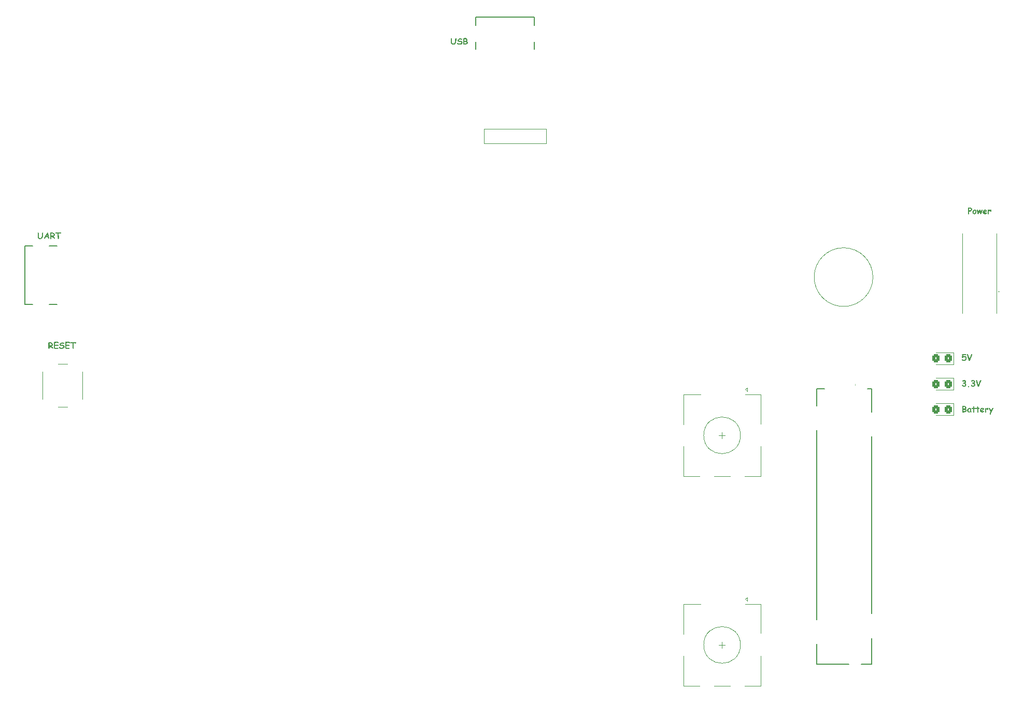
<source format=gbr>
%TF.GenerationSoftware,KiCad,Pcbnew,7.0.8*%
%TF.CreationDate,2023-12-13T13:42:29+01:00*%
%TF.ProjectId,keypad,6b657970-6164-42e6-9b69-6361645f7063,rev?*%
%TF.SameCoordinates,Original*%
%TF.FileFunction,Legend,Top*%
%TF.FilePolarity,Positive*%
%FSLAX46Y46*%
G04 Gerber Fmt 4.6, Leading zero omitted, Abs format (unit mm)*
G04 Created by KiCad (PCBNEW 7.0.8) date 2023-12-13 13:42:29*
%MOMM*%
%LPD*%
G01*
G04 APERTURE LIST*
G04 Aperture macros list*
%AMRoundRect*
0 Rectangle with rounded corners*
0 $1 Rounding radius*
0 $2 $3 $4 $5 $6 $7 $8 $9 X,Y pos of 4 corners*
0 Add a 4 corners polygon primitive as box body*
4,1,4,$2,$3,$4,$5,$6,$7,$8,$9,$2,$3,0*
0 Add four circle primitives for the rounded corners*
1,1,$1+$1,$2,$3*
1,1,$1+$1,$4,$5*
1,1,$1+$1,$6,$7*
1,1,$1+$1,$8,$9*
0 Add four rect primitives between the rounded corners*
20,1,$1+$1,$2,$3,$4,$5,0*
20,1,$1+$1,$4,$5,$6,$7,0*
20,1,$1+$1,$6,$7,$8,$9,0*
20,1,$1+$1,$8,$9,$2,$3,0*%
G04 Aperture macros list end*
%ADD10C,0.200000*%
%ADD11C,0.120000*%
%ADD12C,0.100000*%
%ADD13C,0.010000*%
%ADD14RoundRect,0.250000X0.325000X0.450000X-0.325000X0.450000X-0.325000X-0.450000X0.325000X-0.450000X0*%
%ADD15C,4.089400*%
%ADD16C,2.057400*%
%ADD17R,2.000000X2.000000*%
%ADD18C,2.000000*%
%ADD19R,2.500000X3.000000*%
%ADD20C,3.500000*%
%ADD21O,1.600000X2.000000*%
%ADD22C,1.300000*%
%ADD23C,0.650000*%
%ADD24R,1.400000X0.600000*%
%ADD25R,1.400000X0.300000*%
%ADD26O,2.200000X1.150000*%
%ADD27R,0.600000X1.400000*%
%ADD28R,0.300000X1.400000*%
%ADD29O,1.150000X2.200000*%
%ADD30C,1.400000*%
%ADD31C,3.653000*%
%ADD32R,1.800000X1.800000*%
%ADD33C,1.800000*%
%ADD34C,2.550000*%
%ADD35O,2.550000X3.500000*%
G04 APERTURE END LIST*
D10*
G36*
X119742568Y-44127792D02*
G01*
X119736228Y-44136132D01*
X119729726Y-44144297D01*
X119723062Y-44152290D01*
X119716235Y-44160108D01*
X119709247Y-44167753D01*
X119702096Y-44175225D01*
X119694783Y-44182522D01*
X119687308Y-44189647D01*
X119679670Y-44196597D01*
X119671871Y-44203374D01*
X119663909Y-44209977D01*
X119655785Y-44216406D01*
X119647499Y-44222662D01*
X119639051Y-44228744D01*
X119630440Y-44234653D01*
X119621667Y-44240388D01*
X119610841Y-44246983D01*
X119599976Y-44253153D01*
X119589072Y-44258898D01*
X119578131Y-44264217D01*
X119567152Y-44269110D01*
X119556134Y-44273578D01*
X119545078Y-44277621D01*
X119533984Y-44281238D01*
X119522852Y-44284429D01*
X119511682Y-44287195D01*
X119500473Y-44289535D01*
X119489227Y-44291450D01*
X119477942Y-44292939D01*
X119466619Y-44294003D01*
X119455258Y-44294641D01*
X119443859Y-44294854D01*
X119433001Y-44294790D01*
X119422319Y-44294597D01*
X119411813Y-44294277D01*
X119401482Y-44293828D01*
X119391327Y-44293250D01*
X119381348Y-44292544D01*
X119371544Y-44291710D01*
X119352462Y-44289657D01*
X119334083Y-44287091D01*
X119316406Y-44284011D01*
X119299431Y-44280418D01*
X119283158Y-44276311D01*
X119267588Y-44271692D01*
X119252719Y-44266559D01*
X119238553Y-44260913D01*
X119225089Y-44254753D01*
X119212328Y-44248080D01*
X119200268Y-44240894D01*
X119188911Y-44233195D01*
X119183496Y-44229153D01*
X119172421Y-44220298D01*
X119161698Y-44211044D01*
X119151326Y-44201390D01*
X119141307Y-44191337D01*
X119131638Y-44180885D01*
X119122321Y-44170034D01*
X119113356Y-44158783D01*
X119104743Y-44147133D01*
X119096481Y-44135084D01*
X119088570Y-44122635D01*
X119081011Y-44109787D01*
X119073804Y-44096540D01*
X119066948Y-44082894D01*
X119060444Y-44068848D01*
X119054291Y-44054403D01*
X119048490Y-44039559D01*
X119043041Y-44024316D01*
X119037943Y-44008673D01*
X119033197Y-43992631D01*
X119028802Y-43976190D01*
X119024759Y-43959349D01*
X119021067Y-43942109D01*
X119017728Y-43924470D01*
X119014739Y-43906432D01*
X119012102Y-43887994D01*
X119009817Y-43869157D01*
X119007883Y-43849921D01*
X119006301Y-43830285D01*
X119005071Y-43810250D01*
X119004192Y-43789816D01*
X119003664Y-43768983D01*
X119003489Y-43747750D01*
X119003572Y-43736665D01*
X119003759Y-43726672D01*
X119004053Y-43715679D01*
X119004454Y-43703686D01*
X119004961Y-43690694D01*
X119005412Y-43680293D01*
X119005923Y-43669330D01*
X119006494Y-43657805D01*
X119006908Y-43649809D01*
X119007563Y-43637911D01*
X119008153Y-43626579D01*
X119008679Y-43615814D01*
X119009141Y-43605616D01*
X119009656Y-43592900D01*
X119010057Y-43581192D01*
X119010343Y-43570491D01*
X119010540Y-43558532D01*
X119010572Y-43552112D01*
X119010615Y-43541410D01*
X119010716Y-43531114D01*
X119010877Y-43519566D01*
X119011049Y-43509426D01*
X119011259Y-43498485D01*
X119011507Y-43486742D01*
X119011793Y-43474198D01*
X119012136Y-43461597D01*
X119012434Y-43449804D01*
X119012686Y-43438821D01*
X119012892Y-43428647D01*
X119013085Y-43417067D01*
X119013207Y-43406751D01*
X119013258Y-43396040D01*
X119013434Y-43386021D01*
X119013963Y-43376114D01*
X119014843Y-43366318D01*
X119016564Y-43353430D01*
X119018911Y-43340741D01*
X119021884Y-43328250D01*
X119025482Y-43315958D01*
X119029707Y-43303864D01*
X119033286Y-43294924D01*
X119038467Y-43283663D01*
X119044025Y-43273509D01*
X119049962Y-43264463D01*
X119056276Y-43256524D01*
X119065282Y-43247663D01*
X119074960Y-43240771D01*
X119085310Y-43235848D01*
X119096331Y-43232894D01*
X119108025Y-43231909D01*
X119119635Y-43232494D01*
X119130803Y-43234247D01*
X119141530Y-43237169D01*
X119151817Y-43241259D01*
X119161661Y-43246519D01*
X119171065Y-43252947D01*
X119174703Y-43255845D01*
X119182087Y-43262421D01*
X119189934Y-43271273D01*
X119196241Y-43280829D01*
X119201010Y-43291089D01*
X119204241Y-43302053D01*
X119205933Y-43313720D01*
X119206210Y-43321058D01*
X119206195Y-43331190D01*
X119206149Y-43342536D01*
X119206073Y-43355095D01*
X119205996Y-43365311D01*
X119205901Y-43376210D01*
X119205790Y-43387791D01*
X119205661Y-43400055D01*
X119205515Y-43413002D01*
X119205352Y-43426631D01*
X119205233Y-43436096D01*
X119205059Y-43450141D01*
X119204901Y-43463516D01*
X119204761Y-43476222D01*
X119204638Y-43488257D01*
X119204532Y-43499623D01*
X119204443Y-43510319D01*
X119204372Y-43520346D01*
X119204303Y-43532672D01*
X119204265Y-43543808D01*
X119204256Y-43551379D01*
X119204173Y-43562177D01*
X119203986Y-43571965D01*
X119203692Y-43582777D01*
X119203291Y-43594611D01*
X119202784Y-43607468D01*
X119202333Y-43617782D01*
X119201822Y-43628672D01*
X119201251Y-43640136D01*
X119200837Y-43648099D01*
X119200226Y-43659904D01*
X119199675Y-43671137D01*
X119199184Y-43681800D01*
X119198753Y-43691891D01*
X119198272Y-43704458D01*
X119197898Y-43716010D01*
X119197631Y-43726547D01*
X119197448Y-43738290D01*
X119197418Y-43744575D01*
X119197514Y-43757403D01*
X119197803Y-43770117D01*
X119198285Y-43782720D01*
X119198959Y-43795210D01*
X119199827Y-43807587D01*
X119200887Y-43819851D01*
X119202139Y-43832003D01*
X119203585Y-43844043D01*
X119205223Y-43855970D01*
X119207054Y-43867784D01*
X119209077Y-43879486D01*
X119211294Y-43891075D01*
X119213703Y-43902551D01*
X119216304Y-43913915D01*
X119219099Y-43925167D01*
X119222086Y-43936306D01*
X119225794Y-43949276D01*
X119229711Y-43961749D01*
X119233838Y-43973723D01*
X119238176Y-43985200D01*
X119242723Y-43996179D01*
X119247480Y-44006659D01*
X119252447Y-44016641D01*
X119257623Y-44026126D01*
X119263010Y-44035112D01*
X119268607Y-44043601D01*
X119274413Y-44051591D01*
X119283516Y-44062643D01*
X119293092Y-44072574D01*
X119303140Y-44081385D01*
X119306594Y-44084073D01*
X119315043Y-44089244D01*
X119325981Y-44093766D01*
X119335817Y-44096732D01*
X119347053Y-44099333D01*
X119359688Y-44101569D01*
X119373723Y-44103440D01*
X119383857Y-44104485D01*
X119394613Y-44105367D01*
X119405991Y-44106088D01*
X119417992Y-44106646D01*
X119430614Y-44107042D01*
X119443859Y-44107276D01*
X119455070Y-44107154D01*
X119466051Y-44106424D01*
X119476802Y-44105084D01*
X119487322Y-44103135D01*
X119497612Y-44100577D01*
X119507672Y-44097410D01*
X119517501Y-44093633D01*
X119527100Y-44089247D01*
X119536468Y-44084253D01*
X119545606Y-44078649D01*
X119554513Y-44072435D01*
X119563190Y-44065613D01*
X119571637Y-44058182D01*
X119579853Y-44050141D01*
X119587839Y-44041491D01*
X119595594Y-44032232D01*
X119603119Y-44022364D01*
X119610414Y-44011886D01*
X119617478Y-44000800D01*
X119624312Y-43989104D01*
X119630915Y-43976799D01*
X119637288Y-43963885D01*
X119643431Y-43950362D01*
X119649343Y-43936229D01*
X119655025Y-43921488D01*
X119660476Y-43906137D01*
X119665697Y-43890177D01*
X119670688Y-43873608D01*
X119675448Y-43856429D01*
X119679977Y-43838642D01*
X119684277Y-43820245D01*
X119688346Y-43801239D01*
X119690374Y-43791115D01*
X119692338Y-43780738D01*
X119694238Y-43770110D01*
X119696074Y-43759230D01*
X119697845Y-43748097D01*
X119699551Y-43736713D01*
X119701193Y-43725078D01*
X119702771Y-43713190D01*
X119704285Y-43701050D01*
X119705734Y-43688659D01*
X119707118Y-43676015D01*
X119708438Y-43663120D01*
X119709694Y-43649973D01*
X119710886Y-43636574D01*
X119712013Y-43622923D01*
X119713075Y-43609020D01*
X119714073Y-43594866D01*
X119715007Y-43580459D01*
X119715877Y-43565801D01*
X119716682Y-43550890D01*
X119717422Y-43535728D01*
X119718098Y-43520314D01*
X119718710Y-43504648D01*
X119719258Y-43488731D01*
X119719741Y-43472561D01*
X119720159Y-43456139D01*
X119720513Y-43439466D01*
X119720803Y-43422541D01*
X119721029Y-43405364D01*
X119721190Y-43387935D01*
X119721286Y-43370254D01*
X119721318Y-43352321D01*
X119721873Y-43340480D01*
X119723537Y-43328770D01*
X119726309Y-43317191D01*
X119730191Y-43305743D01*
X119734095Y-43296679D01*
X119738709Y-43287700D01*
X119744033Y-43278804D01*
X119750035Y-43270423D01*
X119756501Y-43262867D01*
X119765843Y-43254074D01*
X119776010Y-43246747D01*
X119787001Y-43240885D01*
X119798816Y-43236489D01*
X119811455Y-43233558D01*
X119821476Y-43232321D01*
X119831960Y-43231909D01*
X119843260Y-43232444D01*
X119853835Y-43234046D01*
X119863685Y-43236718D01*
X119872810Y-43240458D01*
X119883196Y-43246635D01*
X119892450Y-43254483D01*
X119899037Y-43261963D01*
X119902058Y-43266103D01*
X119908117Y-43275726D01*
X119912923Y-43285727D01*
X119916475Y-43296105D01*
X119918773Y-43306861D01*
X119919818Y-43317995D01*
X119919888Y-43321791D01*
X119919863Y-43338512D01*
X119919789Y-43355002D01*
X119919665Y-43371260D01*
X119919491Y-43387286D01*
X119919268Y-43403080D01*
X119918995Y-43418642D01*
X119918672Y-43433973D01*
X119918300Y-43449072D01*
X119917879Y-43463939D01*
X119917407Y-43478574D01*
X119916886Y-43492977D01*
X119916316Y-43507148D01*
X119915696Y-43521088D01*
X119915026Y-43534795D01*
X119914307Y-43548271D01*
X119913538Y-43561515D01*
X119912719Y-43574527D01*
X119911851Y-43587307D01*
X119910933Y-43599856D01*
X119909965Y-43612172D01*
X119908948Y-43624257D01*
X119907882Y-43636110D01*
X119906766Y-43647731D01*
X119905600Y-43659121D01*
X119904384Y-43670278D01*
X119903119Y-43681204D01*
X119901804Y-43691897D01*
X119900440Y-43702359D01*
X119899026Y-43712589D01*
X119897563Y-43722587D01*
X119896049Y-43732354D01*
X119894487Y-43741888D01*
X119892002Y-43756343D01*
X119889371Y-43770644D01*
X119886594Y-43784790D01*
X119883671Y-43798782D01*
X119880602Y-43812619D01*
X119877388Y-43826301D01*
X119874027Y-43839829D01*
X119870520Y-43853202D01*
X119866868Y-43866421D01*
X119863069Y-43879485D01*
X119859124Y-43892394D01*
X119855034Y-43905149D01*
X119850797Y-43917750D01*
X119846415Y-43930196D01*
X119841886Y-43942487D01*
X119837212Y-43954624D01*
X119832391Y-43966606D01*
X119827425Y-43978434D01*
X119822312Y-43990107D01*
X119817054Y-44001625D01*
X119811650Y-44012989D01*
X119806099Y-44024199D01*
X119800403Y-44035254D01*
X119794561Y-44046154D01*
X119788572Y-44056900D01*
X119782438Y-44067491D01*
X119776158Y-44077927D01*
X119769732Y-44088209D01*
X119763160Y-44098337D01*
X119756442Y-44108310D01*
X119749578Y-44118128D01*
X119742568Y-44127792D01*
G37*
G36*
X120372958Y-44294854D02*
G01*
X120362131Y-44294778D01*
X120351449Y-44294550D01*
X120340911Y-44294169D01*
X120330517Y-44293637D01*
X120320268Y-44292952D01*
X120310164Y-44292115D01*
X120300204Y-44291126D01*
X120290389Y-44289985D01*
X120271192Y-44287245D01*
X120252573Y-44283898D01*
X120234533Y-44279941D01*
X120217070Y-44275376D01*
X120200186Y-44270202D01*
X120183880Y-44264419D01*
X120168152Y-44258028D01*
X120153002Y-44251028D01*
X120138431Y-44243419D01*
X120124437Y-44235202D01*
X120111022Y-44226375D01*
X120098185Y-44216941D01*
X120087952Y-44208771D01*
X120078379Y-44200443D01*
X120069466Y-44191956D01*
X120061213Y-44183311D01*
X120053620Y-44174508D01*
X120046688Y-44165547D01*
X120040416Y-44156427D01*
X120034804Y-44147148D01*
X120029852Y-44137712D01*
X120025561Y-44128116D01*
X120021930Y-44118363D01*
X120018959Y-44108451D01*
X120016648Y-44098381D01*
X120014998Y-44088152D01*
X120014007Y-44077765D01*
X120013677Y-44067220D01*
X120014085Y-44056584D01*
X120015310Y-44046413D01*
X120017352Y-44036709D01*
X120021053Y-44025232D01*
X120026029Y-44014483D01*
X120032282Y-44004462D01*
X120039811Y-43995168D01*
X120048461Y-43986936D01*
X120058077Y-43980099D01*
X120068659Y-43974657D01*
X120080207Y-43970610D01*
X120090140Y-43968378D01*
X120100692Y-43967038D01*
X120111863Y-43966592D01*
X120123159Y-43967120D01*
X120133876Y-43968704D01*
X120144013Y-43971344D01*
X120153571Y-43975041D01*
X120162549Y-43979794D01*
X120170948Y-43985603D01*
X120178766Y-43992468D01*
X120186006Y-44000389D01*
X120192665Y-44009366D01*
X120198745Y-44019400D01*
X120202477Y-44026675D01*
X120207749Y-44036436D01*
X120213796Y-44045566D01*
X120220618Y-44054067D01*
X120228214Y-44061938D01*
X120236585Y-44069179D01*
X120245731Y-44075791D01*
X120255651Y-44081773D01*
X120266346Y-44087126D01*
X120277816Y-44091848D01*
X120290061Y-44095941D01*
X120303080Y-44099405D01*
X120316874Y-44102238D01*
X120331443Y-44104442D01*
X120346786Y-44106016D01*
X120362904Y-44106961D01*
X120379797Y-44107276D01*
X120394515Y-44107090D01*
X120409175Y-44106531D01*
X120423778Y-44105601D01*
X120438324Y-44104299D01*
X120452812Y-44102625D01*
X120467244Y-44100578D01*
X120481618Y-44098159D01*
X120495935Y-44095369D01*
X120510194Y-44092206D01*
X120524397Y-44088671D01*
X120538542Y-44084764D01*
X120552629Y-44080485D01*
X120566660Y-44075834D01*
X120580633Y-44070811D01*
X120594550Y-44065416D01*
X120608408Y-44059648D01*
X120622309Y-44053535D01*
X120635313Y-44047345D01*
X120647421Y-44041078D01*
X120658631Y-44034735D01*
X120668944Y-44028316D01*
X120678361Y-44021821D01*
X120686881Y-44015249D01*
X120694504Y-44008602D01*
X120704257Y-43998486D01*
X120711992Y-43988200D01*
X120717709Y-43977741D01*
X120721409Y-43967111D01*
X120723090Y-43956309D01*
X120723203Y-43952670D01*
X120722924Y-43942899D01*
X120721461Y-43929041D01*
X120718745Y-43916140D01*
X120714775Y-43904197D01*
X120709552Y-43893211D01*
X120703074Y-43883183D01*
X120695344Y-43874111D01*
X120686359Y-43865998D01*
X120676121Y-43858842D01*
X120664629Y-43852643D01*
X120651884Y-43847401D01*
X120641415Y-43844100D01*
X120629152Y-43841064D01*
X120615094Y-43838295D01*
X120604725Y-43836597D01*
X120593559Y-43835017D01*
X120581595Y-43833555D01*
X120568833Y-43832212D01*
X120555274Y-43830987D01*
X120540917Y-43829880D01*
X120525762Y-43828892D01*
X120509810Y-43828022D01*
X120493060Y-43827270D01*
X120475513Y-43826636D01*
X120457168Y-43826121D01*
X120447697Y-43825908D01*
X120432955Y-43825386D01*
X120418407Y-43824553D01*
X120404051Y-43823409D01*
X120389887Y-43821954D01*
X120375917Y-43820188D01*
X120362139Y-43818111D01*
X120348554Y-43815723D01*
X120335162Y-43813024D01*
X120321962Y-43810014D01*
X120308955Y-43806693D01*
X120296141Y-43803061D01*
X120283520Y-43799117D01*
X120271091Y-43794863D01*
X120258855Y-43790298D01*
X120246812Y-43785422D01*
X120234961Y-43780234D01*
X120219560Y-43772740D01*
X120205171Y-43764851D01*
X120191793Y-43756567D01*
X120179426Y-43747888D01*
X120168071Y-43738813D01*
X120157727Y-43729344D01*
X120148394Y-43719480D01*
X120140073Y-43709221D01*
X120132763Y-43698567D01*
X120126464Y-43687518D01*
X120121176Y-43676073D01*
X120116900Y-43664234D01*
X120113635Y-43652000D01*
X120111382Y-43639371D01*
X120110140Y-43626347D01*
X120109909Y-43612928D01*
X120110695Y-43595890D01*
X120112565Y-43579032D01*
X120115519Y-43562353D01*
X120119556Y-43545853D01*
X120124678Y-43529533D01*
X120130883Y-43513392D01*
X120138172Y-43497430D01*
X120146545Y-43481648D01*
X120156002Y-43466045D01*
X120166543Y-43450621D01*
X120178167Y-43435377D01*
X120184386Y-43427822D01*
X120190875Y-43420312D01*
X120197636Y-43412847D01*
X120204667Y-43405427D01*
X120211970Y-43398051D01*
X120219543Y-43390721D01*
X120227388Y-43383435D01*
X120235503Y-43376194D01*
X120243889Y-43368998D01*
X120252547Y-43361846D01*
X120261383Y-43354814D01*
X120270275Y-43348005D01*
X120279224Y-43341419D01*
X120288229Y-43335056D01*
X120297290Y-43328917D01*
X120306408Y-43323000D01*
X120315582Y-43317307D01*
X120324812Y-43311838D01*
X120334098Y-43306591D01*
X120343441Y-43301568D01*
X120352840Y-43296768D01*
X120362296Y-43292191D01*
X120371807Y-43287838D01*
X120381375Y-43283708D01*
X120390999Y-43279801D01*
X120400680Y-43276117D01*
X120410417Y-43272657D01*
X120420210Y-43269420D01*
X120430059Y-43266406D01*
X120439965Y-43263615D01*
X120449927Y-43261048D01*
X120459945Y-43258703D01*
X120470020Y-43256583D01*
X120480150Y-43254685D01*
X120490338Y-43253011D01*
X120500581Y-43251559D01*
X120510881Y-43250331D01*
X120521237Y-43249327D01*
X120531649Y-43248545D01*
X120542117Y-43247987D01*
X120552642Y-43247652D01*
X120563224Y-43247541D01*
X120576140Y-43247820D01*
X120589610Y-43248657D01*
X120603634Y-43250052D01*
X120618212Y-43252006D01*
X120628239Y-43253618D01*
X120638511Y-43255479D01*
X120649030Y-43257587D01*
X120659795Y-43259944D01*
X120670806Y-43262548D01*
X120682063Y-43265401D01*
X120693566Y-43268502D01*
X120705316Y-43271851D01*
X120717311Y-43275447D01*
X120729553Y-43279292D01*
X120744430Y-43284255D01*
X120758347Y-43289310D01*
X120771304Y-43294459D01*
X120783302Y-43299702D01*
X120794339Y-43305038D01*
X120804417Y-43310468D01*
X120813535Y-43315991D01*
X120821693Y-43321607D01*
X120832131Y-43330208D01*
X120840410Y-43339018D01*
X120846528Y-43348039D01*
X120850487Y-43357271D01*
X120852407Y-43369906D01*
X120851805Y-43381147D01*
X120849998Y-43391969D01*
X120846987Y-43402375D01*
X120842771Y-43412363D01*
X120837351Y-43421933D01*
X120830726Y-43431086D01*
X120827739Y-43434631D01*
X120820594Y-43442073D01*
X120812962Y-43448522D01*
X120804841Y-43453979D01*
X120794002Y-43459406D01*
X120782401Y-43463282D01*
X120772570Y-43465266D01*
X120762251Y-43466258D01*
X120756908Y-43466382D01*
X120746052Y-43466001D01*
X120736242Y-43465146D01*
X120725432Y-43463803D01*
X120713623Y-43461971D01*
X120700814Y-43459650D01*
X120690550Y-43457590D01*
X120679725Y-43455254D01*
X120668337Y-43452644D01*
X120660432Y-43450751D01*
X120648663Y-43447957D01*
X120637443Y-43445439D01*
X120626772Y-43443195D01*
X120616652Y-43441225D01*
X120604012Y-43439027D01*
X120592349Y-43437317D01*
X120581664Y-43436096D01*
X120569681Y-43435257D01*
X120563224Y-43435119D01*
X120552176Y-43435365D01*
X120541200Y-43435917D01*
X120530294Y-43436777D01*
X120519458Y-43437943D01*
X120508693Y-43439417D01*
X120497999Y-43441199D01*
X120487376Y-43443287D01*
X120476823Y-43445683D01*
X120466340Y-43448386D01*
X120455928Y-43451396D01*
X120445587Y-43454713D01*
X120435317Y-43458338D01*
X120425117Y-43462269D01*
X120414987Y-43466508D01*
X120404928Y-43471054D01*
X120394940Y-43475908D01*
X120384943Y-43481065D01*
X120375592Y-43486277D01*
X120366885Y-43491544D01*
X120355034Y-43499549D01*
X120344634Y-43507679D01*
X120335685Y-43515932D01*
X120328187Y-43524311D01*
X120322141Y-43532814D01*
X120317546Y-43541441D01*
X120313676Y-43553138D01*
X120312386Y-43565056D01*
X120313578Y-43575630D01*
X120317155Y-43585339D01*
X120323115Y-43594183D01*
X120330122Y-43601075D01*
X120337299Y-43606334D01*
X120347617Y-43612044D01*
X120357567Y-43616290D01*
X120368745Y-43620072D01*
X120378572Y-43622763D01*
X120389185Y-43625156D01*
X120400584Y-43627251D01*
X120412770Y-43629048D01*
X120423758Y-43629628D01*
X120434740Y-43630208D01*
X120445717Y-43630788D01*
X120456688Y-43631368D01*
X120467653Y-43631949D01*
X120478612Y-43632529D01*
X120489566Y-43633109D01*
X120500514Y-43633689D01*
X120511456Y-43634269D01*
X120522393Y-43634849D01*
X120533324Y-43635429D01*
X120544249Y-43636009D01*
X120555168Y-43636589D01*
X120566082Y-43637169D01*
X120576990Y-43637749D01*
X120587892Y-43638329D01*
X120606724Y-43640041D01*
X120625055Y-43642245D01*
X120642887Y-43644941D01*
X120660218Y-43648130D01*
X120677050Y-43651810D01*
X120693382Y-43655984D01*
X120709214Y-43660649D01*
X120724546Y-43665807D01*
X120739378Y-43671457D01*
X120753710Y-43677599D01*
X120767542Y-43684234D01*
X120780874Y-43691361D01*
X120793707Y-43698980D01*
X120806039Y-43707091D01*
X120817871Y-43715695D01*
X120829204Y-43724791D01*
X120841005Y-43735420D01*
X120852044Y-43746544D01*
X120862323Y-43758165D01*
X120871840Y-43770282D01*
X120880595Y-43782894D01*
X120888589Y-43796003D01*
X120895822Y-43809608D01*
X120902294Y-43823710D01*
X120908004Y-43838307D01*
X120912953Y-43853400D01*
X120917140Y-43868990D01*
X120920566Y-43885076D01*
X120923231Y-43901657D01*
X120925134Y-43918735D01*
X120926276Y-43936309D01*
X120926657Y-43954380D01*
X120926460Y-43965454D01*
X120925868Y-43976360D01*
X120924882Y-43987096D01*
X120923501Y-43997664D01*
X120921725Y-44008063D01*
X120919556Y-44018293D01*
X120916991Y-44028354D01*
X120914033Y-44038246D01*
X120910679Y-44047970D01*
X120906931Y-44057524D01*
X120902789Y-44066910D01*
X120898252Y-44076127D01*
X120893321Y-44085175D01*
X120887995Y-44094054D01*
X120882275Y-44102764D01*
X120876160Y-44111306D01*
X120869650Y-44119678D01*
X120862746Y-44127882D01*
X120855448Y-44135916D01*
X120847755Y-44143782D01*
X120839668Y-44151479D01*
X120831186Y-44159007D01*
X120822309Y-44166367D01*
X120813038Y-44173557D01*
X120803373Y-44180579D01*
X120793313Y-44187431D01*
X120782858Y-44194115D01*
X120772009Y-44200630D01*
X120760766Y-44206976D01*
X120749128Y-44213153D01*
X120737095Y-44219161D01*
X120724668Y-44225001D01*
X120715008Y-44229298D01*
X120705262Y-44233459D01*
X120695430Y-44237484D01*
X120685513Y-44241373D01*
X120675509Y-44245124D01*
X120665420Y-44248740D01*
X120655245Y-44252219D01*
X120644984Y-44255562D01*
X120634637Y-44258768D01*
X120624204Y-44261837D01*
X120613685Y-44264771D01*
X120603081Y-44267568D01*
X120592390Y-44270228D01*
X120581614Y-44272752D01*
X120570752Y-44275140D01*
X120559804Y-44277391D01*
X120548770Y-44279505D01*
X120537651Y-44281484D01*
X120526445Y-44283326D01*
X120515153Y-44285031D01*
X120503776Y-44286600D01*
X120492313Y-44288033D01*
X120480764Y-44289329D01*
X120469129Y-44290488D01*
X120457408Y-44291512D01*
X120445601Y-44292398D01*
X120433709Y-44293149D01*
X120421731Y-44293763D01*
X120409666Y-44294240D01*
X120397516Y-44294581D01*
X120385280Y-44294786D01*
X120372958Y-44294854D01*
G37*
G36*
X121356603Y-43185336D02*
G01*
X121372713Y-43186301D01*
X121388736Y-43187908D01*
X121404671Y-43190159D01*
X121420518Y-43193053D01*
X121436277Y-43196589D01*
X121451949Y-43200769D01*
X121467533Y-43205592D01*
X121483029Y-43211058D01*
X121498437Y-43217167D01*
X121513758Y-43223919D01*
X121528990Y-43231314D01*
X121544135Y-43239352D01*
X121559192Y-43248033D01*
X121574162Y-43257357D01*
X121589043Y-43267324D01*
X121597624Y-43273370D01*
X121605932Y-43279510D01*
X121613967Y-43285743D01*
X121621730Y-43292069D01*
X121629221Y-43298489D01*
X121643385Y-43311610D01*
X121656459Y-43325104D01*
X121668445Y-43338973D01*
X121679340Y-43353215D01*
X121689146Y-43367831D01*
X121697862Y-43382822D01*
X121705489Y-43398186D01*
X121712027Y-43413925D01*
X121717474Y-43430037D01*
X121721833Y-43446523D01*
X121725101Y-43463384D01*
X121727280Y-43480618D01*
X121728370Y-43498227D01*
X121728506Y-43507171D01*
X121728253Y-43521519D01*
X121727493Y-43535438D01*
X121726226Y-43548928D01*
X121724453Y-43561988D01*
X121722173Y-43574619D01*
X121719387Y-43586821D01*
X121716094Y-43598593D01*
X121712295Y-43609936D01*
X121707988Y-43620850D01*
X121703175Y-43631334D01*
X121699685Y-43638085D01*
X121693480Y-43648988D01*
X121688135Y-43657291D01*
X121682197Y-43665701D01*
X121675667Y-43674218D01*
X121668545Y-43682843D01*
X121660829Y-43691575D01*
X121652522Y-43700414D01*
X121643622Y-43709360D01*
X121634129Y-43718414D01*
X121624044Y-43727576D01*
X121620551Y-43730653D01*
X121632920Y-43736892D01*
X121645023Y-43743702D01*
X121656859Y-43751083D01*
X121668430Y-43759035D01*
X121679734Y-43767558D01*
X121690773Y-43776652D01*
X121701544Y-43786317D01*
X121712050Y-43796553D01*
X121718906Y-43803694D01*
X121725644Y-43811089D01*
X121732263Y-43818738D01*
X121738764Y-43826641D01*
X121745833Y-43835614D01*
X121752446Y-43844581D01*
X121758602Y-43853543D01*
X121764303Y-43862498D01*
X121769548Y-43871449D01*
X121774336Y-43880393D01*
X121778668Y-43889332D01*
X121784312Y-43902729D01*
X121788930Y-43916114D01*
X121792521Y-43929485D01*
X121795086Y-43942844D01*
X121796625Y-43956190D01*
X121797138Y-43969523D01*
X121796749Y-43980721D01*
X121795581Y-43991844D01*
X121793635Y-44002893D01*
X121790910Y-44013868D01*
X121787407Y-44024768D01*
X121783125Y-44035594D01*
X121778065Y-44046346D01*
X121772226Y-44057023D01*
X121765608Y-44067625D01*
X121758212Y-44078153D01*
X121750038Y-44088607D01*
X121741085Y-44098987D01*
X121731353Y-44109292D01*
X121720843Y-44119522D01*
X121709554Y-44129678D01*
X121697487Y-44139760D01*
X121689129Y-44146343D01*
X121680722Y-44152720D01*
X121672268Y-44158891D01*
X121663767Y-44164856D01*
X121655217Y-44170615D01*
X121646620Y-44176167D01*
X121637975Y-44181514D01*
X121629282Y-44186655D01*
X121620542Y-44191589D01*
X121611754Y-44196317D01*
X121602919Y-44200840D01*
X121594035Y-44205156D01*
X121585104Y-44209266D01*
X121576125Y-44213170D01*
X121562568Y-44218640D01*
X121558025Y-44220360D01*
X121547943Y-44223981D01*
X121537697Y-44227488D01*
X121527286Y-44230879D01*
X121516709Y-44234156D01*
X121505968Y-44237318D01*
X121495061Y-44240364D01*
X121483990Y-44243296D01*
X121472753Y-44246112D01*
X121461352Y-44248814D01*
X121449785Y-44251401D01*
X121438053Y-44253873D01*
X121426156Y-44256229D01*
X121414095Y-44258471D01*
X121401868Y-44260598D01*
X121389476Y-44262610D01*
X121376919Y-44264507D01*
X121364196Y-44266289D01*
X121351309Y-44267956D01*
X121338257Y-44269508D01*
X121325040Y-44270945D01*
X121311658Y-44272267D01*
X121298110Y-44273474D01*
X121284398Y-44274566D01*
X121270520Y-44275544D01*
X121256478Y-44276406D01*
X121242270Y-44277153D01*
X121227897Y-44277786D01*
X121213360Y-44278303D01*
X121198657Y-44278705D01*
X121183789Y-44278993D01*
X121168756Y-44279165D01*
X121153558Y-44279223D01*
X121143373Y-44278696D01*
X121133454Y-44277116D01*
X121123803Y-44274483D01*
X121114419Y-44270796D01*
X121105301Y-44266056D01*
X121096451Y-44260263D01*
X121087869Y-44253417D01*
X121079553Y-44245517D01*
X121071939Y-44236961D01*
X121065341Y-44228267D01*
X121059758Y-44219437D01*
X121055190Y-44210468D01*
X121051637Y-44201363D01*
X121048623Y-44189787D01*
X121047195Y-44177997D01*
X121047069Y-44173221D01*
X121047069Y-43841539D01*
X121233914Y-43841539D01*
X121233914Y-44091644D01*
X121248768Y-44090756D01*
X121263777Y-44089618D01*
X121278940Y-44088229D01*
X121294258Y-44086591D01*
X121309730Y-44084703D01*
X121325357Y-44082565D01*
X121341138Y-44080177D01*
X121357074Y-44077539D01*
X121373164Y-44074651D01*
X121389409Y-44071513D01*
X121405809Y-44068125D01*
X121422363Y-44064487D01*
X121439072Y-44060599D01*
X121455935Y-44056462D01*
X121472953Y-44052074D01*
X121490125Y-44047436D01*
X121504760Y-44043233D01*
X121518438Y-44038991D01*
X121531161Y-44034708D01*
X121542927Y-44030385D01*
X121553738Y-44026022D01*
X121563593Y-44021619D01*
X121572491Y-44017176D01*
X121584047Y-44010436D01*
X121593451Y-44003606D01*
X121600705Y-43996686D01*
X121607030Y-43987319D01*
X121609532Y-43977791D01*
X121609560Y-43975384D01*
X121607919Y-43962676D01*
X121603973Y-43950319D01*
X121599501Y-43941282D01*
X121593732Y-43932442D01*
X121586666Y-43923799D01*
X121578304Y-43915354D01*
X121568646Y-43907107D01*
X121557691Y-43899057D01*
X121545439Y-43891204D01*
X121536551Y-43886079D01*
X121531891Y-43883549D01*
X121520870Y-43877784D01*
X121509975Y-43872487D01*
X121499203Y-43867657D01*
X121488557Y-43863296D01*
X121478034Y-43859403D01*
X121467637Y-43855977D01*
X121457363Y-43853020D01*
X121447215Y-43850531D01*
X121437190Y-43848509D01*
X121427291Y-43846956D01*
X121420760Y-43846180D01*
X121408493Y-43846139D01*
X121395140Y-43846017D01*
X121380701Y-43845813D01*
X121370472Y-43845632D01*
X121359759Y-43845414D01*
X121348564Y-43845160D01*
X121336886Y-43844870D01*
X121324726Y-43844544D01*
X121312082Y-43844181D01*
X121298956Y-43843783D01*
X121285347Y-43843348D01*
X121271256Y-43842876D01*
X121256681Y-43842369D01*
X121241624Y-43841825D01*
X121233914Y-43841539D01*
X121047069Y-43841539D01*
X121047069Y-43653961D01*
X121233914Y-43653961D01*
X121245365Y-43655290D01*
X121256271Y-43656440D01*
X121266632Y-43657408D01*
X121276447Y-43658197D01*
X121288686Y-43658968D01*
X121299955Y-43659418D01*
X121310256Y-43659548D01*
X121321768Y-43659259D01*
X121327948Y-43658846D01*
X121340886Y-43657723D01*
X121353413Y-43656370D01*
X121365530Y-43654786D01*
X121377235Y-43652972D01*
X121388530Y-43650928D01*
X121399415Y-43648653D01*
X121409888Y-43646148D01*
X121419951Y-43643413D01*
X121429603Y-43640447D01*
X121438845Y-43637250D01*
X121456095Y-43630166D01*
X121471703Y-43622161D01*
X121485668Y-43613233D01*
X121497990Y-43603384D01*
X121508668Y-43592614D01*
X121517705Y-43580922D01*
X121525098Y-43568308D01*
X121530848Y-43554773D01*
X121534955Y-43540315D01*
X121537419Y-43524937D01*
X121538241Y-43508636D01*
X121537275Y-43496844D01*
X121534379Y-43485159D01*
X121529551Y-43473580D01*
X121524663Y-43464966D01*
X121518689Y-43456412D01*
X121511629Y-43447919D01*
X121503482Y-43439485D01*
X121494249Y-43431112D01*
X121483930Y-43422798D01*
X121476448Y-43417290D01*
X121464378Y-43409084D01*
X121452167Y-43401685D01*
X121439815Y-43395093D01*
X121427320Y-43389309D01*
X121414684Y-43384331D01*
X121401907Y-43380161D01*
X121388987Y-43376798D01*
X121375926Y-43374242D01*
X121362724Y-43372493D01*
X121349379Y-43371551D01*
X121340404Y-43371372D01*
X121329598Y-43371377D01*
X121319346Y-43371391D01*
X121305005Y-43371430D01*
X121291909Y-43371491D01*
X121280058Y-43371573D01*
X121269452Y-43371677D01*
X121257247Y-43371849D01*
X121247256Y-43372059D01*
X121236420Y-43372445D01*
X121233914Y-43372593D01*
X121234647Y-43514010D01*
X121233914Y-43653961D01*
X121047069Y-43653961D01*
X121047069Y-43456613D01*
X121046534Y-43445133D01*
X121046031Y-43433654D01*
X121045557Y-43422174D01*
X121045115Y-43410695D01*
X121044702Y-43399216D01*
X121044321Y-43387736D01*
X121043970Y-43376257D01*
X121043649Y-43364777D01*
X121043222Y-43352023D01*
X121043039Y-43339773D01*
X121043100Y-43328026D01*
X121043405Y-43316784D01*
X121043954Y-43306045D01*
X121044748Y-43295809D01*
X121045786Y-43286078D01*
X121047069Y-43276850D01*
X121049743Y-43265383D01*
X121054196Y-43254797D01*
X121060425Y-43245090D01*
X121068432Y-43236264D01*
X121078217Y-43228317D01*
X121089779Y-43221251D01*
X121103118Y-43215065D01*
X121112998Y-43211430D01*
X121123669Y-43208186D01*
X121135129Y-43205334D01*
X121147379Y-43202872D01*
X121160420Y-43200802D01*
X121167236Y-43199913D01*
X121177640Y-43197251D01*
X121189249Y-43194850D01*
X121202066Y-43192711D01*
X121216088Y-43190834D01*
X121226107Y-43189729D01*
X121236662Y-43188739D01*
X121247753Y-43187866D01*
X121259380Y-43187110D01*
X121271544Y-43186470D01*
X121284244Y-43185946D01*
X121297480Y-43185538D01*
X121311252Y-43185247D01*
X121325560Y-43185073D01*
X121340404Y-43185015D01*
X121356603Y-43185336D01*
G37*
G36*
X53385892Y-92917055D02*
G01*
X53396175Y-92917807D01*
X53406139Y-92918536D01*
X53425112Y-92919928D01*
X53442813Y-92921231D01*
X53459242Y-92922443D01*
X53474397Y-92923566D01*
X53488280Y-92924599D01*
X53500890Y-92925543D01*
X53512227Y-92926397D01*
X53522292Y-92927161D01*
X53535002Y-92928139D01*
X53544849Y-92928916D01*
X53554896Y-92929761D01*
X53557107Y-92930000D01*
X53568993Y-92931522D01*
X53580657Y-92933220D01*
X53592097Y-92935094D01*
X53603314Y-92937144D01*
X53614308Y-92939369D01*
X53625079Y-92941769D01*
X53635626Y-92944345D01*
X53645950Y-92947096D01*
X53656051Y-92950024D01*
X53665928Y-92953126D01*
X53675583Y-92956404D01*
X53685014Y-92959858D01*
X53694221Y-92963487D01*
X53707614Y-92969261D01*
X53720505Y-92975429D01*
X53738552Y-92984625D01*
X53756026Y-92993959D01*
X53772927Y-93003428D01*
X53789256Y-93013034D01*
X53805011Y-93022777D01*
X53820193Y-93032656D01*
X53834803Y-93042671D01*
X53848839Y-93052823D01*
X53862303Y-93063111D01*
X53875194Y-93073536D01*
X53887512Y-93084097D01*
X53899257Y-93094795D01*
X53910428Y-93105629D01*
X53921028Y-93116599D01*
X53931054Y-93127706D01*
X53940507Y-93138949D01*
X53949387Y-93150329D01*
X53957694Y-93161845D01*
X53965429Y-93173498D01*
X53972590Y-93185287D01*
X53979179Y-93197212D01*
X53985195Y-93209274D01*
X53990637Y-93221472D01*
X53995507Y-93233807D01*
X53999804Y-93246278D01*
X54003528Y-93258886D01*
X54006679Y-93271630D01*
X54009257Y-93284510D01*
X54011263Y-93297527D01*
X54012695Y-93310681D01*
X54013554Y-93323970D01*
X54013841Y-93337397D01*
X54013600Y-93348429D01*
X54012879Y-93359302D01*
X54011677Y-93370014D01*
X54009994Y-93380566D01*
X54007830Y-93390958D01*
X54005185Y-93401190D01*
X54002060Y-93411261D01*
X53998453Y-93421172D01*
X53994366Y-93430922D01*
X53989798Y-93440513D01*
X53984749Y-93449943D01*
X53979219Y-93459213D01*
X53973209Y-93468322D01*
X53966717Y-93477271D01*
X53959745Y-93486060D01*
X53952292Y-93494689D01*
X53944358Y-93503124D01*
X53935946Y-93511393D01*
X53927055Y-93519496D01*
X53917685Y-93527433D01*
X53907837Y-93535204D01*
X53897509Y-93542809D01*
X53886702Y-93550248D01*
X53875416Y-93557520D01*
X53863651Y-93564627D01*
X53851408Y-93571568D01*
X53838685Y-93578343D01*
X53825484Y-93584952D01*
X53811803Y-93591395D01*
X53797644Y-93597672D01*
X53783006Y-93603783D01*
X53767888Y-93609727D01*
X53779173Y-93616494D01*
X53790282Y-93623269D01*
X53801216Y-93630053D01*
X53811974Y-93636846D01*
X53822557Y-93643647D01*
X53832964Y-93650457D01*
X53843195Y-93657275D01*
X53853251Y-93664102D01*
X53863131Y-93670937D01*
X53872836Y-93677781D01*
X53882366Y-93684634D01*
X53891719Y-93691495D01*
X53900898Y-93698365D01*
X53909900Y-93705243D01*
X53918727Y-93712130D01*
X53927379Y-93719026D01*
X53935855Y-93725930D01*
X53944155Y-93732843D01*
X53952280Y-93739764D01*
X53960229Y-93746694D01*
X53968003Y-93753633D01*
X53975601Y-93760580D01*
X53983024Y-93767535D01*
X53990271Y-93774500D01*
X53997343Y-93781473D01*
X54004239Y-93788454D01*
X54017504Y-93802443D01*
X54030068Y-93816466D01*
X54041929Y-93830523D01*
X54048824Y-93839773D01*
X54054551Y-93849356D01*
X54059109Y-93859274D01*
X54062499Y-93869525D01*
X54064719Y-93880111D01*
X54065771Y-93891030D01*
X54065864Y-93895491D01*
X54065414Y-93905570D01*
X54064063Y-93915290D01*
X54061108Y-93926936D01*
X54056745Y-93938021D01*
X54050976Y-93948546D01*
X54045347Y-93956562D01*
X54038817Y-93964219D01*
X54037044Y-93966078D01*
X54029667Y-93973004D01*
X54021947Y-93979007D01*
X54011813Y-93985212D01*
X54001143Y-93989974D01*
X53989936Y-93993293D01*
X53978193Y-93995169D01*
X53968412Y-93995631D01*
X53956959Y-93994862D01*
X53945805Y-93992554D01*
X53934949Y-93988708D01*
X53924391Y-93983323D01*
X53916159Y-93977908D01*
X53908118Y-93971508D01*
X53900268Y-93964124D01*
X53887222Y-93950880D01*
X53874095Y-93937891D01*
X53860887Y-93925160D01*
X53847599Y-93912684D01*
X53834230Y-93900464D01*
X53820781Y-93888501D01*
X53807251Y-93876794D01*
X53793641Y-93865343D01*
X53779949Y-93854148D01*
X53766178Y-93843209D01*
X53752325Y-93832527D01*
X53738392Y-93822100D01*
X53724378Y-93811930D01*
X53710284Y-93802016D01*
X53696109Y-93792358D01*
X53681854Y-93782957D01*
X53667518Y-93773811D01*
X53653101Y-93764922D01*
X53638603Y-93756289D01*
X53624025Y-93747912D01*
X53609367Y-93739791D01*
X53594627Y-93731926D01*
X53579808Y-93724318D01*
X53564907Y-93716965D01*
X53549926Y-93709869D01*
X53534864Y-93703029D01*
X53519722Y-93696445D01*
X53504499Y-93690118D01*
X53489195Y-93684046D01*
X53473811Y-93678231D01*
X53458346Y-93672672D01*
X53442801Y-93667369D01*
X53443267Y-93680811D01*
X53443718Y-93693874D01*
X53444154Y-93706557D01*
X53444576Y-93718862D01*
X53444982Y-93730787D01*
X53445374Y-93742333D01*
X53445751Y-93753500D01*
X53446114Y-93764287D01*
X53446461Y-93774695D01*
X53446794Y-93784724D01*
X53447415Y-93803645D01*
X53447977Y-93821048D01*
X53448480Y-93836934D01*
X53448923Y-93851304D01*
X53449308Y-93864156D01*
X53449633Y-93875491D01*
X53449899Y-93885310D01*
X53450188Y-93897193D01*
X53450365Y-93907728D01*
X53450373Y-93909413D01*
X53449941Y-93919893D01*
X53448648Y-93929960D01*
X53446491Y-93939615D01*
X53442583Y-93951105D01*
X53437327Y-93961950D01*
X53430724Y-93972152D01*
X53424471Y-93979849D01*
X53422773Y-93981709D01*
X53415721Y-93988636D01*
X53406304Y-93995995D01*
X53396219Y-94001912D01*
X53385467Y-94006385D01*
X53374047Y-94009415D01*
X53361959Y-94011003D01*
X53354385Y-94011263D01*
X53344280Y-94010831D01*
X53332249Y-94009079D01*
X53320886Y-94005980D01*
X53310190Y-94001533D01*
X53300163Y-93995738D01*
X53290804Y-93988595D01*
X53285509Y-93983663D01*
X53277628Y-93974811D01*
X53271083Y-93965350D01*
X53265874Y-93955281D01*
X53262000Y-93944603D01*
X53259462Y-93933318D01*
X53258260Y-93921424D01*
X53258153Y-93916496D01*
X53258164Y-93906241D01*
X53258196Y-93895075D01*
X53258250Y-93883000D01*
X53258325Y-93870014D01*
X53258422Y-93856118D01*
X53258498Y-93846348D01*
X53258584Y-93836174D01*
X53258679Y-93825595D01*
X53258784Y-93814612D01*
X53258899Y-93803224D01*
X53259023Y-93791432D01*
X53259156Y-93779235D01*
X53259299Y-93766633D01*
X53259375Y-93760181D01*
X53259552Y-93747377D01*
X53259718Y-93734978D01*
X53259873Y-93722984D01*
X53260016Y-93711393D01*
X53260147Y-93700208D01*
X53260268Y-93689427D01*
X53260376Y-93679050D01*
X53260474Y-93669078D01*
X53260598Y-93654879D01*
X53260697Y-93641590D01*
X53260770Y-93629210D01*
X53260817Y-93617742D01*
X53260839Y-93607183D01*
X53260840Y-93603866D01*
X53262142Y-93104633D01*
X53447686Y-93104633D01*
X53447686Y-93479790D01*
X53457990Y-93480048D01*
X53468443Y-93480221D01*
X53477972Y-93480279D01*
X53488405Y-93480237D01*
X53498667Y-93480111D01*
X53508759Y-93479901D01*
X53518680Y-93479607D01*
X53538013Y-93478767D01*
X53556664Y-93477592D01*
X53574634Y-93476081D01*
X53591923Y-93474234D01*
X53608530Y-93472051D01*
X53624457Y-93469532D01*
X53639702Y-93466677D01*
X53654266Y-93463487D01*
X53668148Y-93459961D01*
X53681350Y-93456099D01*
X53693870Y-93451901D01*
X53705709Y-93447367D01*
X53716867Y-93442497D01*
X53727344Y-93437292D01*
X53735984Y-93432525D01*
X53744441Y-93427385D01*
X53752715Y-93421870D01*
X53760805Y-93415982D01*
X53768713Y-93409719D01*
X53776437Y-93403083D01*
X53783978Y-93396072D01*
X53791336Y-93388688D01*
X53798205Y-93381292D01*
X53805504Y-93372712D01*
X53811371Y-93364872D01*
X53816523Y-93356440D01*
X53820187Y-93346853D01*
X53820645Y-93342770D01*
X53820264Y-93332900D01*
X53819122Y-93323074D01*
X53817219Y-93313292D01*
X53814554Y-93303554D01*
X53811128Y-93293859D01*
X53806940Y-93284209D01*
X53801992Y-93274602D01*
X53796281Y-93265040D01*
X53789810Y-93255521D01*
X53782577Y-93246046D01*
X53774583Y-93236615D01*
X53765827Y-93227228D01*
X53756311Y-93217885D01*
X53746032Y-93208585D01*
X53734993Y-93199330D01*
X53723192Y-93190118D01*
X53711553Y-93181706D01*
X53699840Y-93173750D01*
X53688052Y-93166250D01*
X53676190Y-93159206D01*
X53664254Y-93152618D01*
X53652243Y-93146486D01*
X53640158Y-93140811D01*
X53627998Y-93135591D01*
X53615764Y-93130827D01*
X53603456Y-93126520D01*
X53591073Y-93122668D01*
X53578615Y-93119272D01*
X53566084Y-93116333D01*
X53553477Y-93113849D01*
X53540797Y-93111822D01*
X53528042Y-93110251D01*
X53517886Y-93109387D01*
X53507709Y-93108651D01*
X53497121Y-93107917D01*
X53484357Y-93107052D01*
X53473357Y-93106319D01*
X53461133Y-93105513D01*
X53447686Y-93104633D01*
X53262142Y-93104633D01*
X53262306Y-93041618D01*
X53262725Y-93030452D01*
X53263985Y-93019545D01*
X53266084Y-93008898D01*
X53269022Y-92998510D01*
X53272800Y-92988381D01*
X53277418Y-92978512D01*
X53282875Y-92968903D01*
X53289172Y-92959553D01*
X53295957Y-92951128D01*
X53303214Y-92943622D01*
X53310944Y-92937034D01*
X53319145Y-92931366D01*
X53327819Y-92926616D01*
X53336966Y-92922785D01*
X53346584Y-92919872D01*
X53356675Y-92917879D01*
X53367238Y-92916804D01*
X53378273Y-92916648D01*
X53385892Y-92917055D01*
G37*
G36*
X54852571Y-93089002D02*
G01*
X54842106Y-93088486D01*
X54832152Y-93087109D01*
X54823750Y-93085338D01*
X54809853Y-93081996D01*
X54796006Y-93078869D01*
X54782208Y-93075958D01*
X54768460Y-93073263D01*
X54754761Y-93070784D01*
X54741112Y-93068520D01*
X54727513Y-93066471D01*
X54713963Y-93064638D01*
X54700463Y-93063021D01*
X54687012Y-93061620D01*
X54673611Y-93060434D01*
X54660260Y-93059463D01*
X54646958Y-93058709D01*
X54633706Y-93058170D01*
X54620504Y-93057846D01*
X54607351Y-93057739D01*
X54594349Y-93057861D01*
X54584442Y-93058113D01*
X54574402Y-93058502D01*
X54564229Y-93059028D01*
X54553923Y-93059692D01*
X54543484Y-93060494D01*
X54532911Y-93061433D01*
X54522206Y-93062509D01*
X54511367Y-93063722D01*
X54500396Y-93065073D01*
X54496709Y-93065554D01*
X54485603Y-93067088D01*
X54474361Y-93068760D01*
X54462980Y-93070569D01*
X54451463Y-93072515D01*
X54439808Y-93074599D01*
X54428016Y-93076820D01*
X54416086Y-93079178D01*
X54404019Y-93081674D01*
X54391814Y-93084308D01*
X54379472Y-93087078D01*
X54371168Y-93089002D01*
X54371143Y-93101206D01*
X54371069Y-93114128D01*
X54370945Y-93127768D01*
X54370771Y-93142124D01*
X54370548Y-93157199D01*
X54370275Y-93172991D01*
X54369953Y-93189500D01*
X54369580Y-93206727D01*
X54369159Y-93224671D01*
X54368687Y-93243333D01*
X54368167Y-93262712D01*
X54367887Y-93272670D01*
X54367596Y-93282808D01*
X54367292Y-93293126D01*
X54366976Y-93303622D01*
X54366647Y-93314298D01*
X54366306Y-93325154D01*
X54365953Y-93336189D01*
X54365587Y-93347403D01*
X54365208Y-93358796D01*
X54364818Y-93370369D01*
X54377457Y-93369564D01*
X54390864Y-93368625D01*
X54401672Y-93367838D01*
X54413975Y-93366924D01*
X54427775Y-93365883D01*
X54443071Y-93364713D01*
X54459863Y-93363415D01*
X54478150Y-93361990D01*
X54497934Y-93360437D01*
X54508387Y-93359612D01*
X54519214Y-93358756D01*
X54530414Y-93357867D01*
X54541989Y-93356947D01*
X54553938Y-93355994D01*
X54566261Y-93355010D01*
X54578958Y-93353994D01*
X54592028Y-93352945D01*
X54605473Y-93351865D01*
X54619292Y-93350753D01*
X54633485Y-93349609D01*
X54649505Y-93348337D01*
X54664775Y-93347147D01*
X54679295Y-93346040D01*
X54693065Y-93345014D01*
X54706085Y-93344070D01*
X54718355Y-93343209D01*
X54729876Y-93342429D01*
X54740646Y-93341732D01*
X54750667Y-93341117D01*
X54764292Y-93340347D01*
X54776230Y-93339763D01*
X54786480Y-93339363D01*
X54797522Y-93339117D01*
X54799814Y-93339106D01*
X54809767Y-93339511D01*
X54821693Y-93341154D01*
X54833047Y-93344062D01*
X54843828Y-93348233D01*
X54854036Y-93353669D01*
X54863672Y-93360369D01*
X54869179Y-93364996D01*
X54877482Y-93373498D01*
X54884378Y-93382823D01*
X54889866Y-93392971D01*
X54893947Y-93403941D01*
X54896621Y-93415735D01*
X54897747Y-93425762D01*
X54898000Y-93433628D01*
X54897659Y-93443609D01*
X54895871Y-93457539D01*
X54892550Y-93470219D01*
X54887697Y-93481650D01*
X54881310Y-93491832D01*
X54873391Y-93500764D01*
X54863939Y-93508447D01*
X54852955Y-93514880D01*
X54840438Y-93520064D01*
X54826388Y-93523999D01*
X54816170Y-93525928D01*
X54810805Y-93526685D01*
X54800025Y-93527317D01*
X54788291Y-93528021D01*
X54775604Y-93528799D01*
X54761964Y-93529650D01*
X54747371Y-93530574D01*
X54737113Y-93531230D01*
X54726431Y-93531919D01*
X54715326Y-93532640D01*
X54703797Y-93533394D01*
X54691844Y-93534180D01*
X54679468Y-93534999D01*
X54666668Y-93535850D01*
X54653445Y-93536733D01*
X54646674Y-93537187D01*
X54634076Y-93538270D01*
X54620708Y-93539382D01*
X54606569Y-93540522D01*
X54591658Y-93541690D01*
X54575977Y-93542888D01*
X54559525Y-93544114D01*
X54542302Y-93545368D01*
X54524308Y-93546652D01*
X54505544Y-93547963D01*
X54486008Y-93549304D01*
X54475951Y-93549985D01*
X54465701Y-93550673D01*
X54455259Y-93551368D01*
X54444624Y-93552071D01*
X54433796Y-93552780D01*
X54422776Y-93553497D01*
X54411563Y-93554221D01*
X54400157Y-93554952D01*
X54388558Y-93555690D01*
X54376767Y-93556436D01*
X54364782Y-93557188D01*
X54352606Y-93557948D01*
X54352014Y-93568655D01*
X54351461Y-93579102D01*
X54350946Y-93589286D01*
X54350468Y-93599210D01*
X54349824Y-93613604D01*
X54349266Y-93627411D01*
X54348794Y-93640630D01*
X54348408Y-93653260D01*
X54348107Y-93665302D01*
X54347892Y-93676756D01*
X54347764Y-93687621D01*
X54347721Y-93697899D01*
X54347783Y-93714178D01*
X54347969Y-93729555D01*
X54348279Y-93744029D01*
X54348713Y-93757601D01*
X54349271Y-93770270D01*
X54349953Y-93782037D01*
X54350759Y-93792901D01*
X54351690Y-93802862D01*
X54353318Y-93816112D01*
X54355225Y-93827332D01*
X54358201Y-93839131D01*
X54362620Y-93848805D01*
X54363597Y-93850062D01*
X54373497Y-93854313D01*
X54383872Y-93856073D01*
X54394680Y-93857172D01*
X54407717Y-93857996D01*
X54418957Y-93858434D01*
X54431450Y-93858718D01*
X54445197Y-93858846D01*
X54450058Y-93858855D01*
X54461416Y-93858825D01*
X54474116Y-93858733D01*
X54484523Y-93858624D01*
X54495686Y-93858481D01*
X54507604Y-93858304D01*
X54520278Y-93858092D01*
X54533708Y-93857846D01*
X54547893Y-93857565D01*
X54557770Y-93857359D01*
X54567982Y-93857138D01*
X54578530Y-93856901D01*
X54589107Y-93856664D01*
X54599344Y-93856443D01*
X54609242Y-93856237D01*
X54623451Y-93855957D01*
X54636897Y-93855710D01*
X54649578Y-93855499D01*
X54661495Y-93855321D01*
X54672647Y-93855178D01*
X54683036Y-93855069D01*
X54695698Y-93854978D01*
X54707002Y-93854947D01*
X54716943Y-93854542D01*
X54726683Y-93853633D01*
X54736507Y-93852413D01*
X54747546Y-93850795D01*
X54758634Y-93849177D01*
X54768390Y-93847957D01*
X54778975Y-93846971D01*
X54787358Y-93846643D01*
X54797131Y-93846994D01*
X54808844Y-93848420D01*
X54819996Y-93850944D01*
X54830587Y-93854565D01*
X54840618Y-93859282D01*
X54850088Y-93865098D01*
X54855502Y-93869113D01*
X54863058Y-93875658D01*
X54871086Y-93884730D01*
X54877541Y-93894792D01*
X54882421Y-93905844D01*
X54885191Y-93915398D01*
X54886955Y-93925586D01*
X54887710Y-93936407D01*
X54887742Y-93939211D01*
X54887035Y-93952873D01*
X54884917Y-93965466D01*
X54881385Y-93976990D01*
X54876442Y-93987445D01*
X54870085Y-93996831D01*
X54862317Y-94005148D01*
X54853135Y-94012396D01*
X54842541Y-94018575D01*
X54830535Y-94023684D01*
X54817116Y-94027725D01*
X54807386Y-94029825D01*
X54793216Y-94032095D01*
X54782325Y-94033484D01*
X54770277Y-94034774D01*
X54757072Y-94035965D01*
X54742712Y-94037056D01*
X54727194Y-94038048D01*
X54710521Y-94038941D01*
X54692691Y-94039735D01*
X54673705Y-94040430D01*
X54663779Y-94040740D01*
X54653563Y-94041025D01*
X54643058Y-94041285D01*
X54632264Y-94041521D01*
X54621181Y-94041732D01*
X54609809Y-94041918D01*
X54598148Y-94042079D01*
X54586198Y-94042216D01*
X54573958Y-94042327D01*
X54561430Y-94042414D01*
X54548612Y-94042476D01*
X54535506Y-94042513D01*
X54522110Y-94042526D01*
X54508264Y-94042466D01*
X54494723Y-94042288D01*
X54481487Y-94041991D01*
X54468556Y-94041575D01*
X54455930Y-94041041D01*
X54443608Y-94040388D01*
X54431591Y-94039616D01*
X54419879Y-94038725D01*
X54408472Y-94037715D01*
X54397370Y-94036587D01*
X54386572Y-94035339D01*
X54376080Y-94033973D01*
X54365892Y-94032489D01*
X54356009Y-94030885D01*
X54337157Y-94027322D01*
X54319525Y-94023283D01*
X54303112Y-94018769D01*
X54287918Y-94013780D01*
X54273944Y-94008316D01*
X54261189Y-94002377D01*
X54249653Y-93995963D01*
X54239337Y-93989074D01*
X54230240Y-93981709D01*
X54221160Y-93972702D01*
X54212666Y-93962471D01*
X54204758Y-93951018D01*
X54197435Y-93938341D01*
X54190698Y-93924441D01*
X54184547Y-93909318D01*
X54178982Y-93892972D01*
X54174003Y-93875403D01*
X54169610Y-93856610D01*
X54167632Y-93846755D01*
X54165802Y-93836595D01*
X54164118Y-93826128D01*
X54162580Y-93815356D01*
X54161189Y-93804278D01*
X54159944Y-93792894D01*
X54158845Y-93781205D01*
X54157893Y-93769209D01*
X54157088Y-93756908D01*
X54156429Y-93744301D01*
X54155916Y-93731389D01*
X54155550Y-93718170D01*
X54155331Y-93704646D01*
X54155257Y-93690816D01*
X54155310Y-93678851D01*
X54155467Y-93666159D01*
X54155730Y-93652740D01*
X54156097Y-93638594D01*
X54156569Y-93623721D01*
X54157146Y-93608121D01*
X54157829Y-93591794D01*
X54158616Y-93574740D01*
X54159508Y-93556958D01*
X54160505Y-93538450D01*
X54161607Y-93519215D01*
X54162197Y-93509325D01*
X54162814Y-93499253D01*
X54163456Y-93489000D01*
X54164125Y-93478564D01*
X54164821Y-93467947D01*
X54165542Y-93457148D01*
X54166290Y-93446167D01*
X54167064Y-93435005D01*
X54167864Y-93423661D01*
X54168691Y-93412135D01*
X54169517Y-93400610D01*
X54170317Y-93389268D01*
X54171091Y-93378109D01*
X54171839Y-93367133D01*
X54172561Y-93356341D01*
X54173256Y-93345731D01*
X54173925Y-93335305D01*
X54174568Y-93325062D01*
X54175184Y-93315003D01*
X54175775Y-93305126D01*
X54176877Y-93285922D01*
X54177874Y-93267452D01*
X54178766Y-93249713D01*
X54179553Y-93232708D01*
X54180235Y-93216435D01*
X54180812Y-93200895D01*
X54181285Y-93186088D01*
X54181652Y-93172014D01*
X54181914Y-93158672D01*
X54182072Y-93146063D01*
X54182124Y-93134187D01*
X54181884Y-93124303D01*
X54181162Y-93112789D01*
X54180194Y-93101947D01*
X54178892Y-93089972D01*
X54177609Y-93079576D01*
X54176113Y-93068456D01*
X54175285Y-93062623D01*
X54173682Y-93051140D01*
X54172293Y-93040382D01*
X54171118Y-93030349D01*
X54169949Y-93018827D01*
X54169114Y-93008439D01*
X54168553Y-92997468D01*
X54168446Y-92991060D01*
X54168822Y-92978313D01*
X54169950Y-92966388D01*
X54171830Y-92955285D01*
X54174461Y-92945005D01*
X54177844Y-92935547D01*
X54184328Y-92922903D01*
X54192504Y-92912109D01*
X54202372Y-92903165D01*
X54213931Y-92896072D01*
X54227182Y-92890829D01*
X54236955Y-92888362D01*
X54247481Y-92886717D01*
X54258758Y-92885894D01*
X54264678Y-92885792D01*
X54275781Y-92886393D01*
X54286557Y-92888196D01*
X54297007Y-92891201D01*
X54307131Y-92895409D01*
X54316928Y-92900818D01*
X54320121Y-92902889D01*
X54330072Y-92900555D01*
X54339958Y-92898317D01*
X54349780Y-92896174D01*
X54359536Y-92894126D01*
X54369227Y-92892174D01*
X54378854Y-92890318D01*
X54393172Y-92887712D01*
X54407345Y-92885320D01*
X54421371Y-92883144D01*
X54435251Y-92881181D01*
X54448986Y-92879434D01*
X54462574Y-92877901D01*
X54471552Y-92876999D01*
X54484947Y-92875777D01*
X54498205Y-92874675D01*
X54511325Y-92873693D01*
X54524308Y-92872831D01*
X54537154Y-92872090D01*
X54549862Y-92871469D01*
X54562433Y-92870968D01*
X54574867Y-92870587D01*
X54587163Y-92870327D01*
X54599321Y-92870187D01*
X54607351Y-92870160D01*
X54618106Y-92870191D01*
X54628725Y-92870282D01*
X54639208Y-92870435D01*
X54649555Y-92870648D01*
X54659766Y-92870923D01*
X54669842Y-92871259D01*
X54679781Y-92871656D01*
X54689584Y-92872114D01*
X54708783Y-92873213D01*
X54727438Y-92874556D01*
X54745549Y-92876144D01*
X54763117Y-92877976D01*
X54780140Y-92880052D01*
X54796620Y-92882372D01*
X54812556Y-92884937D01*
X54827948Y-92887745D01*
X54842796Y-92890799D01*
X54857101Y-92894096D01*
X54870861Y-92897637D01*
X54884078Y-92901423D01*
X54895383Y-92906405D01*
X54905576Y-92912099D01*
X54914657Y-92918506D01*
X54922626Y-92925626D01*
X54929484Y-92933458D01*
X54935229Y-92942004D01*
X54939862Y-92951262D01*
X54943383Y-92961232D01*
X54945793Y-92971915D01*
X54947090Y-92983311D01*
X54947337Y-92991304D01*
X54946735Y-93002621D01*
X54944928Y-93013520D01*
X54941917Y-93024002D01*
X54937701Y-93034066D01*
X54932280Y-93043713D01*
X54925656Y-93052942D01*
X54922668Y-93056517D01*
X54915536Y-93064131D01*
X54907938Y-93070729D01*
X54899874Y-93076312D01*
X54889139Y-93081864D01*
X54877677Y-93085829D01*
X54867984Y-93087860D01*
X54857825Y-93088875D01*
X54852571Y-93089002D01*
G37*
G36*
X55357421Y-94026894D02*
G01*
X55346594Y-94026818D01*
X55335911Y-94026590D01*
X55325373Y-94026209D01*
X55314980Y-94025677D01*
X55304731Y-94024992D01*
X55294626Y-94024155D01*
X55284667Y-94023166D01*
X55274851Y-94022025D01*
X55255654Y-94019285D01*
X55237036Y-94015938D01*
X55218995Y-94011981D01*
X55201533Y-94007416D01*
X55184648Y-94002242D01*
X55168342Y-93996459D01*
X55152614Y-93990068D01*
X55137465Y-93983068D01*
X55122893Y-93975459D01*
X55108900Y-93967242D01*
X55095485Y-93958415D01*
X55082647Y-93948981D01*
X55072414Y-93940811D01*
X55062841Y-93932483D01*
X55053928Y-93923996D01*
X55045675Y-93915351D01*
X55038083Y-93906548D01*
X55031150Y-93897587D01*
X55024878Y-93888467D01*
X55019266Y-93879188D01*
X55014315Y-93869752D01*
X55010023Y-93860156D01*
X55006392Y-93850403D01*
X55003421Y-93840491D01*
X55001110Y-93830421D01*
X54999460Y-93820192D01*
X54998470Y-93809805D01*
X54998139Y-93799260D01*
X54998548Y-93788624D01*
X54999773Y-93778453D01*
X55001815Y-93768749D01*
X55005515Y-93757272D01*
X55010492Y-93746523D01*
X55016745Y-93736502D01*
X55024273Y-93727208D01*
X55032923Y-93718976D01*
X55042539Y-93712139D01*
X55053121Y-93706697D01*
X55064669Y-93702650D01*
X55074603Y-93700418D01*
X55085155Y-93699078D01*
X55096325Y-93698632D01*
X55107622Y-93699160D01*
X55118338Y-93700744D01*
X55128476Y-93703384D01*
X55138033Y-93707081D01*
X55147011Y-93711834D01*
X55155410Y-93717643D01*
X55163229Y-93724508D01*
X55170468Y-93732429D01*
X55177128Y-93741406D01*
X55183208Y-93751440D01*
X55186939Y-93758715D01*
X55192211Y-93768476D01*
X55198258Y-93777606D01*
X55205080Y-93786107D01*
X55212676Y-93793978D01*
X55221047Y-93801219D01*
X55230193Y-93807831D01*
X55240114Y-93813813D01*
X55250809Y-93819166D01*
X55262279Y-93823888D01*
X55274523Y-93827981D01*
X55287542Y-93831445D01*
X55301336Y-93834278D01*
X55315905Y-93836482D01*
X55331249Y-93838056D01*
X55347367Y-93839001D01*
X55364259Y-93839316D01*
X55378977Y-93839130D01*
X55393637Y-93838571D01*
X55408240Y-93837641D01*
X55422786Y-93836339D01*
X55437275Y-93834665D01*
X55451706Y-93832618D01*
X55466080Y-93830199D01*
X55480397Y-93827409D01*
X55494657Y-93824246D01*
X55508859Y-93820711D01*
X55523004Y-93816804D01*
X55537092Y-93812525D01*
X55551122Y-93807874D01*
X55565096Y-93802851D01*
X55579012Y-93797456D01*
X55592871Y-93791688D01*
X55606772Y-93785575D01*
X55619776Y-93779385D01*
X55631883Y-93773118D01*
X55643093Y-93766775D01*
X55653407Y-93760356D01*
X55662823Y-93753861D01*
X55671343Y-93747289D01*
X55678966Y-93740642D01*
X55688719Y-93730526D01*
X55696455Y-93720240D01*
X55702172Y-93709781D01*
X55705871Y-93699151D01*
X55707553Y-93688349D01*
X55707665Y-93684710D01*
X55707386Y-93674939D01*
X55705924Y-93661081D01*
X55703207Y-93648180D01*
X55699238Y-93636237D01*
X55694014Y-93625251D01*
X55687537Y-93615223D01*
X55679806Y-93606151D01*
X55670821Y-93598038D01*
X55660583Y-93590882D01*
X55649091Y-93584683D01*
X55636346Y-93579441D01*
X55625877Y-93576140D01*
X55613614Y-93573104D01*
X55599556Y-93570335D01*
X55589188Y-93568637D01*
X55578021Y-93567057D01*
X55566057Y-93565595D01*
X55553295Y-93564252D01*
X55539736Y-93563027D01*
X55525379Y-93561920D01*
X55510225Y-93560932D01*
X55494273Y-93560062D01*
X55477523Y-93559310D01*
X55459975Y-93558676D01*
X55441631Y-93558161D01*
X55432159Y-93557948D01*
X55417418Y-93557426D01*
X55402869Y-93556593D01*
X55388513Y-93555449D01*
X55374350Y-93553994D01*
X55360379Y-93552228D01*
X55346601Y-93550151D01*
X55333016Y-93547763D01*
X55319624Y-93545064D01*
X55306424Y-93542054D01*
X55293418Y-93538733D01*
X55280603Y-93535101D01*
X55267982Y-93531157D01*
X55255553Y-93526903D01*
X55243317Y-93522338D01*
X55231274Y-93517462D01*
X55219423Y-93512274D01*
X55204023Y-93504780D01*
X55189633Y-93496891D01*
X55176255Y-93488607D01*
X55163889Y-93479928D01*
X55152533Y-93470853D01*
X55142189Y-93461384D01*
X55132857Y-93451520D01*
X55124535Y-93441261D01*
X55117225Y-93430607D01*
X55110926Y-93419558D01*
X55105639Y-93408113D01*
X55101363Y-93396274D01*
X55098098Y-93384040D01*
X55095844Y-93371411D01*
X55094602Y-93358387D01*
X55094371Y-93344968D01*
X55095157Y-93327930D01*
X55097027Y-93311072D01*
X55099981Y-93294393D01*
X55104019Y-93277893D01*
X55109140Y-93261573D01*
X55115345Y-93245432D01*
X55122635Y-93229470D01*
X55131008Y-93213688D01*
X55140464Y-93198085D01*
X55151005Y-93182661D01*
X55162629Y-93167417D01*
X55168848Y-93159862D01*
X55175338Y-93152352D01*
X55182098Y-93144887D01*
X55189130Y-93137467D01*
X55196432Y-93130091D01*
X55204006Y-93122761D01*
X55211850Y-93115475D01*
X55219965Y-93108234D01*
X55228352Y-93101038D01*
X55237009Y-93093886D01*
X55245845Y-93086854D01*
X55254738Y-93080045D01*
X55263686Y-93073459D01*
X55272691Y-93067096D01*
X55281753Y-93060957D01*
X55290870Y-93055040D01*
X55300044Y-93049347D01*
X55309274Y-93043878D01*
X55318561Y-93038631D01*
X55327904Y-93033608D01*
X55337303Y-93028808D01*
X55346758Y-93024231D01*
X55356270Y-93019878D01*
X55365838Y-93015748D01*
X55375462Y-93011841D01*
X55385142Y-93008157D01*
X55394879Y-93004697D01*
X55404672Y-93001460D01*
X55414521Y-92998446D01*
X55424427Y-92995655D01*
X55434389Y-92993088D01*
X55444407Y-92990743D01*
X55454482Y-92988623D01*
X55464613Y-92986725D01*
X55474800Y-92985051D01*
X55485043Y-92983599D01*
X55495343Y-92982371D01*
X55505699Y-92981367D01*
X55516111Y-92980585D01*
X55526580Y-92980027D01*
X55537105Y-92979692D01*
X55547686Y-92979581D01*
X55560602Y-92979860D01*
X55574073Y-92980697D01*
X55588097Y-92982092D01*
X55602675Y-92984046D01*
X55612701Y-92985658D01*
X55622974Y-92987519D01*
X55633492Y-92989627D01*
X55644257Y-92991984D01*
X55655268Y-92994588D01*
X55666525Y-92997441D01*
X55678029Y-93000542D01*
X55689778Y-93003891D01*
X55701774Y-93007487D01*
X55714015Y-93011332D01*
X55728892Y-93016295D01*
X55742809Y-93021350D01*
X55755766Y-93026499D01*
X55767764Y-93031742D01*
X55778802Y-93037078D01*
X55788879Y-93042508D01*
X55797998Y-93048031D01*
X55806156Y-93053647D01*
X55816594Y-93062248D01*
X55824872Y-93071058D01*
X55830991Y-93080079D01*
X55834950Y-93089311D01*
X55836869Y-93101946D01*
X55836267Y-93113187D01*
X55834460Y-93124009D01*
X55831449Y-93134415D01*
X55827233Y-93144403D01*
X55821813Y-93153973D01*
X55815188Y-93163126D01*
X55812201Y-93166671D01*
X55805057Y-93174113D01*
X55797424Y-93180562D01*
X55789303Y-93186019D01*
X55778465Y-93191446D01*
X55766863Y-93195322D01*
X55757032Y-93197306D01*
X55746713Y-93198298D01*
X55741370Y-93198422D01*
X55730514Y-93198041D01*
X55720704Y-93197186D01*
X55709895Y-93195843D01*
X55698085Y-93194011D01*
X55685276Y-93191690D01*
X55675013Y-93189630D01*
X55664187Y-93187294D01*
X55652799Y-93184684D01*
X55644895Y-93182791D01*
X55633125Y-93179997D01*
X55621905Y-93177479D01*
X55611235Y-93175235D01*
X55601114Y-93173265D01*
X55588474Y-93171067D01*
X55576812Y-93169357D01*
X55566126Y-93168136D01*
X55554143Y-93167297D01*
X55547686Y-93167159D01*
X55536639Y-93167405D01*
X55525662Y-93167957D01*
X55514756Y-93168817D01*
X55503921Y-93169983D01*
X55493156Y-93171457D01*
X55482462Y-93173239D01*
X55471838Y-93175327D01*
X55461285Y-93177723D01*
X55450803Y-93180426D01*
X55440391Y-93183436D01*
X55430050Y-93186753D01*
X55419779Y-93190378D01*
X55409579Y-93194309D01*
X55399450Y-93198548D01*
X55389391Y-93203094D01*
X55379403Y-93207948D01*
X55369406Y-93213105D01*
X55360054Y-93218317D01*
X55351347Y-93223584D01*
X55339496Y-93231589D01*
X55329096Y-93239719D01*
X55320147Y-93247972D01*
X55312650Y-93256351D01*
X55306603Y-93264854D01*
X55302008Y-93273481D01*
X55298138Y-93285178D01*
X55296848Y-93297096D01*
X55298041Y-93307670D01*
X55301617Y-93317379D01*
X55307577Y-93326223D01*
X55314584Y-93333115D01*
X55321761Y-93338374D01*
X55332080Y-93344084D01*
X55342029Y-93348330D01*
X55353207Y-93352112D01*
X55363034Y-93354803D01*
X55373648Y-93357196D01*
X55385047Y-93359291D01*
X55397232Y-93361088D01*
X55408220Y-93361668D01*
X55419203Y-93362248D01*
X55430179Y-93362828D01*
X55441150Y-93363408D01*
X55452115Y-93363989D01*
X55463075Y-93364569D01*
X55474029Y-93365149D01*
X55484976Y-93365729D01*
X55495919Y-93366309D01*
X55506855Y-93366889D01*
X55517786Y-93367469D01*
X55528711Y-93368049D01*
X55539631Y-93368629D01*
X55550544Y-93369209D01*
X55561452Y-93369789D01*
X55572354Y-93370369D01*
X55591186Y-93372081D01*
X55609517Y-93374285D01*
X55627349Y-93376981D01*
X55644681Y-93380170D01*
X55661513Y-93383850D01*
X55677844Y-93388024D01*
X55693676Y-93392689D01*
X55709008Y-93397847D01*
X55723840Y-93403497D01*
X55738172Y-93409639D01*
X55752005Y-93416274D01*
X55765337Y-93423401D01*
X55778169Y-93431020D01*
X55790501Y-93439131D01*
X55802334Y-93447735D01*
X55813666Y-93456831D01*
X55825467Y-93467460D01*
X55836507Y-93478584D01*
X55846785Y-93490205D01*
X55856302Y-93502322D01*
X55865057Y-93514934D01*
X55873052Y-93528043D01*
X55880284Y-93541648D01*
X55886756Y-93555750D01*
X55892466Y-93570347D01*
X55897415Y-93585440D01*
X55901602Y-93601030D01*
X55905028Y-93617116D01*
X55907693Y-93633697D01*
X55909597Y-93650775D01*
X55910739Y-93668349D01*
X55911119Y-93686420D01*
X55910922Y-93697494D01*
X55910330Y-93708400D01*
X55909344Y-93719136D01*
X55907963Y-93729704D01*
X55906188Y-93740103D01*
X55904018Y-93750333D01*
X55901454Y-93760394D01*
X55898495Y-93770286D01*
X55895142Y-93780010D01*
X55891394Y-93789564D01*
X55887251Y-93798950D01*
X55882715Y-93808167D01*
X55877783Y-93817215D01*
X55872457Y-93826094D01*
X55866737Y-93834804D01*
X55860622Y-93843346D01*
X55854113Y-93851718D01*
X55847209Y-93859922D01*
X55839910Y-93867956D01*
X55832217Y-93875822D01*
X55824130Y-93883519D01*
X55815648Y-93891047D01*
X55806771Y-93898407D01*
X55797500Y-93905597D01*
X55787835Y-93912619D01*
X55777775Y-93919471D01*
X55767321Y-93926155D01*
X55756472Y-93932670D01*
X55745228Y-93939016D01*
X55733590Y-93945193D01*
X55721557Y-93951201D01*
X55709130Y-93957041D01*
X55699470Y-93961338D01*
X55689725Y-93965499D01*
X55679893Y-93969524D01*
X55669975Y-93973413D01*
X55659972Y-93977164D01*
X55649882Y-93980780D01*
X55639707Y-93984259D01*
X55629446Y-93987602D01*
X55619099Y-93990808D01*
X55608666Y-93993877D01*
X55598148Y-93996811D01*
X55587543Y-93999608D01*
X55576853Y-94002268D01*
X55566077Y-94004792D01*
X55555214Y-94007180D01*
X55544266Y-94009431D01*
X55533233Y-94011545D01*
X55522113Y-94013524D01*
X55510907Y-94015366D01*
X55499616Y-94017071D01*
X55488238Y-94018640D01*
X55476775Y-94020073D01*
X55465226Y-94021369D01*
X55453591Y-94022528D01*
X55441870Y-94023552D01*
X55430064Y-94024438D01*
X55418171Y-94025189D01*
X55406193Y-94025803D01*
X55394129Y-94026280D01*
X55381979Y-94026621D01*
X55369743Y-94026826D01*
X55357421Y-94026894D01*
G37*
G36*
X56697093Y-93089002D02*
G01*
X56686628Y-93088486D01*
X56676674Y-93087109D01*
X56668272Y-93085338D01*
X56654375Y-93081996D01*
X56640528Y-93078869D01*
X56626730Y-93075958D01*
X56612982Y-93073263D01*
X56599283Y-93070784D01*
X56585634Y-93068520D01*
X56572035Y-93066471D01*
X56558485Y-93064638D01*
X56544985Y-93063021D01*
X56531534Y-93061620D01*
X56518133Y-93060434D01*
X56504782Y-93059463D01*
X56491480Y-93058709D01*
X56478228Y-93058170D01*
X56465026Y-93057846D01*
X56451873Y-93057739D01*
X56438871Y-93057861D01*
X56428964Y-93058113D01*
X56418924Y-93058502D01*
X56408751Y-93059028D01*
X56398445Y-93059692D01*
X56388006Y-93060494D01*
X56377433Y-93061433D01*
X56366728Y-93062509D01*
X56355889Y-93063722D01*
X56344918Y-93065073D01*
X56341231Y-93065554D01*
X56330125Y-93067088D01*
X56318883Y-93068760D01*
X56307502Y-93070569D01*
X56295985Y-93072515D01*
X56284330Y-93074599D01*
X56272538Y-93076820D01*
X56260608Y-93079178D01*
X56248541Y-93081674D01*
X56236336Y-93084308D01*
X56223994Y-93087078D01*
X56215690Y-93089002D01*
X56215665Y-93101206D01*
X56215591Y-93114128D01*
X56215467Y-93127768D01*
X56215293Y-93142124D01*
X56215070Y-93157199D01*
X56214797Y-93172991D01*
X56214475Y-93189500D01*
X56214102Y-93206727D01*
X56213681Y-93224671D01*
X56213209Y-93243333D01*
X56212689Y-93262712D01*
X56212409Y-93272670D01*
X56212118Y-93282808D01*
X56211814Y-93293126D01*
X56211498Y-93303622D01*
X56211169Y-93314298D01*
X56210828Y-93325154D01*
X56210475Y-93336189D01*
X56210109Y-93347403D01*
X56209730Y-93358796D01*
X56209340Y-93370369D01*
X56221979Y-93369564D01*
X56235386Y-93368625D01*
X56246194Y-93367838D01*
X56258497Y-93366924D01*
X56272297Y-93365883D01*
X56287593Y-93364713D01*
X56304385Y-93363415D01*
X56322672Y-93361990D01*
X56342456Y-93360437D01*
X56352909Y-93359612D01*
X56363736Y-93358756D01*
X56374936Y-93357867D01*
X56386511Y-93356947D01*
X56398460Y-93355994D01*
X56410783Y-93355010D01*
X56423480Y-93353994D01*
X56436550Y-93352945D01*
X56449995Y-93351865D01*
X56463814Y-93350753D01*
X56478007Y-93349609D01*
X56494027Y-93348337D01*
X56509297Y-93347147D01*
X56523817Y-93346040D01*
X56537587Y-93345014D01*
X56550607Y-93344070D01*
X56562877Y-93343209D01*
X56574398Y-93342429D01*
X56585168Y-93341732D01*
X56595189Y-93341117D01*
X56608814Y-93340347D01*
X56620752Y-93339763D01*
X56631002Y-93339363D01*
X56642044Y-93339117D01*
X56644336Y-93339106D01*
X56654289Y-93339511D01*
X56666215Y-93341154D01*
X56677569Y-93344062D01*
X56688350Y-93348233D01*
X56698558Y-93353669D01*
X56708194Y-93360369D01*
X56713701Y-93364996D01*
X56722004Y-93373498D01*
X56728900Y-93382823D01*
X56734388Y-93392971D01*
X56738469Y-93403941D01*
X56741143Y-93415735D01*
X56742269Y-93425762D01*
X56742522Y-93433628D01*
X56742181Y-93443609D01*
X56740393Y-93457539D01*
X56737072Y-93470219D01*
X56732219Y-93481650D01*
X56725832Y-93491832D01*
X56717913Y-93500764D01*
X56708461Y-93508447D01*
X56697477Y-93514880D01*
X56684960Y-93520064D01*
X56670910Y-93523999D01*
X56660692Y-93525928D01*
X56655327Y-93526685D01*
X56644547Y-93527317D01*
X56632813Y-93528021D01*
X56620126Y-93528799D01*
X56606486Y-93529650D01*
X56591893Y-93530574D01*
X56581635Y-93531230D01*
X56570953Y-93531919D01*
X56559848Y-93532640D01*
X56548319Y-93533394D01*
X56536366Y-93534180D01*
X56523990Y-93534999D01*
X56511190Y-93535850D01*
X56497967Y-93536733D01*
X56491196Y-93537187D01*
X56478598Y-93538270D01*
X56465230Y-93539382D01*
X56451091Y-93540522D01*
X56436180Y-93541690D01*
X56420499Y-93542888D01*
X56404047Y-93544114D01*
X56386824Y-93545368D01*
X56368830Y-93546652D01*
X56350066Y-93547963D01*
X56330530Y-93549304D01*
X56320473Y-93549985D01*
X56310223Y-93550673D01*
X56299781Y-93551368D01*
X56289146Y-93552071D01*
X56278318Y-93552780D01*
X56267298Y-93553497D01*
X56256085Y-93554221D01*
X56244679Y-93554952D01*
X56233080Y-93555690D01*
X56221289Y-93556436D01*
X56209304Y-93557188D01*
X56197128Y-93557948D01*
X56196536Y-93568655D01*
X56195983Y-93579102D01*
X56195467Y-93589286D01*
X56194990Y-93599210D01*
X56194346Y-93613604D01*
X56193788Y-93627411D01*
X56193316Y-93640630D01*
X56192930Y-93653260D01*
X56192629Y-93665302D01*
X56192414Y-93676756D01*
X56192286Y-93687621D01*
X56192243Y-93697899D01*
X56192305Y-93714178D01*
X56192491Y-93729555D01*
X56192801Y-93744029D01*
X56193235Y-93757601D01*
X56193793Y-93770270D01*
X56194475Y-93782037D01*
X56195281Y-93792901D01*
X56196212Y-93802862D01*
X56197840Y-93816112D01*
X56199747Y-93827332D01*
X56202723Y-93839131D01*
X56207142Y-93848805D01*
X56208119Y-93850062D01*
X56218019Y-93854313D01*
X56228394Y-93856073D01*
X56239202Y-93857172D01*
X56252239Y-93857996D01*
X56263479Y-93858434D01*
X56275972Y-93858718D01*
X56289719Y-93858846D01*
X56294580Y-93858855D01*
X56305938Y-93858825D01*
X56318638Y-93858733D01*
X56329045Y-93858624D01*
X56340208Y-93858481D01*
X56352126Y-93858304D01*
X56364800Y-93858092D01*
X56378230Y-93857846D01*
X56392415Y-93857565D01*
X56402292Y-93857359D01*
X56412504Y-93857138D01*
X56423052Y-93856901D01*
X56433629Y-93856664D01*
X56443866Y-93856443D01*
X56453764Y-93856237D01*
X56467973Y-93855957D01*
X56481419Y-93855710D01*
X56494100Y-93855499D01*
X56506017Y-93855321D01*
X56517169Y-93855178D01*
X56527558Y-93855069D01*
X56540220Y-93854978D01*
X56551524Y-93854947D01*
X56561465Y-93854542D01*
X56571205Y-93853633D01*
X56581029Y-93852413D01*
X56592068Y-93850795D01*
X56603156Y-93849177D01*
X56612912Y-93847957D01*
X56623497Y-93846971D01*
X56631880Y-93846643D01*
X56641653Y-93846994D01*
X56653366Y-93848420D01*
X56664518Y-93850944D01*
X56675109Y-93854565D01*
X56685140Y-93859282D01*
X56694610Y-93865098D01*
X56700024Y-93869113D01*
X56707580Y-93875658D01*
X56715608Y-93884730D01*
X56722063Y-93894792D01*
X56726943Y-93905844D01*
X56729713Y-93915398D01*
X56731477Y-93925586D01*
X56732232Y-93936407D01*
X56732264Y-93939211D01*
X56731557Y-93952873D01*
X56729439Y-93965466D01*
X56725907Y-93976990D01*
X56720964Y-93987445D01*
X56714607Y-93996831D01*
X56706839Y-94005148D01*
X56697657Y-94012396D01*
X56687063Y-94018575D01*
X56675057Y-94023684D01*
X56661638Y-94027725D01*
X56651908Y-94029825D01*
X56637738Y-94032095D01*
X56626847Y-94033484D01*
X56614799Y-94034774D01*
X56601594Y-94035965D01*
X56587233Y-94037056D01*
X56571716Y-94038048D01*
X56555043Y-94038941D01*
X56537213Y-94039735D01*
X56518227Y-94040430D01*
X56508301Y-94040740D01*
X56498085Y-94041025D01*
X56487580Y-94041285D01*
X56476786Y-94041521D01*
X56465703Y-94041732D01*
X56454331Y-94041918D01*
X56442670Y-94042079D01*
X56430720Y-94042216D01*
X56418480Y-94042327D01*
X56405952Y-94042414D01*
X56393134Y-94042476D01*
X56380028Y-94042513D01*
X56366632Y-94042526D01*
X56352786Y-94042466D01*
X56339245Y-94042288D01*
X56326009Y-94041991D01*
X56313078Y-94041575D01*
X56300452Y-94041041D01*
X56288130Y-94040388D01*
X56276113Y-94039616D01*
X56264401Y-94038725D01*
X56252994Y-94037715D01*
X56241892Y-94036587D01*
X56231094Y-94035339D01*
X56220602Y-94033973D01*
X56210414Y-94032489D01*
X56200531Y-94030885D01*
X56181679Y-94027322D01*
X56164047Y-94023283D01*
X56147634Y-94018769D01*
X56132440Y-94013780D01*
X56118466Y-94008316D01*
X56105711Y-94002377D01*
X56094175Y-93995963D01*
X56083859Y-93989074D01*
X56074762Y-93981709D01*
X56065682Y-93972702D01*
X56057188Y-93962471D01*
X56049280Y-93951018D01*
X56041957Y-93938341D01*
X56035220Y-93924441D01*
X56029069Y-93909318D01*
X56023504Y-93892972D01*
X56018525Y-93875403D01*
X56014131Y-93856610D01*
X56012154Y-93846755D01*
X56010324Y-93836595D01*
X56008640Y-93826128D01*
X56007102Y-93815356D01*
X56005711Y-93804278D01*
X56004466Y-93792894D01*
X56003367Y-93781205D01*
X56002415Y-93769209D01*
X56001610Y-93756908D01*
X56000951Y-93744301D01*
X56000438Y-93731389D01*
X56000072Y-93718170D01*
X55999853Y-93704646D01*
X55999779Y-93690816D01*
X55999832Y-93678851D01*
X55999989Y-93666159D01*
X56000252Y-93652740D01*
X56000619Y-93638594D01*
X56001091Y-93623721D01*
X56001668Y-93608121D01*
X56002351Y-93591794D01*
X56003138Y-93574740D01*
X56004030Y-93556958D01*
X56005027Y-93538450D01*
X56006129Y-93519215D01*
X56006719Y-93509325D01*
X56007336Y-93499253D01*
X56007978Y-93489000D01*
X56008647Y-93478564D01*
X56009343Y-93467947D01*
X56010064Y-93457148D01*
X56010812Y-93446167D01*
X56011586Y-93435005D01*
X56012386Y-93423661D01*
X56013213Y-93412135D01*
X56014039Y-93400610D01*
X56014839Y-93389268D01*
X56015613Y-93378109D01*
X56016361Y-93367133D01*
X56017083Y-93356341D01*
X56017778Y-93345731D01*
X56018447Y-93335305D01*
X56019090Y-93325062D01*
X56019706Y-93315003D01*
X56020297Y-93305126D01*
X56021399Y-93285922D01*
X56022396Y-93267452D01*
X56023288Y-93249713D01*
X56024075Y-93232708D01*
X56024757Y-93216435D01*
X56025334Y-93200895D01*
X56025806Y-93186088D01*
X56026174Y-93172014D01*
X56026436Y-93158672D01*
X56026594Y-93146063D01*
X56026646Y-93134187D01*
X56026406Y-93124303D01*
X56025684Y-93112789D01*
X56024716Y-93101947D01*
X56023414Y-93089972D01*
X56022131Y-93079576D01*
X56020635Y-93068456D01*
X56019807Y-93062623D01*
X56018204Y-93051140D01*
X56016815Y-93040382D01*
X56015640Y-93030349D01*
X56014471Y-93018827D01*
X56013636Y-93008439D01*
X56013075Y-92997468D01*
X56012968Y-92991060D01*
X56013344Y-92978313D01*
X56014472Y-92966388D01*
X56016352Y-92955285D01*
X56018983Y-92945005D01*
X56022366Y-92935547D01*
X56028850Y-92922903D01*
X56037026Y-92912109D01*
X56046894Y-92903165D01*
X56058453Y-92896072D01*
X56071704Y-92890829D01*
X56081477Y-92888362D01*
X56092002Y-92886717D01*
X56103280Y-92885894D01*
X56109200Y-92885792D01*
X56120303Y-92886393D01*
X56131079Y-92888196D01*
X56141529Y-92891201D01*
X56151653Y-92895409D01*
X56161450Y-92900818D01*
X56164643Y-92902889D01*
X56174594Y-92900555D01*
X56184480Y-92898317D01*
X56194302Y-92896174D01*
X56204058Y-92894126D01*
X56213749Y-92892174D01*
X56223376Y-92890318D01*
X56237694Y-92887712D01*
X56251867Y-92885320D01*
X56265893Y-92883144D01*
X56279773Y-92881181D01*
X56293508Y-92879434D01*
X56307096Y-92877901D01*
X56316074Y-92876999D01*
X56329469Y-92875777D01*
X56342727Y-92874675D01*
X56355847Y-92873693D01*
X56368830Y-92872831D01*
X56381676Y-92872090D01*
X56394384Y-92871469D01*
X56406955Y-92870968D01*
X56419389Y-92870587D01*
X56431685Y-92870327D01*
X56443843Y-92870187D01*
X56451873Y-92870160D01*
X56462628Y-92870191D01*
X56473247Y-92870282D01*
X56483730Y-92870435D01*
X56494077Y-92870648D01*
X56504288Y-92870923D01*
X56514364Y-92871259D01*
X56524303Y-92871656D01*
X56534106Y-92872114D01*
X56553305Y-92873213D01*
X56571960Y-92874556D01*
X56590071Y-92876144D01*
X56607639Y-92877976D01*
X56624662Y-92880052D01*
X56641142Y-92882372D01*
X56657078Y-92884937D01*
X56672470Y-92887745D01*
X56687318Y-92890799D01*
X56701623Y-92894096D01*
X56715383Y-92897637D01*
X56728600Y-92901423D01*
X56739905Y-92906405D01*
X56750098Y-92912099D01*
X56759179Y-92918506D01*
X56767148Y-92925626D01*
X56774006Y-92933458D01*
X56779751Y-92942004D01*
X56784384Y-92951262D01*
X56787905Y-92961232D01*
X56790315Y-92971915D01*
X56791612Y-92983311D01*
X56791859Y-92991304D01*
X56791257Y-93002621D01*
X56789450Y-93013520D01*
X56786439Y-93024002D01*
X56782223Y-93034066D01*
X56776802Y-93043713D01*
X56770178Y-93052942D01*
X56767190Y-93056517D01*
X56760058Y-93064131D01*
X56752459Y-93070729D01*
X56744396Y-93076312D01*
X56733661Y-93081864D01*
X56722199Y-93085829D01*
X56712506Y-93087860D01*
X56702347Y-93088875D01*
X56697093Y-93089002D01*
G37*
G36*
X57699954Y-93151528D02*
G01*
X57689399Y-93151455D01*
X57677792Y-93151236D01*
X57665133Y-93150871D01*
X57651422Y-93150360D01*
X57636659Y-93149703D01*
X57626233Y-93149184D01*
X57615340Y-93148600D01*
X57603979Y-93147951D01*
X57592150Y-93147238D01*
X57579854Y-93146459D01*
X57567090Y-93145616D01*
X57553859Y-93144708D01*
X57540161Y-93143734D01*
X57533136Y-93143224D01*
X57519661Y-93142250D01*
X57506590Y-93141346D01*
X57493924Y-93140510D01*
X57481662Y-93139743D01*
X57469805Y-93139045D01*
X57458352Y-93138415D01*
X57447304Y-93137854D01*
X57436660Y-93137362D01*
X57426421Y-93136938D01*
X57416586Y-93136583D01*
X57402593Y-93136180D01*
X57389510Y-93135931D01*
X57377337Y-93135836D01*
X57366074Y-93135896D01*
X57366461Y-93146558D01*
X57366952Y-93158210D01*
X57367545Y-93170853D01*
X57368241Y-93184485D01*
X57369041Y-93199108D01*
X57369944Y-93214722D01*
X57370949Y-93231326D01*
X57372058Y-93248920D01*
X57373269Y-93267504D01*
X57374584Y-93287079D01*
X57375280Y-93297237D01*
X57376002Y-93307644D01*
X57376749Y-93318298D01*
X57377523Y-93329199D01*
X57378322Y-93340348D01*
X57379147Y-93351745D01*
X57379997Y-93363389D01*
X57380873Y-93375281D01*
X57381776Y-93387420D01*
X57382703Y-93399807D01*
X57383657Y-93412442D01*
X57384636Y-93425324D01*
X57385523Y-93436744D01*
X57386381Y-93448013D01*
X57387212Y-93459132D01*
X57388014Y-93470101D01*
X57388788Y-93480919D01*
X57389534Y-93491587D01*
X57390251Y-93502105D01*
X57390941Y-93512473D01*
X57391602Y-93522690D01*
X57392235Y-93532757D01*
X57392841Y-93542674D01*
X57393418Y-93552441D01*
X57394487Y-93571523D01*
X57395444Y-93590005D01*
X57396288Y-93607885D01*
X57397020Y-93625164D01*
X57397639Y-93641842D01*
X57398146Y-93657920D01*
X57398540Y-93673396D01*
X57398821Y-93688271D01*
X57398990Y-93702544D01*
X57399047Y-93716217D01*
X57399218Y-93726118D01*
X57399734Y-93737684D01*
X57400425Y-93748595D01*
X57401355Y-93760663D01*
X57402271Y-93771150D01*
X57403340Y-93782377D01*
X57403931Y-93788269D01*
X57405076Y-93799809D01*
X57406069Y-93810617D01*
X57406908Y-93820692D01*
X57407743Y-93832255D01*
X57408339Y-93842674D01*
X57408740Y-93853665D01*
X57408816Y-93860076D01*
X57408623Y-93870011D01*
X57407764Y-93882964D01*
X57406219Y-93895580D01*
X57403986Y-93907861D01*
X57401067Y-93919806D01*
X57397460Y-93931415D01*
X57393167Y-93942689D01*
X57388187Y-93953626D01*
X57386834Y-93956308D01*
X57381355Y-93966129D01*
X57375451Y-93974984D01*
X57369122Y-93982873D01*
X57360022Y-93991889D01*
X57350167Y-93999188D01*
X57339556Y-94004769D01*
X57328189Y-94008633D01*
X57316066Y-94010780D01*
X57306479Y-94011263D01*
X57294863Y-94010654D01*
X57283676Y-94008830D01*
X57272919Y-94005789D01*
X57262591Y-94001531D01*
X57252693Y-93996057D01*
X57243224Y-93989367D01*
X57239556Y-93986350D01*
X57232000Y-93979110D01*
X57225451Y-93971436D01*
X57219910Y-93963326D01*
X57214400Y-93952577D01*
X57210464Y-93941149D01*
X57208449Y-93931516D01*
X57207442Y-93921449D01*
X57207316Y-93916252D01*
X57207880Y-93906423D01*
X57209082Y-93896558D01*
X57210735Y-93885966D01*
X57212338Y-93876318D01*
X57213698Y-93865976D01*
X57214385Y-93856084D01*
X57214399Y-93854703D01*
X57214286Y-93843582D01*
X57214032Y-93833509D01*
X57213633Y-93822390D01*
X57213089Y-93810226D01*
X57212586Y-93800416D01*
X57212002Y-93790018D01*
X57211336Y-93779032D01*
X57210588Y-93767458D01*
X57209758Y-93755296D01*
X57208973Y-93743086D01*
X57208264Y-93731460D01*
X57207633Y-93720417D01*
X57207079Y-93709959D01*
X57206603Y-93700084D01*
X57206088Y-93687826D01*
X57205710Y-93676606D01*
X57205469Y-93666424D01*
X57205362Y-93655157D01*
X57205306Y-93642894D01*
X57205137Y-93630103D01*
X57204855Y-93616783D01*
X57204461Y-93602934D01*
X57203955Y-93588557D01*
X57203336Y-93573652D01*
X57202604Y-93558218D01*
X57201759Y-93542255D01*
X57200803Y-93525764D01*
X57199733Y-93508744D01*
X57198551Y-93491196D01*
X57197256Y-93473119D01*
X57195849Y-93454514D01*
X57194329Y-93435380D01*
X57193527Y-93425615D01*
X57192697Y-93415717D01*
X57191838Y-93405688D01*
X57190952Y-93395526D01*
X57189927Y-93383886D01*
X57188930Y-93372473D01*
X57187960Y-93361288D01*
X57187017Y-93350330D01*
X57186101Y-93339600D01*
X57185213Y-93329097D01*
X57184352Y-93318822D01*
X57183518Y-93308774D01*
X57182711Y-93298954D01*
X57181178Y-93279997D01*
X57179755Y-93261950D01*
X57178440Y-93244813D01*
X57177234Y-93228586D01*
X57176137Y-93213269D01*
X57175149Y-93198862D01*
X57174269Y-93185366D01*
X57173498Y-93172780D01*
X57172836Y-93161104D01*
X57172283Y-93150338D01*
X57171838Y-93140483D01*
X57171657Y-93135896D01*
X57135997Y-93135896D01*
X57117101Y-93135835D01*
X57098697Y-93135652D01*
X57080785Y-93135347D01*
X57063365Y-93134919D01*
X57046438Y-93134370D01*
X57030003Y-93133698D01*
X57014061Y-93132904D01*
X56998610Y-93131988D01*
X56983653Y-93130950D01*
X56969187Y-93129790D01*
X56955213Y-93128508D01*
X56941732Y-93127103D01*
X56928744Y-93125577D01*
X56916247Y-93123928D01*
X56904243Y-93122158D01*
X56892731Y-93120265D01*
X56879113Y-93116218D01*
X56866834Y-93111223D01*
X56855894Y-93105279D01*
X56846295Y-93098386D01*
X56838034Y-93090544D01*
X56831113Y-93081753D01*
X56825532Y-93072014D01*
X56821290Y-93061326D01*
X56818388Y-93049689D01*
X56816825Y-93037103D01*
X56816527Y-93028185D01*
X56817130Y-93017144D01*
X56818936Y-93006461D01*
X56821948Y-92996135D01*
X56826164Y-92986168D01*
X56831584Y-92976558D01*
X56838209Y-92967306D01*
X56841196Y-92963705D01*
X56848684Y-92955687D01*
X56856736Y-92948852D01*
X56865353Y-92943200D01*
X56874535Y-92938731D01*
X56884282Y-92935445D01*
X56894594Y-92933343D01*
X56905470Y-92932423D01*
X56916911Y-92932686D01*
X56928042Y-92933445D01*
X56937858Y-92934284D01*
X56949589Y-92935391D01*
X56959645Y-92936396D01*
X56970778Y-92937552D01*
X56982989Y-92938858D01*
X56996278Y-92940314D01*
X57010644Y-92941920D01*
X57020820Y-92943075D01*
X57026088Y-92943677D01*
X57038591Y-92944987D01*
X57050640Y-92946167D01*
X57062233Y-92947219D01*
X57073372Y-92948142D01*
X57084055Y-92948936D01*
X57094283Y-92949602D01*
X57104056Y-92950139D01*
X57116379Y-92950654D01*
X57127893Y-92950940D01*
X57135997Y-92951004D01*
X57147144Y-92950985D01*
X57159582Y-92950928D01*
X57169756Y-92950860D01*
X57180656Y-92950771D01*
X57192282Y-92950660D01*
X57204633Y-92950527D01*
X57217710Y-92950374D01*
X57231512Y-92950198D01*
X57246040Y-92950001D01*
X57256129Y-92949858D01*
X57261294Y-92949783D01*
X57271573Y-92949606D01*
X57281528Y-92949440D01*
X57295852Y-92949212D01*
X57309446Y-92949010D01*
X57322310Y-92948834D01*
X57334444Y-92948684D01*
X57345849Y-92948560D01*
X57356524Y-92948461D01*
X57366468Y-92948388D01*
X57378593Y-92948331D01*
X57386834Y-92948318D01*
X57397050Y-92948318D01*
X57408190Y-92948318D01*
X57420252Y-92948318D01*
X57433237Y-92948318D01*
X57447145Y-92948318D01*
X57456930Y-92948318D01*
X57467125Y-92948318D01*
X57477731Y-92948318D01*
X57488746Y-92948318D01*
X57500172Y-92948318D01*
X57512009Y-92948318D01*
X57524255Y-92948318D01*
X57536912Y-92948318D01*
X57543394Y-92948318D01*
X57556256Y-92948318D01*
X57568708Y-92948318D01*
X57580749Y-92948318D01*
X57592380Y-92948318D01*
X57603601Y-92948318D01*
X57614412Y-92948318D01*
X57624812Y-92948318D01*
X57634802Y-92948318D01*
X57649018Y-92948318D01*
X57662311Y-92948318D01*
X57674681Y-92948318D01*
X57686127Y-92948318D01*
X57696651Y-92948318D01*
X57699954Y-92948318D01*
X57710063Y-92948776D01*
X57719753Y-92950150D01*
X57731274Y-92953155D01*
X57742140Y-92957591D01*
X57752350Y-92963459D01*
X57761904Y-92970758D01*
X57769075Y-92977627D01*
X57775600Y-92985107D01*
X57782534Y-92995058D01*
X57788108Y-93005677D01*
X57792323Y-93016963D01*
X57794716Y-93026474D01*
X57796238Y-93036411D01*
X57796891Y-93046776D01*
X57796918Y-93049434D01*
X57796483Y-93059918D01*
X57795178Y-93069996D01*
X57793003Y-93079671D01*
X57789060Y-93091195D01*
X57783758Y-93102087D01*
X57778537Y-93110345D01*
X57772446Y-93118199D01*
X57769075Y-93121974D01*
X57761904Y-93128901D01*
X57752350Y-93136260D01*
X57742140Y-93142177D01*
X57731274Y-93146650D01*
X57719753Y-93149681D01*
X57710063Y-93151066D01*
X57699954Y-93151528D01*
G37*
G36*
X202836147Y-96010728D02*
G01*
X202823112Y-96010578D01*
X202810293Y-96010127D01*
X202797690Y-96009376D01*
X202785303Y-96008324D01*
X202773132Y-96006971D01*
X202761177Y-96005319D01*
X202749439Y-96003365D01*
X202737916Y-96001111D01*
X202726610Y-95998557D01*
X202715519Y-95995701D01*
X202704645Y-95992546D01*
X202693987Y-95989090D01*
X202683545Y-95985333D01*
X202673319Y-95981276D01*
X202663309Y-95976918D01*
X202653515Y-95972260D01*
X202643937Y-95967301D01*
X202634576Y-95962042D01*
X202625430Y-95956482D01*
X202616501Y-95950621D01*
X202607787Y-95944461D01*
X202599290Y-95937999D01*
X202591009Y-95931237D01*
X202582944Y-95924175D01*
X202575095Y-95916812D01*
X202567462Y-95909148D01*
X202560045Y-95901184D01*
X202552845Y-95892919D01*
X202545860Y-95884354D01*
X202539092Y-95875488D01*
X202532540Y-95866322D01*
X202526203Y-95856855D01*
X202520393Y-95846932D01*
X202515785Y-95837129D01*
X202512379Y-95827446D01*
X202510175Y-95817883D01*
X202509123Y-95806879D01*
X202509106Y-95805320D01*
X202509828Y-95793758D01*
X202511992Y-95782732D01*
X202515600Y-95772243D01*
X202520651Y-95762291D01*
X202527144Y-95752876D01*
X202535081Y-95743997D01*
X202538660Y-95740596D01*
X202546178Y-95734299D01*
X202555940Y-95727608D01*
X202566108Y-95722230D01*
X202576682Y-95718163D01*
X202587661Y-95715408D01*
X202599045Y-95713965D01*
X202606071Y-95713729D01*
X202617791Y-95714421D01*
X202628988Y-95716496D01*
X202639659Y-95719954D01*
X202649805Y-95724796D01*
X202659427Y-95731021D01*
X202668524Y-95738630D01*
X202672016Y-95742061D01*
X202680608Y-95750908D01*
X202688431Y-95758948D01*
X202695486Y-95766181D01*
X202703697Y-95774569D01*
X202712039Y-95783037D01*
X202719231Y-95790238D01*
X202724040Y-95794817D01*
X202734661Y-95801458D01*
X202746251Y-95807213D01*
X202755580Y-95810948D01*
X202765453Y-95814185D01*
X202775873Y-95816924D01*
X202786837Y-95819165D01*
X202798347Y-95820909D01*
X202810402Y-95822154D01*
X202823002Y-95822901D01*
X202836147Y-95823150D01*
X202849231Y-95822853D01*
X202862041Y-95821963D01*
X202874578Y-95820479D01*
X202886843Y-95818402D01*
X202898835Y-95815732D01*
X202910554Y-95812468D01*
X202922000Y-95808610D01*
X202933173Y-95804160D01*
X202944073Y-95799116D01*
X202954701Y-95793478D01*
X202965055Y-95787247D01*
X202975137Y-95780422D01*
X202984946Y-95773004D01*
X202994482Y-95764993D01*
X203003745Y-95756388D01*
X203012735Y-95747190D01*
X203020957Y-95737910D01*
X203028649Y-95728387D01*
X203035810Y-95718622D01*
X203042441Y-95708615D01*
X203048541Y-95698365D01*
X203054111Y-95687873D01*
X203059151Y-95677139D01*
X203063660Y-95666163D01*
X203067638Y-95654944D01*
X203071086Y-95643482D01*
X203074004Y-95631779D01*
X203076391Y-95619833D01*
X203078247Y-95607644D01*
X203079574Y-95595214D01*
X203080369Y-95582541D01*
X203080635Y-95569626D01*
X203080502Y-95557305D01*
X203080104Y-95545377D01*
X203079441Y-95533842D01*
X203078513Y-95522700D01*
X203077319Y-95511952D01*
X203075860Y-95501596D01*
X203074136Y-95491634D01*
X203072147Y-95482064D01*
X203068666Y-95468447D01*
X203064588Y-95455715D01*
X203059913Y-95443867D01*
X203054642Y-95432903D01*
X203048773Y-95422824D01*
X203046685Y-95419660D01*
X203040012Y-95410756D01*
X203032726Y-95402728D01*
X203024825Y-95395575D01*
X203016311Y-95389298D01*
X203007183Y-95383897D01*
X202997440Y-95379372D01*
X202987084Y-95375722D01*
X202976114Y-95372949D01*
X202964530Y-95371051D01*
X202952332Y-95370030D01*
X202943859Y-95369835D01*
X202928931Y-95370130D01*
X202914374Y-95371014D01*
X202900187Y-95372488D01*
X202886370Y-95374552D01*
X202872923Y-95377205D01*
X202859847Y-95380448D01*
X202847140Y-95384281D01*
X202834804Y-95388703D01*
X202822838Y-95393714D01*
X202811242Y-95399316D01*
X202800017Y-95405507D01*
X202789161Y-95412287D01*
X202778676Y-95419658D01*
X202768561Y-95427617D01*
X202758816Y-95436167D01*
X202749441Y-95445306D01*
X202742225Y-95453232D01*
X202734985Y-95461136D01*
X202727723Y-95469017D01*
X202720437Y-95476874D01*
X202713129Y-95484709D01*
X202705798Y-95492521D01*
X202698444Y-95500310D01*
X202691067Y-95508076D01*
X202681713Y-95515976D01*
X202672215Y-95522823D01*
X202662571Y-95528616D01*
X202652782Y-95533355D01*
X202642848Y-95537042D01*
X202632769Y-95539675D01*
X202622546Y-95541255D01*
X202612177Y-95541782D01*
X202600186Y-95541120D01*
X202588792Y-95539134D01*
X202577995Y-95535825D01*
X202567793Y-95531192D01*
X202558188Y-95525235D01*
X202549179Y-95517954D01*
X202545743Y-95514671D01*
X202537932Y-95505966D01*
X202531446Y-95496796D01*
X202526283Y-95487161D01*
X202522444Y-95477061D01*
X202519929Y-95466496D01*
X202518738Y-95455466D01*
X202518632Y-95450924D01*
X202519193Y-95439628D01*
X202520017Y-95429365D01*
X202521208Y-95416330D01*
X202522341Y-95404736D01*
X202523681Y-95391583D01*
X202525226Y-95376872D01*
X202526371Y-95366199D01*
X202527608Y-95354833D01*
X202528936Y-95342775D01*
X202530355Y-95330023D01*
X202531753Y-95317440D01*
X202533106Y-95305123D01*
X202534415Y-95293071D01*
X202535679Y-95281285D01*
X202536899Y-95269765D01*
X202538075Y-95258511D01*
X202539206Y-95247522D01*
X202540293Y-95236799D01*
X202541336Y-95226342D01*
X202542334Y-95216150D01*
X202543288Y-95206224D01*
X202545062Y-95187169D01*
X202546659Y-95169177D01*
X202548079Y-95152248D01*
X202549321Y-95136382D01*
X202550386Y-95121578D01*
X202551273Y-95107838D01*
X202551983Y-95095160D01*
X202552515Y-95083545D01*
X202552870Y-95072993D01*
X202553070Y-95059158D01*
X202552104Y-95048830D01*
X202549623Y-95037996D01*
X202546201Y-95027239D01*
X202542337Y-95017069D01*
X202540858Y-95013485D01*
X202536791Y-95002940D01*
X202533565Y-94993289D01*
X202530865Y-94983157D01*
X202529182Y-94973067D01*
X202528890Y-94967567D01*
X202529743Y-94957134D01*
X202532301Y-94947512D01*
X202536564Y-94938701D01*
X202542533Y-94930702D01*
X202550208Y-94923513D01*
X202559587Y-94917135D01*
X202563817Y-94914810D01*
X202574501Y-94910079D01*
X202583917Y-94906884D01*
X202593797Y-94904369D01*
X202604143Y-94902534D01*
X202614954Y-94901378D01*
X202626230Y-94900902D01*
X202628541Y-94900889D01*
X202638473Y-94900889D01*
X202648411Y-94900889D01*
X202658559Y-94900889D01*
X202668336Y-94900889D01*
X202670062Y-94900889D01*
X202680006Y-94900889D01*
X202690347Y-94900889D01*
X202700506Y-94900889D01*
X202710715Y-94900889D01*
X202711584Y-94900889D01*
X203042044Y-94900889D01*
X203052572Y-94900125D01*
X203063206Y-94898683D01*
X203074460Y-94896851D01*
X203085348Y-94894905D01*
X203095045Y-94893073D01*
X203104750Y-94891241D01*
X203115668Y-94889295D01*
X203126991Y-94887463D01*
X203137748Y-94886020D01*
X203147698Y-94885265D01*
X203148534Y-94885257D01*
X203159814Y-94885895D01*
X203170449Y-94887809D01*
X203180441Y-94890999D01*
X203189788Y-94895466D01*
X203198492Y-94901208D01*
X203206551Y-94908226D01*
X203209595Y-94911391D01*
X203216561Y-94919839D01*
X203222346Y-94929003D01*
X203226951Y-94938883D01*
X203230374Y-94949478D01*
X203232618Y-94960788D01*
X203233680Y-94972814D01*
X203233775Y-94977825D01*
X203232962Y-94991371D01*
X203230523Y-95004043D01*
X203226459Y-95015841D01*
X203220769Y-95026765D01*
X203213453Y-95036815D01*
X203204511Y-95045992D01*
X203193944Y-95054294D01*
X203181751Y-95061723D01*
X203167932Y-95068277D01*
X203152488Y-95073958D01*
X203135417Y-95078764D01*
X203116721Y-95082697D01*
X203106764Y-95084336D01*
X203096400Y-95085756D01*
X203085629Y-95086957D01*
X203074452Y-95087940D01*
X203062869Y-95088705D01*
X203050879Y-95089251D01*
X203038483Y-95089579D01*
X203025680Y-95089688D01*
X203015661Y-95089650D01*
X203005621Y-95089550D01*
X202994511Y-95089390D01*
X202983914Y-95089200D01*
X202973810Y-95088914D01*
X202963154Y-95088650D01*
X202953033Y-95088479D01*
X202950697Y-95088467D01*
X202746022Y-95088467D01*
X202745327Y-95099702D01*
X202744221Y-95112647D01*
X202743120Y-95123478D01*
X202741788Y-95135270D01*
X202740223Y-95148024D01*
X202738427Y-95161740D01*
X202736400Y-95176417D01*
X202734919Y-95186737D01*
X202733335Y-95197483D01*
X202731648Y-95208658D01*
X202729858Y-95220259D01*
X202728925Y-95226220D01*
X202740297Y-95220896D01*
X202751945Y-95215916D01*
X202763867Y-95211279D01*
X202776064Y-95206986D01*
X202788535Y-95203036D01*
X202801282Y-95199430D01*
X202814303Y-95196167D01*
X202827599Y-95193247D01*
X202841170Y-95190671D01*
X202855015Y-95188439D01*
X202869135Y-95186550D01*
X202883531Y-95185004D01*
X202898200Y-95183802D01*
X202913145Y-95182943D01*
X202928364Y-95182428D01*
X202943859Y-95182256D01*
X202954206Y-95182379D01*
X202964398Y-95182748D01*
X202974433Y-95183362D01*
X202984311Y-95184222D01*
X202994033Y-95185327D01*
X203013008Y-95188275D01*
X203031357Y-95192206D01*
X203049080Y-95197120D01*
X203066176Y-95203016D01*
X203082648Y-95209895D01*
X203098493Y-95217756D01*
X203113712Y-95226601D01*
X203128306Y-95236427D01*
X203142273Y-95247237D01*
X203155615Y-95259030D01*
X203168331Y-95271805D01*
X203180421Y-95285562D01*
X203191885Y-95300303D01*
X203197383Y-95308041D01*
X203206108Y-95321195D01*
X203214270Y-95334767D01*
X203221869Y-95348757D01*
X203228905Y-95363164D01*
X203235379Y-95377989D01*
X203241289Y-95393233D01*
X203246637Y-95408894D01*
X203251421Y-95424973D01*
X203255643Y-95441470D01*
X203259302Y-95458384D01*
X203262398Y-95475717D01*
X203264931Y-95493468D01*
X203266901Y-95511636D01*
X203268308Y-95530222D01*
X203269153Y-95549226D01*
X203269434Y-95568649D01*
X203269322Y-95580400D01*
X203268984Y-95592024D01*
X203268421Y-95603521D01*
X203267633Y-95614891D01*
X203266620Y-95626133D01*
X203265381Y-95637247D01*
X203263918Y-95648235D01*
X203262229Y-95659095D01*
X203260315Y-95669827D01*
X203258176Y-95680433D01*
X203255812Y-95690910D01*
X203253223Y-95701261D01*
X203250408Y-95711484D01*
X203247368Y-95721580D01*
X203244104Y-95731548D01*
X203240614Y-95741389D01*
X203236898Y-95751103D01*
X203232958Y-95760689D01*
X203228793Y-95770148D01*
X203224402Y-95779480D01*
X203219786Y-95788684D01*
X203214945Y-95797761D01*
X203209879Y-95806710D01*
X203204588Y-95815532D01*
X203199071Y-95824227D01*
X203193330Y-95832794D01*
X203187363Y-95841234D01*
X203181171Y-95849547D01*
X203174754Y-95857732D01*
X203168112Y-95865790D01*
X203161244Y-95873721D01*
X203154152Y-95881524D01*
X203146551Y-95889473D01*
X203138799Y-95897170D01*
X203130896Y-95904614D01*
X203122843Y-95911806D01*
X203114639Y-95918746D01*
X203106284Y-95925433D01*
X203097778Y-95931868D01*
X203089122Y-95938051D01*
X203080315Y-95943981D01*
X203071357Y-95949659D01*
X203062249Y-95955084D01*
X203052989Y-95960258D01*
X203043579Y-95965179D01*
X203034018Y-95969847D01*
X203024307Y-95974263D01*
X203014445Y-95978427D01*
X203004432Y-95982338D01*
X202994268Y-95985998D01*
X202983953Y-95989404D01*
X202973488Y-95992559D01*
X202962872Y-95995461D01*
X202952106Y-95998111D01*
X202941188Y-96000508D01*
X202930120Y-96002653D01*
X202918901Y-96004545D01*
X202907531Y-96006186D01*
X202896011Y-96007574D01*
X202884340Y-96008709D01*
X202872518Y-96009593D01*
X202860545Y-96010223D01*
X202848422Y-96010602D01*
X202836147Y-96010728D01*
G37*
G36*
X203739357Y-95670498D02*
G01*
X203745799Y-95654192D01*
X203752150Y-95638097D01*
X203758408Y-95622210D01*
X203764576Y-95606533D01*
X203770651Y-95591065D01*
X203776635Y-95575807D01*
X203782527Y-95560758D01*
X203788328Y-95545919D01*
X203794037Y-95531289D01*
X203799655Y-95516868D01*
X203805181Y-95502657D01*
X203810615Y-95488655D01*
X203815958Y-95474863D01*
X203821209Y-95461280D01*
X203826369Y-95447907D01*
X203831437Y-95434742D01*
X203836413Y-95421788D01*
X203841298Y-95409043D01*
X203846092Y-95396507D01*
X203850793Y-95384180D01*
X203855403Y-95372063D01*
X203859922Y-95360156D01*
X203864349Y-95348458D01*
X203868684Y-95336969D01*
X203872928Y-95325690D01*
X203877080Y-95314620D01*
X203881140Y-95303759D01*
X203885109Y-95293108D01*
X203888987Y-95282667D01*
X203892773Y-95272434D01*
X203896467Y-95262412D01*
X203900069Y-95252598D01*
X203903852Y-95242308D01*
X203907629Y-95232013D01*
X203911401Y-95221715D01*
X203915167Y-95211413D01*
X203918927Y-95201107D01*
X203922681Y-95190797D01*
X203926429Y-95180484D01*
X203930172Y-95170166D01*
X203933909Y-95159845D01*
X203937641Y-95149520D01*
X203941366Y-95139191D01*
X203945086Y-95128859D01*
X203948801Y-95118522D01*
X203952509Y-95108182D01*
X203956212Y-95097838D01*
X203959909Y-95087490D01*
X203965001Y-95075393D01*
X203970140Y-95063646D01*
X203975328Y-95052251D01*
X203980563Y-95041206D01*
X203985845Y-95030513D01*
X203991176Y-95020171D01*
X203996554Y-95010180D01*
X204001980Y-95000540D01*
X204007453Y-94991251D01*
X204012974Y-94982313D01*
X204018543Y-94973726D01*
X204024160Y-94965491D01*
X204032674Y-94953796D01*
X204041296Y-94942891D01*
X204047103Y-94936060D01*
X204055049Y-94927816D01*
X204063376Y-94920672D01*
X204072085Y-94914627D01*
X204081175Y-94909681D01*
X204090647Y-94905835D01*
X204100501Y-94903087D01*
X204110736Y-94901438D01*
X204121353Y-94900889D01*
X204133333Y-94901562D01*
X204144847Y-94903584D01*
X204155897Y-94906953D01*
X204166481Y-94911670D01*
X204176600Y-94917734D01*
X204186254Y-94925146D01*
X204189986Y-94928488D01*
X204196912Y-94935575D01*
X204204272Y-94944959D01*
X204210188Y-94954928D01*
X204214661Y-94965482D01*
X204217692Y-94976619D01*
X204219279Y-94988341D01*
X204219539Y-94995655D01*
X204218886Y-95006079D01*
X204216929Y-95016469D01*
X204213666Y-95026824D01*
X204209098Y-95037146D01*
X204204294Y-95045720D01*
X204200976Y-95050854D01*
X204194071Y-95061261D01*
X204187278Y-95072060D01*
X204180596Y-95083249D01*
X204174026Y-95094829D01*
X204167567Y-95106799D01*
X204161220Y-95119161D01*
X204154985Y-95131913D01*
X204148861Y-95145055D01*
X204144841Y-95154034D01*
X204140870Y-95163186D01*
X204136949Y-95172512D01*
X204133077Y-95182012D01*
X204129352Y-95191644D01*
X204125246Y-95202677D01*
X204121184Y-95213672D01*
X204116281Y-95226998D01*
X204112545Y-95237177D01*
X204108435Y-95248392D01*
X204103951Y-95260643D01*
X204099093Y-95273930D01*
X204093861Y-95288254D01*
X204088255Y-95303614D01*
X204082274Y-95320009D01*
X204078338Y-95330227D01*
X204074285Y-95340759D01*
X204070114Y-95351605D01*
X204065826Y-95362767D01*
X204061421Y-95374244D01*
X204056898Y-95386035D01*
X204052258Y-95398141D01*
X204047500Y-95410562D01*
X204042626Y-95423298D01*
X204037633Y-95436349D01*
X204032524Y-95449715D01*
X204027297Y-95463395D01*
X204021953Y-95477390D01*
X204016491Y-95491701D01*
X204010912Y-95506326D01*
X204005216Y-95521265D01*
X203999402Y-95536520D01*
X203993471Y-95552090D01*
X203987423Y-95567974D01*
X203981257Y-95584173D01*
X203974974Y-95600687D01*
X203968574Y-95617516D01*
X203962056Y-95634660D01*
X203955421Y-95652119D01*
X203948668Y-95669892D01*
X203941799Y-95687980D01*
X203934811Y-95706383D01*
X203927707Y-95725101D01*
X203920485Y-95744134D01*
X203913146Y-95763482D01*
X203905689Y-95783144D01*
X203898115Y-95803122D01*
X203894091Y-95813684D01*
X203889956Y-95824245D01*
X203885710Y-95834804D01*
X203881354Y-95845360D01*
X203876887Y-95855915D01*
X203872310Y-95866468D01*
X203867621Y-95877019D01*
X203862822Y-95887569D01*
X203857913Y-95898116D01*
X203852892Y-95908661D01*
X203847761Y-95919205D01*
X203842520Y-95929746D01*
X203837167Y-95940286D01*
X203831704Y-95950824D01*
X203826130Y-95961360D01*
X203820446Y-95971894D01*
X203814671Y-95981627D01*
X203808428Y-95990403D01*
X203801716Y-95998222D01*
X203794537Y-96005084D01*
X203784237Y-96012743D01*
X203773105Y-96018700D01*
X203761141Y-96022956D01*
X203748345Y-96025509D01*
X203738202Y-96026306D01*
X203734717Y-96026360D01*
X203721681Y-96025754D01*
X203709409Y-96023938D01*
X203697902Y-96020911D01*
X203687158Y-96016674D01*
X203677179Y-96011226D01*
X203667964Y-96004567D01*
X203659513Y-95996697D01*
X203651827Y-95987617D01*
X203644905Y-95977326D01*
X203638747Y-95965824D01*
X203635066Y-95957483D01*
X203629812Y-95944530D01*
X203624521Y-95931224D01*
X203619195Y-95917566D01*
X203613832Y-95903555D01*
X203608433Y-95889192D01*
X203602997Y-95874476D01*
X203597526Y-95859408D01*
X203592018Y-95843987D01*
X203586474Y-95828213D01*
X203580893Y-95812087D01*
X203575277Y-95795609D01*
X203569624Y-95778778D01*
X203563935Y-95761594D01*
X203558209Y-95744058D01*
X203552448Y-95726169D01*
X203546650Y-95707928D01*
X203540816Y-95689334D01*
X203534945Y-95670388D01*
X203529039Y-95651089D01*
X203523096Y-95631438D01*
X203517117Y-95611434D01*
X203511101Y-95591078D01*
X203505049Y-95570369D01*
X203498961Y-95549308D01*
X203492837Y-95527894D01*
X203486677Y-95506127D01*
X203480480Y-95484008D01*
X203474247Y-95461537D01*
X203467978Y-95438713D01*
X203461672Y-95415536D01*
X203455331Y-95392007D01*
X203448953Y-95368125D01*
X203445438Y-95356250D01*
X203441915Y-95344376D01*
X203438385Y-95332505D01*
X203434848Y-95320635D01*
X203431302Y-95308768D01*
X203427749Y-95296902D01*
X203424189Y-95285038D01*
X203420621Y-95273176D01*
X203417045Y-95261316D01*
X203413461Y-95249458D01*
X203409870Y-95237601D01*
X203406271Y-95225747D01*
X203402665Y-95213894D01*
X203399051Y-95202044D01*
X203395429Y-95190195D01*
X203391800Y-95178349D01*
X203387156Y-95162147D01*
X203382813Y-95146578D01*
X203378768Y-95131640D01*
X203375023Y-95117334D01*
X203371578Y-95103659D01*
X203368433Y-95090616D01*
X203365587Y-95078204D01*
X203363040Y-95066424D01*
X203360793Y-95055276D01*
X203358846Y-95044759D01*
X203357199Y-95034874D01*
X203355289Y-95021230D01*
X203354053Y-95009008D01*
X203353491Y-94998207D01*
X203353454Y-94994922D01*
X203353927Y-94984820D01*
X203355347Y-94975154D01*
X203358452Y-94963682D01*
X203363037Y-94952890D01*
X203369100Y-94942778D01*
X203376642Y-94933346D01*
X203383740Y-94926290D01*
X203392979Y-94918972D01*
X203402683Y-94912895D01*
X203412852Y-94908058D01*
X203423487Y-94904461D01*
X203434586Y-94902104D01*
X203446151Y-94900988D01*
X203450907Y-94900889D01*
X203462922Y-94901503D01*
X203474237Y-94903344D01*
X203484852Y-94906414D01*
X203494767Y-94910712D01*
X203503983Y-94916237D01*
X203512499Y-94922991D01*
X203520315Y-94930972D01*
X203527431Y-94940181D01*
X203533847Y-94950618D01*
X203539564Y-94962283D01*
X203542986Y-94970742D01*
X203545551Y-94982139D01*
X203548115Y-94993522D01*
X203550680Y-95004893D01*
X203553244Y-95016251D01*
X203555809Y-95027597D01*
X203558374Y-95038929D01*
X203560938Y-95050248D01*
X203563503Y-95061555D01*
X203566067Y-95072848D01*
X203568632Y-95084129D01*
X203570341Y-95091642D01*
X203573259Y-95101341D01*
X203576333Y-95111632D01*
X203579564Y-95122514D01*
X203582950Y-95133988D01*
X203586494Y-95146053D01*
X203590194Y-95158710D01*
X203594050Y-95171958D01*
X203598063Y-95185798D01*
X203602232Y-95200229D01*
X203606558Y-95215252D01*
X203611040Y-95230866D01*
X203615679Y-95247072D01*
X203620474Y-95263870D01*
X203625426Y-95281259D01*
X203630534Y-95299239D01*
X203635799Y-95317811D01*
X203639138Y-95330252D01*
X203642471Y-95342602D01*
X203645798Y-95354860D01*
X203649117Y-95367026D01*
X203652430Y-95379101D01*
X203655737Y-95391084D01*
X203659036Y-95402976D01*
X203662329Y-95414776D01*
X203665616Y-95426484D01*
X203668895Y-95438101D01*
X203672168Y-95449626D01*
X203675435Y-95461060D01*
X203678694Y-95472402D01*
X203681947Y-95483652D01*
X203685193Y-95494811D01*
X203688433Y-95505878D01*
X203691666Y-95516854D01*
X203694892Y-95527738D01*
X203698111Y-95538530D01*
X203701324Y-95549231D01*
X203704530Y-95559841D01*
X203707730Y-95570358D01*
X203710923Y-95580784D01*
X203714109Y-95591119D01*
X203717288Y-95601362D01*
X203720461Y-95611513D01*
X203723627Y-95621573D01*
X203726787Y-95631541D01*
X203729939Y-95641418D01*
X203733085Y-95651203D01*
X203736225Y-95660896D01*
X203739357Y-95670498D01*
G37*
G36*
X202855765Y-103337436D02*
G01*
X202871876Y-103338401D01*
X202887898Y-103340008D01*
X202903833Y-103342259D01*
X202919680Y-103345153D01*
X202935440Y-103348689D01*
X202951111Y-103352869D01*
X202966695Y-103357692D01*
X202982191Y-103363158D01*
X202997600Y-103369267D01*
X203012920Y-103376019D01*
X203028153Y-103383414D01*
X203043298Y-103391452D01*
X203058355Y-103400133D01*
X203073324Y-103409457D01*
X203088206Y-103419424D01*
X203096786Y-103425470D01*
X203105094Y-103431610D01*
X203113130Y-103437843D01*
X203120893Y-103444169D01*
X203128383Y-103450589D01*
X203142547Y-103463710D01*
X203155622Y-103477204D01*
X203167607Y-103491073D01*
X203178503Y-103505315D01*
X203188309Y-103519931D01*
X203197025Y-103534922D01*
X203204652Y-103550286D01*
X203211189Y-103566025D01*
X203216637Y-103582137D01*
X203220995Y-103598623D01*
X203224264Y-103615484D01*
X203226443Y-103632718D01*
X203227533Y-103650327D01*
X203227669Y-103659271D01*
X203227415Y-103673619D01*
X203226655Y-103687538D01*
X203225389Y-103701028D01*
X203223616Y-103714088D01*
X203221336Y-103726719D01*
X203218550Y-103738921D01*
X203215257Y-103750693D01*
X203211457Y-103762036D01*
X203207151Y-103772950D01*
X203202338Y-103783434D01*
X203198848Y-103790185D01*
X203192643Y-103801088D01*
X203187298Y-103809391D01*
X203181360Y-103817801D01*
X203174830Y-103826318D01*
X203167707Y-103834943D01*
X203159992Y-103843675D01*
X203151684Y-103852514D01*
X203142784Y-103861460D01*
X203133292Y-103870514D01*
X203123207Y-103879676D01*
X203119713Y-103882753D01*
X203132082Y-103888992D01*
X203144185Y-103895802D01*
X203156022Y-103903183D01*
X203167593Y-103911135D01*
X203178897Y-103919658D01*
X203189935Y-103928752D01*
X203200707Y-103938417D01*
X203211213Y-103948653D01*
X203218069Y-103955794D01*
X203224807Y-103963189D01*
X203231426Y-103970838D01*
X203237927Y-103978741D01*
X203244996Y-103987714D01*
X203251608Y-103996681D01*
X203257765Y-104005643D01*
X203263466Y-104014598D01*
X203268710Y-104023549D01*
X203273499Y-104032493D01*
X203277831Y-104041432D01*
X203283475Y-104054829D01*
X203288092Y-104068214D01*
X203291683Y-104081585D01*
X203294249Y-104094944D01*
X203295788Y-104108290D01*
X203296301Y-104121623D01*
X203295912Y-104132821D01*
X203294744Y-104143944D01*
X203292798Y-104154993D01*
X203290073Y-104165968D01*
X203286569Y-104176868D01*
X203282288Y-104187694D01*
X203277227Y-104198446D01*
X203271388Y-104209123D01*
X203264771Y-104219725D01*
X203257375Y-104230253D01*
X203249200Y-104240707D01*
X203240247Y-104251087D01*
X203230516Y-104261392D01*
X203220006Y-104271622D01*
X203208717Y-104281778D01*
X203196650Y-104291860D01*
X203188291Y-104298443D01*
X203179885Y-104304820D01*
X203171431Y-104310991D01*
X203162929Y-104316956D01*
X203154380Y-104322715D01*
X203145782Y-104328267D01*
X203137138Y-104333614D01*
X203128445Y-104338755D01*
X203119705Y-104343689D01*
X203110917Y-104348417D01*
X203102081Y-104352940D01*
X203093198Y-104357256D01*
X203084267Y-104361366D01*
X203075288Y-104365270D01*
X203061730Y-104370740D01*
X203057187Y-104372460D01*
X203047106Y-104376081D01*
X203036860Y-104379588D01*
X203026448Y-104382979D01*
X203015872Y-104386256D01*
X203005131Y-104389418D01*
X202994224Y-104392464D01*
X202983153Y-104395396D01*
X202971916Y-104398212D01*
X202960514Y-104400914D01*
X202948948Y-104403501D01*
X202937216Y-104405973D01*
X202925319Y-104408329D01*
X202913257Y-104410571D01*
X202901030Y-104412698D01*
X202888638Y-104414710D01*
X202876081Y-104416607D01*
X202863359Y-104418389D01*
X202850472Y-104420056D01*
X202837420Y-104421608D01*
X202824202Y-104423045D01*
X202810820Y-104424367D01*
X202797273Y-104425574D01*
X202783560Y-104426666D01*
X202769683Y-104427644D01*
X202755640Y-104428506D01*
X202741433Y-104429253D01*
X202727060Y-104429886D01*
X202712522Y-104430403D01*
X202697820Y-104430805D01*
X202682952Y-104431093D01*
X202667919Y-104431265D01*
X202652721Y-104431323D01*
X202642535Y-104430796D01*
X202632617Y-104429216D01*
X202622965Y-104426583D01*
X202613581Y-104422896D01*
X202604464Y-104418156D01*
X202595614Y-104412363D01*
X202587031Y-104405517D01*
X202578715Y-104397617D01*
X202571102Y-104389061D01*
X202564504Y-104380367D01*
X202558920Y-104371537D01*
X202554352Y-104362568D01*
X202550799Y-104353463D01*
X202547786Y-104341887D01*
X202546358Y-104330097D01*
X202546231Y-104325321D01*
X202546231Y-103993639D01*
X202733077Y-103993639D01*
X202733077Y-104243744D01*
X202747931Y-104242856D01*
X202762939Y-104241718D01*
X202778103Y-104240329D01*
X202793420Y-104238691D01*
X202808892Y-104236803D01*
X202824519Y-104234665D01*
X202840301Y-104232277D01*
X202856236Y-104229639D01*
X202872327Y-104226751D01*
X202888572Y-104223613D01*
X202904971Y-104220225D01*
X202921526Y-104216587D01*
X202938234Y-104212699D01*
X202955098Y-104208562D01*
X202972115Y-104204174D01*
X202989288Y-104199536D01*
X203003922Y-104195333D01*
X203017601Y-104191091D01*
X203030323Y-104186808D01*
X203042090Y-104182485D01*
X203052901Y-104178122D01*
X203062755Y-104173719D01*
X203071654Y-104169276D01*
X203083209Y-104162536D01*
X203092614Y-104155706D01*
X203099867Y-104148786D01*
X203106193Y-104139419D01*
X203108695Y-104129891D01*
X203108722Y-104127484D01*
X203107081Y-104114776D01*
X203103135Y-104102419D01*
X203098663Y-104093382D01*
X203092894Y-104084542D01*
X203085829Y-104075899D01*
X203077467Y-104067454D01*
X203067808Y-104059207D01*
X203056853Y-104051157D01*
X203044602Y-104043304D01*
X203035713Y-104038179D01*
X203031053Y-104035649D01*
X203020033Y-104029884D01*
X203009137Y-104024587D01*
X202998366Y-104019757D01*
X202987719Y-104015396D01*
X202977197Y-104011503D01*
X202966799Y-104008077D01*
X202956526Y-104005120D01*
X202946377Y-104002631D01*
X202936353Y-104000609D01*
X202926453Y-103999056D01*
X202919923Y-103998280D01*
X202907656Y-103998239D01*
X202894303Y-103998117D01*
X202879864Y-103997913D01*
X202869634Y-103997732D01*
X202858922Y-103997514D01*
X202847727Y-103997260D01*
X202836049Y-103996970D01*
X202823888Y-103996644D01*
X202811245Y-103996281D01*
X202798119Y-103995883D01*
X202784510Y-103995448D01*
X202770418Y-103994976D01*
X202755844Y-103994469D01*
X202740787Y-103993925D01*
X202733077Y-103993639D01*
X202546231Y-103993639D01*
X202546231Y-103806061D01*
X202733077Y-103806061D01*
X202744528Y-103807390D01*
X202755434Y-103808540D01*
X202765794Y-103809508D01*
X202775610Y-103810297D01*
X202787848Y-103811068D01*
X202799118Y-103811518D01*
X202809418Y-103811648D01*
X202820930Y-103811359D01*
X202827110Y-103810946D01*
X202840048Y-103809823D01*
X202852576Y-103808470D01*
X202864692Y-103806886D01*
X202876398Y-103805072D01*
X202887693Y-103803028D01*
X202898577Y-103800753D01*
X202909051Y-103798248D01*
X202919114Y-103795513D01*
X202928766Y-103792547D01*
X202938007Y-103789350D01*
X202955258Y-103782266D01*
X202970865Y-103774261D01*
X202984830Y-103765333D01*
X202997152Y-103755484D01*
X203007831Y-103744714D01*
X203016867Y-103733022D01*
X203024260Y-103720408D01*
X203030010Y-103706873D01*
X203034118Y-103692415D01*
X203036582Y-103677037D01*
X203037404Y-103660736D01*
X203036438Y-103648944D01*
X203033541Y-103637259D01*
X203028714Y-103625680D01*
X203023826Y-103617066D01*
X203017852Y-103608512D01*
X203010791Y-103600019D01*
X203002645Y-103591585D01*
X202993412Y-103583212D01*
X202983093Y-103574898D01*
X202975610Y-103569390D01*
X202963541Y-103561184D01*
X202951330Y-103553785D01*
X202938977Y-103547193D01*
X202926483Y-103541409D01*
X202913847Y-103536431D01*
X202901069Y-103532261D01*
X202888150Y-103528898D01*
X202875089Y-103526342D01*
X202861886Y-103524593D01*
X202848542Y-103523651D01*
X202839567Y-103523472D01*
X202828761Y-103523477D01*
X202818509Y-103523491D01*
X202804167Y-103523530D01*
X202791071Y-103523591D01*
X202779220Y-103523673D01*
X202768614Y-103523777D01*
X202756410Y-103523949D01*
X202746419Y-103524159D01*
X202735582Y-103524545D01*
X202733077Y-103524693D01*
X202733810Y-103666110D01*
X202733077Y-103806061D01*
X202546231Y-103806061D01*
X202546231Y-103608713D01*
X202545697Y-103597233D01*
X202545193Y-103585754D01*
X202544720Y-103574274D01*
X202544277Y-103562795D01*
X202543865Y-103551316D01*
X202543483Y-103539836D01*
X202543132Y-103528357D01*
X202542812Y-103516877D01*
X202542384Y-103504123D01*
X202542201Y-103491873D01*
X202542262Y-103480126D01*
X202542568Y-103468884D01*
X202543117Y-103458145D01*
X202543911Y-103447909D01*
X202544949Y-103438178D01*
X202546231Y-103428950D01*
X202548906Y-103417483D01*
X202553358Y-103406897D01*
X202559588Y-103397190D01*
X202567595Y-103388364D01*
X202577379Y-103380417D01*
X202588941Y-103373351D01*
X202602281Y-103367165D01*
X202612161Y-103363530D01*
X202622831Y-103360286D01*
X202634292Y-103357434D01*
X202646542Y-103354972D01*
X202659582Y-103352902D01*
X202666399Y-103352013D01*
X202676802Y-103349351D01*
X202688412Y-103346950D01*
X202701228Y-103344811D01*
X202715251Y-103342934D01*
X202725270Y-103341829D01*
X202735825Y-103340839D01*
X202746916Y-103339966D01*
X202758543Y-103339210D01*
X202770707Y-103338570D01*
X202783406Y-103338046D01*
X202796642Y-103337638D01*
X202810414Y-103337347D01*
X202824722Y-103337173D01*
X202839567Y-103337115D01*
X202855765Y-103337436D01*
G37*
G36*
X203798171Y-103681328D02*
G01*
X203810940Y-103682288D01*
X203824069Y-103683887D01*
X203837558Y-103686126D01*
X203851409Y-103689005D01*
X203865620Y-103692523D01*
X203875294Y-103695224D01*
X203885128Y-103698210D01*
X203895123Y-103701479D01*
X203905279Y-103705033D01*
X203915594Y-103708871D01*
X203926070Y-103712994D01*
X203936706Y-103717401D01*
X203949276Y-103722952D01*
X203961035Y-103728613D01*
X203971983Y-103734385D01*
X203982120Y-103740268D01*
X203991446Y-103746261D01*
X203999961Y-103752366D01*
X204007665Y-103758580D01*
X204017701Y-103768110D01*
X204025912Y-103777889D01*
X204032298Y-103787917D01*
X204036860Y-103798194D01*
X204039597Y-103808719D01*
X204040509Y-103819494D01*
X204039749Y-103829888D01*
X204037470Y-103839697D01*
X204033672Y-103848921D01*
X204028354Y-103857562D01*
X204024633Y-103862237D01*
X204022172Y-103872810D01*
X204019916Y-103884379D01*
X204018194Y-103894781D01*
X204016615Y-103905874D01*
X204015179Y-103917659D01*
X204014134Y-103927586D01*
X204013886Y-103930136D01*
X204013028Y-103940551D01*
X204012284Y-103951401D01*
X204011654Y-103962685D01*
X204011139Y-103974405D01*
X204010738Y-103986560D01*
X204010452Y-103999150D01*
X204010280Y-104012175D01*
X204010226Y-104022229D01*
X204010223Y-104025635D01*
X204010295Y-104041503D01*
X204010513Y-104056807D01*
X204010875Y-104071545D01*
X204011383Y-104085719D01*
X204012036Y-104099328D01*
X204012833Y-104112372D01*
X204013776Y-104124851D01*
X204014863Y-104136766D01*
X204016096Y-104148115D01*
X204017474Y-104158900D01*
X204018996Y-104169120D01*
X204020664Y-104178775D01*
X204023438Y-104192199D01*
X204026537Y-104204352D01*
X204028785Y-104211748D01*
X204032702Y-104221112D01*
X204036681Y-104230070D01*
X204040835Y-104239288D01*
X204045852Y-104250331D01*
X204050180Y-104259810D01*
X204054994Y-104270315D01*
X204060293Y-104281846D01*
X204065094Y-104292307D01*
X204069423Y-104301893D01*
X204074461Y-104313311D01*
X204078659Y-104323173D01*
X204082725Y-104333310D01*
X204086215Y-104343414D01*
X204087159Y-104348280D01*
X204086480Y-104359131D01*
X204084440Y-104369398D01*
X204081041Y-104379081D01*
X204076283Y-104388179D01*
X204070165Y-104396693D01*
X204062687Y-104404623D01*
X204059316Y-104407631D01*
X204050406Y-104414456D01*
X204041079Y-104420125D01*
X204031334Y-104424636D01*
X204021172Y-104427991D01*
X204010592Y-104430189D01*
X203999595Y-104431230D01*
X203995080Y-104431323D01*
X203984327Y-104429826D01*
X203974420Y-104426473D01*
X203963353Y-104421205D01*
X203954291Y-104415996D01*
X203944577Y-104409710D01*
X203934210Y-104402346D01*
X203923190Y-104393905D01*
X203915481Y-104387679D01*
X203907482Y-104380973D01*
X203899193Y-104373789D01*
X203894940Y-104370018D01*
X203883212Y-104375565D01*
X203871750Y-104380851D01*
X203860555Y-104385875D01*
X203849626Y-104390637D01*
X203838962Y-104395137D01*
X203828565Y-104399375D01*
X203818434Y-104403352D01*
X203808570Y-104407066D01*
X203798971Y-104410519D01*
X203789639Y-104413709D01*
X203783565Y-104415691D01*
X203771762Y-104419355D01*
X203760408Y-104422530D01*
X203749505Y-104425217D01*
X203739052Y-104427415D01*
X203729050Y-104429124D01*
X203717180Y-104430575D01*
X203706014Y-104431262D01*
X203701744Y-104431323D01*
X203691490Y-104431237D01*
X203681398Y-104430979D01*
X203671466Y-104430550D01*
X203661696Y-104429949D01*
X203642639Y-104428231D01*
X203624228Y-104425827D01*
X203606461Y-104422736D01*
X203589339Y-104418958D01*
X203572862Y-104414493D01*
X203557030Y-104409341D01*
X203541843Y-104403502D01*
X203527301Y-104396976D01*
X203513404Y-104389763D01*
X203500152Y-104381863D01*
X203487545Y-104373277D01*
X203475583Y-104364003D01*
X203464266Y-104354043D01*
X203453593Y-104343395D01*
X203443567Y-104332032D01*
X203434188Y-104319986D01*
X203425455Y-104307257D01*
X203417369Y-104293844D01*
X203409930Y-104279749D01*
X203403138Y-104264970D01*
X203396993Y-104249509D01*
X203391495Y-104233364D01*
X203386643Y-104216536D01*
X203382439Y-104199025D01*
X203378881Y-104180831D01*
X203375970Y-104161953D01*
X203374757Y-104152258D01*
X203373706Y-104142393D01*
X203372816Y-104132356D01*
X203372089Y-104122149D01*
X203371523Y-104111771D01*
X203371118Y-104101223D01*
X203370922Y-104092558D01*
X203561060Y-104092558D01*
X203561189Y-104103739D01*
X203561575Y-104114570D01*
X203562219Y-104125050D01*
X203563121Y-104135178D01*
X203564280Y-104144955D01*
X203566502Y-104158963D01*
X203569303Y-104172181D01*
X203572684Y-104184609D01*
X203576645Y-104196246D01*
X203581185Y-104207094D01*
X203586305Y-104217152D01*
X203592004Y-104226420D01*
X203594033Y-104229334D01*
X203600505Y-104237496D01*
X203607557Y-104244856D01*
X203615188Y-104251412D01*
X203623399Y-104257166D01*
X203632190Y-104262117D01*
X203641560Y-104266265D01*
X203651510Y-104269610D01*
X203662039Y-104272153D01*
X203673148Y-104273892D01*
X203684837Y-104274829D01*
X203692951Y-104275007D01*
X203703507Y-104274790D01*
X203713926Y-104274137D01*
X203724207Y-104273049D01*
X203734351Y-104271527D01*
X203744357Y-104269569D01*
X203754226Y-104267176D01*
X203763957Y-104264348D01*
X203773551Y-104261085D01*
X203783008Y-104257399D01*
X203792328Y-104253300D01*
X203801510Y-104248789D01*
X203810554Y-104243866D01*
X203819462Y-104238531D01*
X203828231Y-104232784D01*
X203836864Y-104226624D01*
X203845359Y-104220053D01*
X203844097Y-104210042D01*
X203842874Y-104200190D01*
X203840550Y-104180962D01*
X203838387Y-104162370D01*
X203836383Y-104144414D01*
X203834540Y-104127092D01*
X203832857Y-104110407D01*
X203831334Y-104094356D01*
X203829972Y-104078941D01*
X203828769Y-104064162D01*
X203827728Y-104050018D01*
X203826846Y-104036509D01*
X203826125Y-104023635D01*
X203825564Y-104011398D01*
X203825163Y-103999795D01*
X203824923Y-103988828D01*
X203824842Y-103978496D01*
X203824983Y-103968682D01*
X203825403Y-103958260D01*
X203826105Y-103947231D01*
X203826929Y-103937293D01*
X203827773Y-103928671D01*
X203829067Y-103917832D01*
X203830567Y-103906563D01*
X203831974Y-103896845D01*
X203833525Y-103886828D01*
X203835218Y-103876513D01*
X203837055Y-103865900D01*
X203827998Y-103861660D01*
X203818187Y-103857840D01*
X203812630Y-103856131D01*
X203802861Y-103853749D01*
X203794556Y-103852956D01*
X203782955Y-103853238D01*
X203771536Y-103854085D01*
X203760301Y-103855497D01*
X203749249Y-103857474D01*
X203738381Y-103860016D01*
X203727695Y-103863122D01*
X203717192Y-103866793D01*
X203706873Y-103871029D01*
X203696737Y-103875830D01*
X203686784Y-103881196D01*
X203677015Y-103887127D01*
X203667428Y-103893622D01*
X203658025Y-103900682D01*
X203648804Y-103908307D01*
X203639767Y-103916497D01*
X203630914Y-103925251D01*
X203622455Y-103934377D01*
X203614542Y-103943680D01*
X203607174Y-103953161D01*
X203600353Y-103962819D01*
X203594077Y-103972655D01*
X203588347Y-103982668D01*
X203583162Y-103992858D01*
X203578524Y-104003226D01*
X203574431Y-104013771D01*
X203570883Y-104024494D01*
X203567882Y-104035394D01*
X203565426Y-104046472D01*
X203563516Y-104057727D01*
X203562152Y-104069160D01*
X203561333Y-104080770D01*
X203561060Y-104092558D01*
X203370922Y-104092558D01*
X203370876Y-104090503D01*
X203370795Y-104079613D01*
X203370914Y-104069386D01*
X203371272Y-104059251D01*
X203371868Y-104049209D01*
X203372703Y-104039259D01*
X203373777Y-104029402D01*
X203375088Y-104019638D01*
X203376639Y-104009966D01*
X203380455Y-103990900D01*
X203385225Y-103972204D01*
X203390950Y-103953878D01*
X203397628Y-103935922D01*
X203405261Y-103918337D01*
X203413848Y-103901121D01*
X203423388Y-103884276D01*
X203433883Y-103867801D01*
X203439488Y-103859703D01*
X203445332Y-103851697D01*
X203451414Y-103843783D01*
X203457735Y-103835962D01*
X203464294Y-103828234D01*
X203471092Y-103820598D01*
X203478128Y-103813054D01*
X203485403Y-103805603D01*
X203492916Y-103798245D01*
X203500611Y-103791032D01*
X203508400Y-103784049D01*
X203516283Y-103777294D01*
X203524260Y-103770768D01*
X203532330Y-103764471D01*
X203540495Y-103758403D01*
X203548754Y-103752564D01*
X203557107Y-103746954D01*
X203565553Y-103741573D01*
X203574094Y-103736421D01*
X203582728Y-103731498D01*
X203591457Y-103726804D01*
X203600280Y-103722339D01*
X203609196Y-103718103D01*
X203618207Y-103714096D01*
X203627311Y-103710318D01*
X203636510Y-103706769D01*
X203645802Y-103703448D01*
X203655188Y-103700357D01*
X203664669Y-103697495D01*
X203674243Y-103694862D01*
X203683912Y-103692457D01*
X203693674Y-103690282D01*
X203703530Y-103688336D01*
X203713480Y-103686619D01*
X203723525Y-103685130D01*
X203733663Y-103683871D01*
X203743895Y-103682840D01*
X203754221Y-103682039D01*
X203764641Y-103681467D01*
X203775156Y-103681123D01*
X203785764Y-103681009D01*
X203798171Y-103681328D01*
G37*
G36*
X204665038Y-103865168D02*
G01*
X204654496Y-103865052D01*
X204643810Y-103864747D01*
X204633296Y-103864309D01*
X204630844Y-103864191D01*
X204620259Y-103863718D01*
X204610485Y-103863401D01*
X204600577Y-103863229D01*
X204596894Y-103863214D01*
X204586043Y-103863403D01*
X204574557Y-103863969D01*
X204564500Y-103864730D01*
X204554002Y-103865753D01*
X204543062Y-103867039D01*
X204531681Y-103868587D01*
X204532433Y-103885303D01*
X204533160Y-103901652D01*
X204533864Y-103917636D01*
X204534544Y-103933254D01*
X204535199Y-103948506D01*
X204535832Y-103963392D01*
X204536440Y-103977913D01*
X204537024Y-103992067D01*
X204537585Y-104005856D01*
X204538121Y-104019278D01*
X204538634Y-104032335D01*
X204539123Y-104045026D01*
X204539588Y-104057351D01*
X204540029Y-104069310D01*
X204540447Y-104080903D01*
X204540840Y-104092130D01*
X204541210Y-104102992D01*
X204541556Y-104113487D01*
X204541878Y-104123617D01*
X204542450Y-104142779D01*
X204542927Y-104160477D01*
X204543309Y-104176711D01*
X204543595Y-104191482D01*
X204543786Y-104204789D01*
X204543882Y-104216633D01*
X204543893Y-104222006D01*
X204544034Y-104232552D01*
X204544272Y-104242343D01*
X204544581Y-104253025D01*
X204544626Y-104254491D01*
X204544912Y-104264435D01*
X204545152Y-104274770D01*
X204545313Y-104285082D01*
X204545359Y-104293081D01*
X204544970Y-104311714D01*
X204543802Y-104329145D01*
X204541856Y-104345374D01*
X204539131Y-104360401D01*
X204535627Y-104374225D01*
X204531345Y-104386847D01*
X204526285Y-104398268D01*
X204520446Y-104408486D01*
X204513829Y-104417502D01*
X204506433Y-104425316D01*
X204498258Y-104431927D01*
X204489305Y-104437337D01*
X204479574Y-104441545D01*
X204469064Y-104444550D01*
X204457775Y-104446353D01*
X204445708Y-104446954D01*
X204434134Y-104446394D01*
X204423072Y-104444712D01*
X204412524Y-104441909D01*
X204402488Y-104437986D01*
X204392965Y-104432941D01*
X204383955Y-104426775D01*
X204380495Y-104423995D01*
X204371770Y-104416141D01*
X204364524Y-104407690D01*
X204358756Y-104398643D01*
X204354468Y-104389000D01*
X204351658Y-104378760D01*
X204350327Y-104367924D01*
X204350209Y-104363423D01*
X204350278Y-104353422D01*
X204350484Y-104341739D01*
X204350760Y-104330717D01*
X204351132Y-104318526D01*
X204351499Y-104307932D01*
X204351926Y-104296590D01*
X204352163Y-104290639D01*
X204352678Y-104278869D01*
X204353125Y-104267863D01*
X204353502Y-104257620D01*
X204353878Y-104245890D01*
X204354146Y-104235352D01*
X204354327Y-104224281D01*
X204354361Y-104217854D01*
X204354313Y-104206930D01*
X204354170Y-104194552D01*
X204353932Y-104180720D01*
X204353598Y-104165434D01*
X204353168Y-104148694D01*
X204352644Y-104130499D01*
X204352023Y-104110851D01*
X204351678Y-104100482D01*
X204351308Y-104089749D01*
X204350914Y-104078653D01*
X204350497Y-104067193D01*
X204350056Y-104055369D01*
X204349591Y-104043183D01*
X204349102Y-104030632D01*
X204348589Y-104017718D01*
X204348052Y-104004441D01*
X204347492Y-103990800D01*
X204346907Y-103976796D01*
X204346299Y-103962428D01*
X204345667Y-103947696D01*
X204345011Y-103932602D01*
X204344331Y-103917143D01*
X204343628Y-103901321D01*
X204342900Y-103885136D01*
X204342149Y-103868587D01*
X204330784Y-103867919D01*
X204318060Y-103867015D01*
X204307626Y-103866181D01*
X204296428Y-103865214D01*
X204284465Y-103864115D01*
X204271738Y-103862882D01*
X204258247Y-103861516D01*
X204243992Y-103860017D01*
X204234064Y-103858943D01*
X204223796Y-103857811D01*
X204213189Y-103856619D01*
X204202748Y-103855107D01*
X204192981Y-103853013D01*
X204179594Y-103848780D01*
X204167722Y-103843238D01*
X204157366Y-103836387D01*
X204148525Y-103828226D01*
X204141200Y-103818756D01*
X204135391Y-103807976D01*
X204131097Y-103795886D01*
X204128318Y-103782488D01*
X204127055Y-103767779D01*
X204126971Y-103762586D01*
X204127379Y-103752640D01*
X204129038Y-103740745D01*
X204131973Y-103729447D01*
X204136184Y-103718745D01*
X204141671Y-103708639D01*
X204148434Y-103699129D01*
X204153105Y-103693709D01*
X204161641Y-103685547D01*
X204170917Y-103678768D01*
X204180933Y-103673373D01*
X204191688Y-103669361D01*
X204203182Y-103666733D01*
X204212910Y-103665626D01*
X204220516Y-103665377D01*
X204232360Y-103665927D01*
X204242832Y-103666904D01*
X204255364Y-103668369D01*
X204266116Y-103669789D01*
X204278027Y-103671483D01*
X204291098Y-103673452D01*
X204305327Y-103675696D01*
X204315458Y-103677345D01*
X204326103Y-103679116D01*
X204337264Y-103681009D01*
X204336850Y-103669775D01*
X204336346Y-103657914D01*
X204335821Y-103646456D01*
X204335333Y-103636259D01*
X204334783Y-103625146D01*
X204334173Y-103613117D01*
X204333845Y-103606759D01*
X204333215Y-103595901D01*
X204332669Y-103585678D01*
X204332105Y-103573789D01*
X204331672Y-103562889D01*
X204331370Y-103552980D01*
X204331182Y-103542396D01*
X204331158Y-103537638D01*
X204331844Y-103525678D01*
X204333901Y-103514373D01*
X204337330Y-103503724D01*
X204342130Y-103493732D01*
X204348301Y-103484395D01*
X204355845Y-103475714D01*
X204359246Y-103472425D01*
X204368380Y-103464967D01*
X204378074Y-103458772D01*
X204388330Y-103453842D01*
X204399145Y-103450176D01*
X204410521Y-103447774D01*
X204422458Y-103446637D01*
X204427390Y-103446535D01*
X204439693Y-103447224D01*
X204451203Y-103449291D01*
X204461919Y-103452735D01*
X204471842Y-103457557D01*
X204480970Y-103463756D01*
X204489305Y-103471334D01*
X204496846Y-103480289D01*
X204503593Y-103490621D01*
X204509547Y-103502332D01*
X204514706Y-103515420D01*
X204519072Y-103529885D01*
X204522644Y-103545729D01*
X204525423Y-103562950D01*
X204527407Y-103581548D01*
X204528102Y-103591364D01*
X204528598Y-103601525D01*
X204528895Y-103612030D01*
X204528995Y-103622879D01*
X204527529Y-103681009D01*
X204537909Y-103681009D01*
X204547801Y-103681009D01*
X204559479Y-103681009D01*
X204570394Y-103681009D01*
X204580545Y-103681009D01*
X204591719Y-103681009D01*
X204596894Y-103681009D01*
X204611290Y-103681099D01*
X204624801Y-103681369D01*
X204637427Y-103681820D01*
X204649170Y-103682451D01*
X204660028Y-103683263D01*
X204670001Y-103684254D01*
X204681923Y-103685857D01*
X204692273Y-103687781D01*
X204702999Y-103690636D01*
X204704849Y-103691267D01*
X204714670Y-103695236D01*
X204723525Y-103699999D01*
X204733829Y-103707586D01*
X204742416Y-103716585D01*
X204749285Y-103726996D01*
X204754437Y-103738819D01*
X204757174Y-103748613D01*
X204758945Y-103759201D01*
X204759750Y-103770583D01*
X204759804Y-103774554D01*
X204759148Y-103786373D01*
X204757180Y-103797561D01*
X204753901Y-103808117D01*
X204749309Y-103818040D01*
X204743406Y-103827332D01*
X204736191Y-103835991D01*
X204732937Y-103839278D01*
X204724260Y-103846736D01*
X204714867Y-103852931D01*
X204704759Y-103857861D01*
X204693935Y-103861527D01*
X204682395Y-103863929D01*
X204672649Y-103864940D01*
X204665038Y-103865168D01*
G37*
G36*
X205324494Y-103865168D02*
G01*
X205313952Y-103865052D01*
X205303266Y-103864747D01*
X205292752Y-103864309D01*
X205290300Y-103864191D01*
X205279714Y-103863718D01*
X205269941Y-103863401D01*
X205260033Y-103863229D01*
X205256350Y-103863214D01*
X205245499Y-103863403D01*
X205234013Y-103863969D01*
X205223956Y-103864730D01*
X205213458Y-103865753D01*
X205202518Y-103867039D01*
X205191137Y-103868587D01*
X205191888Y-103885303D01*
X205192616Y-103901652D01*
X205193319Y-103917636D01*
X205193999Y-103933254D01*
X205194655Y-103948506D01*
X205195287Y-103963392D01*
X205195895Y-103977913D01*
X205196480Y-103992067D01*
X205197040Y-104005856D01*
X205197577Y-104019278D01*
X205198090Y-104032335D01*
X205198579Y-104045026D01*
X205199044Y-104057351D01*
X205199485Y-104069310D01*
X205199903Y-104080903D01*
X205200296Y-104092130D01*
X205200666Y-104102992D01*
X205201012Y-104113487D01*
X205201334Y-104123617D01*
X205201906Y-104142779D01*
X205202383Y-104160477D01*
X205202765Y-104176711D01*
X205203051Y-104191482D01*
X205203242Y-104204789D01*
X205203337Y-104216633D01*
X205203349Y-104222006D01*
X205203489Y-104232552D01*
X205203728Y-104242343D01*
X205204037Y-104253025D01*
X205204082Y-104254491D01*
X205204367Y-104264435D01*
X205204608Y-104274770D01*
X205204769Y-104285082D01*
X205204815Y-104293081D01*
X205204425Y-104311714D01*
X205203258Y-104329145D01*
X205201311Y-104345374D01*
X205198586Y-104360401D01*
X205195083Y-104374225D01*
X205190801Y-104386847D01*
X205185741Y-104398268D01*
X205179902Y-104408486D01*
X205173284Y-104417502D01*
X205165888Y-104425316D01*
X205157714Y-104431927D01*
X205148761Y-104437337D01*
X205139029Y-104441545D01*
X205128519Y-104444550D01*
X205117231Y-104446353D01*
X205105163Y-104446954D01*
X205093589Y-104446394D01*
X205082528Y-104444712D01*
X205071980Y-104441909D01*
X205061944Y-104437986D01*
X205052421Y-104432941D01*
X205043411Y-104426775D01*
X205039951Y-104423995D01*
X205031226Y-104416141D01*
X205023979Y-104407690D01*
X205018212Y-104398643D01*
X205013924Y-104389000D01*
X205011114Y-104378760D01*
X205009783Y-104367924D01*
X205009665Y-104363423D01*
X205009733Y-104353422D01*
X205009939Y-104341739D01*
X205010216Y-104330717D01*
X205010588Y-104318526D01*
X205010954Y-104307932D01*
X205011382Y-104296590D01*
X205011618Y-104290639D01*
X205012134Y-104278869D01*
X205012580Y-104267863D01*
X205012958Y-104257620D01*
X205013334Y-104245890D01*
X205013602Y-104235352D01*
X205013782Y-104224281D01*
X205013817Y-104217854D01*
X205013769Y-104206930D01*
X205013626Y-104194552D01*
X205013387Y-104180720D01*
X205013053Y-104165434D01*
X205012624Y-104148694D01*
X205012099Y-104130499D01*
X205011479Y-104110851D01*
X205011133Y-104100482D01*
X205010764Y-104089749D01*
X205010370Y-104078653D01*
X205009953Y-104067193D01*
X205009511Y-104055369D01*
X205009046Y-104043183D01*
X205008557Y-104030632D01*
X205008045Y-104017718D01*
X205007508Y-104004441D01*
X205006947Y-103990800D01*
X205006363Y-103976796D01*
X205005755Y-103962428D01*
X205005123Y-103947696D01*
X205004467Y-103932602D01*
X205003787Y-103917143D01*
X205003083Y-103901321D01*
X205002356Y-103885136D01*
X205001605Y-103868587D01*
X204990240Y-103867919D01*
X204977516Y-103867015D01*
X204967082Y-103866181D01*
X204955883Y-103865214D01*
X204943921Y-103864115D01*
X204931194Y-103862882D01*
X204917703Y-103861516D01*
X204903448Y-103860017D01*
X204893519Y-103858943D01*
X204883252Y-103857811D01*
X204872644Y-103856619D01*
X204862204Y-103855107D01*
X204852437Y-103853013D01*
X204839050Y-103848780D01*
X204827178Y-103843238D01*
X204816822Y-103836387D01*
X204807981Y-103828226D01*
X204800656Y-103818756D01*
X204794846Y-103807976D01*
X204790552Y-103795886D01*
X204787774Y-103782488D01*
X204786511Y-103767779D01*
X204786427Y-103762586D01*
X204786835Y-103752640D01*
X204788494Y-103740745D01*
X204791429Y-103729447D01*
X204795640Y-103718745D01*
X204801127Y-103708639D01*
X204807890Y-103699129D01*
X204812561Y-103693709D01*
X204821097Y-103685547D01*
X204830373Y-103678768D01*
X204840389Y-103673373D01*
X204851143Y-103669361D01*
X204862637Y-103666733D01*
X204872365Y-103665626D01*
X204879972Y-103665377D01*
X204891815Y-103665927D01*
X204902287Y-103666904D01*
X204914820Y-103668369D01*
X204925572Y-103669789D01*
X204937483Y-103671483D01*
X204950553Y-103673452D01*
X204964783Y-103675696D01*
X204974913Y-103677345D01*
X204985559Y-103679116D01*
X204996720Y-103681009D01*
X204996306Y-103669775D01*
X204995802Y-103657914D01*
X204995277Y-103646456D01*
X204994789Y-103636259D01*
X204994239Y-103625146D01*
X204993628Y-103613117D01*
X204993300Y-103606759D01*
X204992671Y-103595901D01*
X204992125Y-103585678D01*
X204991561Y-103573789D01*
X204991128Y-103562889D01*
X204990826Y-103552980D01*
X204990637Y-103542396D01*
X204990614Y-103537638D01*
X204991299Y-103525678D01*
X204993357Y-103514373D01*
X204996785Y-103503724D01*
X205001585Y-103493732D01*
X205007757Y-103484395D01*
X205015300Y-103475714D01*
X205018702Y-103472425D01*
X205027836Y-103464967D01*
X205037530Y-103458772D01*
X205047785Y-103453842D01*
X205058601Y-103450176D01*
X205069977Y-103447774D01*
X205081914Y-103446637D01*
X205086845Y-103446535D01*
X205099149Y-103447224D01*
X205110659Y-103449291D01*
X205121375Y-103452735D01*
X205131297Y-103457557D01*
X205140426Y-103463756D01*
X205148761Y-103471334D01*
X205156302Y-103480289D01*
X205163049Y-103490621D01*
X205169002Y-103502332D01*
X205174162Y-103515420D01*
X205178528Y-103529885D01*
X205182100Y-103545729D01*
X205184878Y-103562950D01*
X205186863Y-103581548D01*
X205187557Y-103591364D01*
X205188053Y-103601525D01*
X205188351Y-103612030D01*
X205188450Y-103622879D01*
X205186985Y-103681009D01*
X205197365Y-103681009D01*
X205207257Y-103681009D01*
X205218935Y-103681009D01*
X205229849Y-103681009D01*
X205240001Y-103681009D01*
X205251175Y-103681009D01*
X205256350Y-103681009D01*
X205270745Y-103681099D01*
X205284256Y-103681369D01*
X205296883Y-103681820D01*
X205308625Y-103682451D01*
X205319483Y-103683263D01*
X205329457Y-103684254D01*
X205341379Y-103685857D01*
X205351729Y-103687781D01*
X205362455Y-103690636D01*
X205364305Y-103691267D01*
X205374126Y-103695236D01*
X205382981Y-103699999D01*
X205393285Y-103707586D01*
X205401872Y-103716585D01*
X205408741Y-103726996D01*
X205413893Y-103738819D01*
X205416630Y-103748613D01*
X205418401Y-103759201D01*
X205419206Y-103770583D01*
X205419260Y-103774554D01*
X205418604Y-103786373D01*
X205416636Y-103797561D01*
X205413356Y-103808117D01*
X205408765Y-103818040D01*
X205402862Y-103827332D01*
X205395646Y-103835991D01*
X205392393Y-103839278D01*
X205383716Y-103846736D01*
X205374323Y-103852931D01*
X205364215Y-103857861D01*
X205353391Y-103861527D01*
X205341851Y-103863929D01*
X205332104Y-103864940D01*
X205324494Y-103865168D01*
G37*
G36*
X205841213Y-103681165D02*
G01*
X205855695Y-103681634D01*
X205869858Y-103682417D01*
X205883703Y-103683512D01*
X205897229Y-103684920D01*
X205910436Y-103686641D01*
X205923325Y-103688675D01*
X205935894Y-103691023D01*
X205948146Y-103693682D01*
X205960078Y-103696655D01*
X205971692Y-103699941D01*
X205982988Y-103703540D01*
X205993964Y-103707452D01*
X206004622Y-103711676D01*
X206014961Y-103716214D01*
X206024982Y-103721064D01*
X206037552Y-103727888D01*
X206049311Y-103735169D01*
X206060259Y-103742909D01*
X206070396Y-103751106D01*
X206079722Y-103759762D01*
X206088237Y-103768875D01*
X206095941Y-103778446D01*
X206102834Y-103788475D01*
X206108917Y-103798963D01*
X206114188Y-103809908D01*
X206118648Y-103821311D01*
X206122298Y-103833172D01*
X206125136Y-103845491D01*
X206127163Y-103858268D01*
X206128380Y-103871503D01*
X206128785Y-103885196D01*
X206128043Y-103899785D01*
X206125814Y-103914061D01*
X206122101Y-103928024D01*
X206116901Y-103941673D01*
X206112610Y-103950598D01*
X206107658Y-103959384D01*
X206102046Y-103968031D01*
X206095774Y-103976539D01*
X206088842Y-103984907D01*
X206081250Y-103993136D01*
X206072997Y-104001225D01*
X206064084Y-104009176D01*
X206054511Y-104016987D01*
X206044277Y-104024658D01*
X206033420Y-104032020D01*
X206023689Y-104038067D01*
X206012597Y-104044565D01*
X206000144Y-104051514D01*
X205991086Y-104056397D01*
X205981424Y-104061480D01*
X205971156Y-104066764D01*
X205960283Y-104072248D01*
X205948806Y-104077932D01*
X205936723Y-104083817D01*
X205924036Y-104089902D01*
X205910744Y-104096187D01*
X205896847Y-104102673D01*
X205889672Y-104105991D01*
X205658129Y-104212481D01*
X205668767Y-104217175D01*
X205680073Y-104221487D01*
X205689598Y-104224663D01*
X205699551Y-104227594D01*
X205709932Y-104230280D01*
X205720739Y-104232723D01*
X205731975Y-104234921D01*
X205737752Y-104235928D01*
X205749686Y-104237760D01*
X205762039Y-104239348D01*
X205774813Y-104240691D01*
X205784668Y-104241538D01*
X205794759Y-104242248D01*
X205805087Y-104242821D01*
X205815651Y-104243256D01*
X205826451Y-104243553D01*
X205837487Y-104243714D01*
X205844975Y-104243744D01*
X205856374Y-104243583D01*
X205867552Y-104243099D01*
X205878509Y-104242293D01*
X205889244Y-104241164D01*
X205899758Y-104239713D01*
X205910051Y-104237939D01*
X205920122Y-104235843D01*
X205929972Y-104233425D01*
X205939600Y-104230684D01*
X205949007Y-104227620D01*
X205958193Y-104224234D01*
X205971557Y-104218551D01*
X205984422Y-104212141D01*
X205996790Y-104205007D01*
X206000802Y-104202467D01*
X206011319Y-104195876D01*
X206021436Y-104189933D01*
X206031154Y-104184639D01*
X206040472Y-104179993D01*
X206049392Y-104175995D01*
X206060663Y-104171673D01*
X206071225Y-104168504D01*
X206081077Y-104166487D01*
X206092393Y-104165586D01*
X206105139Y-104166267D01*
X206116630Y-104168308D01*
X206126869Y-104171711D01*
X206135853Y-104176474D01*
X206143584Y-104182599D01*
X206150061Y-104190084D01*
X206155285Y-104198931D01*
X206159255Y-104209138D01*
X206161971Y-104220706D01*
X206163433Y-104233636D01*
X206163712Y-104243011D01*
X206163264Y-104253786D01*
X206161918Y-104264310D01*
X206159676Y-104274585D01*
X206156537Y-104284609D01*
X206152502Y-104294383D01*
X206147569Y-104303908D01*
X206141740Y-104313183D01*
X206135013Y-104322207D01*
X206127390Y-104330982D01*
X206118871Y-104339506D01*
X206109454Y-104347781D01*
X206099140Y-104355806D01*
X206087930Y-104363580D01*
X206075823Y-104371105D01*
X206062819Y-104378380D01*
X206048918Y-104385405D01*
X206036873Y-104390965D01*
X206024734Y-104396167D01*
X206012502Y-104401010D01*
X206000176Y-104405494D01*
X205987757Y-104409619D01*
X205975244Y-104413386D01*
X205962638Y-104416794D01*
X205949938Y-104419843D01*
X205937145Y-104422534D01*
X205924259Y-104424865D01*
X205911278Y-104426838D01*
X205898205Y-104428453D01*
X205885038Y-104429708D01*
X205871777Y-104430605D01*
X205858423Y-104431143D01*
X205844975Y-104431323D01*
X205834775Y-104431246D01*
X205824691Y-104431016D01*
X205814724Y-104430634D01*
X205804873Y-104430098D01*
X205785521Y-104428566D01*
X205766634Y-104426422D01*
X205748213Y-104423666D01*
X205730257Y-104420297D01*
X205712767Y-104416316D01*
X205695743Y-104411722D01*
X205679184Y-104406516D01*
X205663090Y-104400697D01*
X205647463Y-104394265D01*
X205632301Y-104387221D01*
X205617604Y-104379565D01*
X205603373Y-104371296D01*
X205589608Y-104362415D01*
X205576308Y-104352921D01*
X205562348Y-104341806D01*
X205549289Y-104330137D01*
X205537130Y-104317916D01*
X205525872Y-104305141D01*
X205515514Y-104291812D01*
X205506058Y-104277930D01*
X205497501Y-104263495D01*
X205489846Y-104248507D01*
X205483091Y-104232965D01*
X205477237Y-104216870D01*
X205472283Y-104200221D01*
X205468230Y-104183019D01*
X205465078Y-104165264D01*
X205462827Y-104146955D01*
X205461476Y-104128093D01*
X205461025Y-104108678D01*
X205461115Y-104097861D01*
X205461382Y-104087149D01*
X205461828Y-104076541D01*
X205462453Y-104066038D01*
X205463255Y-104055640D01*
X205464237Y-104045345D01*
X205464784Y-104040534D01*
X205644452Y-104040534D01*
X205654157Y-104036293D01*
X205663858Y-104032058D01*
X205673552Y-104027829D01*
X205683241Y-104023605D01*
X205692923Y-104019387D01*
X205702601Y-104015175D01*
X205712272Y-104010968D01*
X205721938Y-104006767D01*
X205731598Y-104002572D01*
X205741252Y-103998383D01*
X205750901Y-103994199D01*
X205760543Y-103990022D01*
X205770180Y-103985849D01*
X205779812Y-103981683D01*
X205789437Y-103977522D01*
X205799057Y-103973367D01*
X205810511Y-103968081D01*
X205821669Y-103962846D01*
X205832531Y-103957662D01*
X205843097Y-103952530D01*
X205853368Y-103947450D01*
X205863343Y-103942421D01*
X205873022Y-103937444D01*
X205882405Y-103932518D01*
X205891493Y-103927643D01*
X205900285Y-103922820D01*
X205912918Y-103915683D01*
X205924885Y-103908661D01*
X205936188Y-103901755D01*
X205946824Y-103894965D01*
X205937924Y-103890251D01*
X205928535Y-103886001D01*
X205918656Y-103882214D01*
X205908287Y-103878891D01*
X205897430Y-103876032D01*
X205886082Y-103873636D01*
X205874246Y-103871704D01*
X205861919Y-103870236D01*
X205849104Y-103869231D01*
X205835799Y-103868690D01*
X205826657Y-103868587D01*
X205814822Y-103868965D01*
X205803313Y-103870098D01*
X205792130Y-103871987D01*
X205781273Y-103874632D01*
X205770743Y-103878032D01*
X205760540Y-103882188D01*
X205750662Y-103887100D01*
X205741111Y-103892767D01*
X205731886Y-103899190D01*
X205722987Y-103906368D01*
X205717236Y-103911574D01*
X205708918Y-103920012D01*
X205700910Y-103929205D01*
X205693211Y-103939154D01*
X205685820Y-103949859D01*
X205678739Y-103961319D01*
X205671967Y-103973535D01*
X205665504Y-103986507D01*
X205661367Y-103995574D01*
X205657368Y-104004978D01*
X205653506Y-104014717D01*
X205649781Y-104024792D01*
X205646194Y-104035203D01*
X205644452Y-104040534D01*
X205464784Y-104040534D01*
X205465396Y-104035156D01*
X205466734Y-104025070D01*
X205468251Y-104015090D01*
X205469946Y-104005213D01*
X205471819Y-103995441D01*
X205473871Y-103985774D01*
X205476101Y-103976211D01*
X205481097Y-103957399D01*
X205486806Y-103939004D01*
X205493229Y-103921027D01*
X205500365Y-103903469D01*
X205508215Y-103886328D01*
X205516779Y-103869605D01*
X205526056Y-103853300D01*
X205536047Y-103837412D01*
X205546752Y-103821943D01*
X205552372Y-103814365D01*
X205558792Y-103806161D01*
X205565349Y-103798217D01*
X205572046Y-103790533D01*
X205578880Y-103783110D01*
X205585853Y-103775947D01*
X205592964Y-103769045D01*
X205600214Y-103762403D01*
X205615128Y-103749901D01*
X205630595Y-103738440D01*
X205646616Y-103728022D01*
X205663190Y-103718645D01*
X205680318Y-103710311D01*
X205697999Y-103703018D01*
X205716233Y-103696767D01*
X205735020Y-103691557D01*
X205744622Y-103689343D01*
X205754361Y-103687390D01*
X205764239Y-103685697D01*
X205774256Y-103684264D01*
X205784410Y-103683092D01*
X205794704Y-103682181D01*
X205805135Y-103681529D01*
X205815705Y-103681139D01*
X205826413Y-103681009D01*
X205841213Y-103681165D01*
G37*
G36*
X206857117Y-103916703D02*
G01*
X206856029Y-103929805D01*
X206854290Y-103942062D01*
X206851900Y-103953474D01*
X206848859Y-103964040D01*
X206845168Y-103973761D01*
X206840826Y-103982637D01*
X206833093Y-103994366D01*
X206823896Y-104004192D01*
X206813235Y-104012117D01*
X206801109Y-104018140D01*
X206787520Y-104022261D01*
X206777648Y-104023952D01*
X206767124Y-104024797D01*
X206761618Y-104024902D01*
X206751119Y-104024559D01*
X206741297Y-104023529D01*
X206727834Y-104020695D01*
X206715895Y-104016316D01*
X206705480Y-104010391D01*
X206696589Y-104002921D01*
X206689222Y-103993905D01*
X206683380Y-103983343D01*
X206679061Y-103971236D01*
X206676267Y-103957583D01*
X206675251Y-103947623D01*
X206674912Y-103936975D01*
X206671493Y-103868587D01*
X206652540Y-103871995D01*
X206634273Y-103876235D01*
X206616690Y-103881307D01*
X206599792Y-103887211D01*
X206583580Y-103893946D01*
X206568052Y-103901514D01*
X206553210Y-103909914D01*
X206539052Y-103919145D01*
X206525580Y-103929209D01*
X206512792Y-103940104D01*
X206500690Y-103951832D01*
X206489272Y-103964391D01*
X206478540Y-103977783D01*
X206468493Y-103992006D01*
X206459130Y-104007061D01*
X206450453Y-104022949D01*
X206451186Y-104358782D01*
X206450530Y-104370367D01*
X206448562Y-104381308D01*
X206445282Y-104391605D01*
X206440691Y-104401258D01*
X206434788Y-104410267D01*
X206427573Y-104418631D01*
X206424319Y-104421797D01*
X206415571Y-104429044D01*
X206406120Y-104435064D01*
X206395965Y-104439854D01*
X206385107Y-104443416D01*
X206373545Y-104445750D01*
X206363788Y-104446733D01*
X206356175Y-104446954D01*
X206345848Y-104446531D01*
X206336117Y-104445260D01*
X206324790Y-104442480D01*
X206314393Y-104438376D01*
X206304926Y-104432949D01*
X206296389Y-104426197D01*
X206290230Y-104419843D01*
X206283897Y-104411806D01*
X206278638Y-104403113D01*
X206274452Y-104393765D01*
X206271339Y-104383760D01*
X206269300Y-104373100D01*
X206268334Y-104361783D01*
X206268248Y-104357073D01*
X206268248Y-103911574D01*
X206268306Y-103901391D01*
X206268449Y-103891081D01*
X206268678Y-103879312D01*
X206268935Y-103868389D01*
X206269251Y-103856452D01*
X206269469Y-103848803D01*
X206269813Y-103838629D01*
X206270178Y-103826834D01*
X206270471Y-103816065D01*
X206270729Y-103804496D01*
X206270883Y-103794404D01*
X206270935Y-103785789D01*
X206271495Y-103774192D01*
X206273177Y-103763215D01*
X206275979Y-103752859D01*
X206279903Y-103743123D01*
X206284948Y-103734006D01*
X206291113Y-103725510D01*
X206293893Y-103722286D01*
X206301615Y-103714897D01*
X206310280Y-103708762D01*
X206319886Y-103703878D01*
X206330434Y-103700246D01*
X206341925Y-103697867D01*
X206351796Y-103696866D01*
X206359595Y-103696640D01*
X206373384Y-103697329D01*
X206386082Y-103699396D01*
X206397689Y-103702842D01*
X206408207Y-103707665D01*
X206417633Y-103713867D01*
X206425970Y-103721447D01*
X206433215Y-103730405D01*
X206439371Y-103740741D01*
X206444435Y-103752456D01*
X206448409Y-103765548D01*
X206450453Y-103775042D01*
X206465761Y-103763655D01*
X206481277Y-103753003D01*
X206497001Y-103743085D01*
X206512933Y-103733902D01*
X206529074Y-103725454D01*
X206545422Y-103717740D01*
X206561978Y-103710761D01*
X206578742Y-103704517D01*
X206595714Y-103699007D01*
X206612894Y-103694232D01*
X206630282Y-103690192D01*
X206647878Y-103686886D01*
X206665682Y-103684314D01*
X206683694Y-103682478D01*
X206701914Y-103681376D01*
X206720341Y-103681009D01*
X206736993Y-103681744D01*
X206752570Y-103683951D01*
X206767073Y-103687629D01*
X206780502Y-103692778D01*
X206792856Y-103699398D01*
X206804136Y-103707490D01*
X206814342Y-103717053D01*
X206823473Y-103728086D01*
X206831530Y-103740591D01*
X206838513Y-103754568D01*
X206844422Y-103770015D01*
X206849256Y-103786934D01*
X206853016Y-103805323D01*
X206854493Y-103815070D01*
X206855702Y-103825184D01*
X206856642Y-103835667D01*
X206857313Y-103846516D01*
X206857716Y-103857734D01*
X206857850Y-103869320D01*
X206857832Y-103879943D01*
X206857764Y-103891118D01*
X206857618Y-103901983D01*
X206857329Y-103912519D01*
X206857117Y-103916703D01*
G37*
G36*
X207636252Y-103812900D02*
G01*
X207631496Y-103822657D01*
X207626568Y-103832757D01*
X207621470Y-103843198D01*
X207616201Y-103853982D01*
X207610762Y-103865108D01*
X207605151Y-103876576D01*
X207599370Y-103888385D01*
X207593418Y-103900537D01*
X207587295Y-103913031D01*
X207581002Y-103925867D01*
X207574537Y-103939045D01*
X207567902Y-103952565D01*
X207561096Y-103966427D01*
X207554120Y-103980631D01*
X207546972Y-103995177D01*
X207539654Y-104010065D01*
X207532165Y-104025295D01*
X207524505Y-104040867D01*
X207516675Y-104056781D01*
X207508673Y-104073037D01*
X207500501Y-104089636D01*
X207492158Y-104106576D01*
X207483645Y-104123858D01*
X207474960Y-104141483D01*
X207466105Y-104159449D01*
X207457079Y-104177757D01*
X207447882Y-104196408D01*
X207438515Y-104215400D01*
X207428976Y-104234735D01*
X207419267Y-104254412D01*
X207409387Y-104274430D01*
X207399337Y-104294791D01*
X207393882Y-104305754D01*
X207388510Y-104316599D01*
X207383219Y-104327327D01*
X207378011Y-104337938D01*
X207372885Y-104348431D01*
X207367841Y-104358807D01*
X207362879Y-104369066D01*
X207357998Y-104379207D01*
X207353200Y-104389231D01*
X207348484Y-104399138D01*
X207343850Y-104408927D01*
X207339299Y-104418599D01*
X207334829Y-104428154D01*
X207330441Y-104437591D01*
X207326135Y-104446911D01*
X207321912Y-104456113D01*
X207317770Y-104465198D01*
X207313710Y-104474166D01*
X207305837Y-104491750D01*
X207298293Y-104508864D01*
X207291076Y-104525509D01*
X207284188Y-104541684D01*
X207277627Y-104557390D01*
X207271395Y-104572627D01*
X207265491Y-104587394D01*
X207261629Y-104598472D01*
X207257248Y-104610826D01*
X207253622Y-104620927D01*
X207249703Y-104631746D01*
X207245493Y-104643281D01*
X207240991Y-104655534D01*
X207236197Y-104668503D01*
X207231110Y-104682190D01*
X207227558Y-104691712D01*
X207223875Y-104701553D01*
X207220062Y-104711713D01*
X207215098Y-104723062D01*
X207209455Y-104733295D01*
X207203134Y-104742411D01*
X207196134Y-104750411D01*
X207188456Y-104757294D01*
X207180100Y-104763062D01*
X207171065Y-104767713D01*
X207161352Y-104771248D01*
X207150961Y-104773666D01*
X207139891Y-104774968D01*
X207132135Y-104775217D01*
X207120155Y-104774602D01*
X207108641Y-104772760D01*
X207097591Y-104769689D01*
X207087007Y-104765390D01*
X207076888Y-104759862D01*
X207067234Y-104753106D01*
X207063503Y-104750060D01*
X207054989Y-104741958D01*
X207047918Y-104733225D01*
X207042290Y-104723859D01*
X207038105Y-104713862D01*
X207035363Y-104703232D01*
X207034065Y-104691971D01*
X207033949Y-104687289D01*
X207035229Y-104673304D01*
X207037503Y-104661568D01*
X207040915Y-104647904D01*
X207045464Y-104632311D01*
X207051150Y-104614788D01*
X207054420Y-104605304D01*
X207057974Y-104595337D01*
X207061812Y-104584887D01*
X207065935Y-104573956D01*
X207070341Y-104562542D01*
X207075033Y-104550646D01*
X207080008Y-104538268D01*
X207085268Y-104525407D01*
X207090812Y-104512064D01*
X207096640Y-104498239D01*
X207102753Y-104483931D01*
X207109150Y-104469141D01*
X207115832Y-104453869D01*
X207122797Y-104438115D01*
X207130047Y-104421878D01*
X207137582Y-104405159D01*
X207145400Y-104387958D01*
X207153503Y-104370275D01*
X207161891Y-104352109D01*
X207170562Y-104333461D01*
X207179518Y-104314330D01*
X207174714Y-104305020D01*
X207169738Y-104295440D01*
X207164588Y-104285588D01*
X207159265Y-104275465D01*
X207153769Y-104265071D01*
X207148099Y-104254407D01*
X207142257Y-104243471D01*
X207136241Y-104232265D01*
X207130052Y-104220787D01*
X207123690Y-104209039D01*
X207117155Y-104197019D01*
X207110447Y-104184729D01*
X207103565Y-104172168D01*
X207096511Y-104159335D01*
X207089283Y-104146232D01*
X207081882Y-104132858D01*
X207074308Y-104119213D01*
X207066560Y-104105297D01*
X207058640Y-104091109D01*
X207050546Y-104076651D01*
X207042280Y-104061922D01*
X207033840Y-104046923D01*
X207025226Y-104031652D01*
X207016440Y-104016110D01*
X207007481Y-104000297D01*
X206998348Y-103984213D01*
X206989042Y-103967858D01*
X206979563Y-103951233D01*
X206969911Y-103934336D01*
X206960086Y-103917168D01*
X206950087Y-103899730D01*
X206939916Y-103882020D01*
X206933670Y-103872369D01*
X206927391Y-103862649D01*
X206921077Y-103852860D01*
X206914728Y-103843003D01*
X206909412Y-103834736D01*
X206906210Y-103829752D01*
X206900863Y-103820190D01*
X206896421Y-103810890D01*
X206892288Y-103800077D01*
X206889461Y-103789641D01*
X206887938Y-103779583D01*
X206887648Y-103773088D01*
X206888369Y-103761860D01*
X206890534Y-103751073D01*
X206894141Y-103740727D01*
X206899192Y-103730823D01*
X206905686Y-103721359D01*
X206913622Y-103712337D01*
X206917201Y-103708852D01*
X206924727Y-103702326D01*
X206934520Y-103695393D01*
X206944743Y-103689818D01*
X206955396Y-103685604D01*
X206966477Y-103682749D01*
X206977988Y-103681253D01*
X206985101Y-103681009D01*
X206996145Y-103681528D01*
X207006564Y-103683085D01*
X207016356Y-103685680D01*
X207025523Y-103689313D01*
X207036101Y-103695314D01*
X207043860Y-103701283D01*
X207050992Y-103708289D01*
X207055931Y-103714226D01*
X207062054Y-103722336D01*
X207068240Y-103730699D01*
X207074489Y-103739314D01*
X207080802Y-103748183D01*
X207087178Y-103757304D01*
X207093618Y-103766679D01*
X207100121Y-103776306D01*
X207106688Y-103786186D01*
X207113318Y-103796318D01*
X207120011Y-103806704D01*
X207126768Y-103817342D01*
X207133589Y-103828234D01*
X207140473Y-103839378D01*
X207147420Y-103850775D01*
X207154431Y-103862424D01*
X207161505Y-103874327D01*
X207168643Y-103886482D01*
X207175844Y-103898890D01*
X207183108Y-103911551D01*
X207190436Y-103924465D01*
X207197828Y-103937632D01*
X207205283Y-103951051D01*
X207212801Y-103964724D01*
X207220383Y-103978649D01*
X207228028Y-103992827D01*
X207235737Y-104007258D01*
X207243509Y-104021942D01*
X207251344Y-104036878D01*
X207259243Y-104052067D01*
X207267206Y-104067510D01*
X207275232Y-104083204D01*
X207283321Y-104099152D01*
X207287859Y-104089292D01*
X207292285Y-104079680D01*
X207296597Y-104070314D01*
X207300796Y-104061195D01*
X207308855Y-104043700D01*
X207316462Y-104027192D01*
X207323617Y-104011673D01*
X207330319Y-103997143D01*
X207336569Y-103983601D01*
X207342367Y-103971047D01*
X207347713Y-103959482D01*
X207352606Y-103948905D01*
X207357047Y-103939316D01*
X207362861Y-103926787D01*
X207367657Y-103916482D01*
X207372470Y-103906200D01*
X207378567Y-103893747D01*
X207384648Y-103881482D01*
X207390711Y-103869407D01*
X207396757Y-103857520D01*
X207402786Y-103845822D01*
X207408797Y-103834313D01*
X207414792Y-103822993D01*
X207420769Y-103811862D01*
X207426729Y-103800919D01*
X207432672Y-103790166D01*
X207438598Y-103779602D01*
X207444506Y-103769226D01*
X207450398Y-103759039D01*
X207456272Y-103749042D01*
X207462129Y-103739233D01*
X207467969Y-103729613D01*
X207473703Y-103720927D01*
X207479824Y-103713095D01*
X207488586Y-103703982D01*
X207498035Y-103696387D01*
X207508172Y-103690312D01*
X207518995Y-103685755D01*
X207530505Y-103682717D01*
X207542701Y-103681198D01*
X207549057Y-103681009D01*
X207560844Y-103681635D01*
X207572237Y-103683513D01*
X207583236Y-103686644D01*
X207593842Y-103691026D01*
X207604054Y-103696661D01*
X207613872Y-103703549D01*
X207617690Y-103706654D01*
X207626415Y-103714954D01*
X207633661Y-103723827D01*
X207639428Y-103733273D01*
X207643717Y-103743290D01*
X207646527Y-103753881D01*
X207647857Y-103765043D01*
X207647976Y-103769669D01*
X207647243Y-103779698D01*
X207645045Y-103790246D01*
X207641919Y-103799902D01*
X207637672Y-103809954D01*
X207636252Y-103812900D01*
G37*
G36*
X203079902Y-99635487D02*
G01*
X203088602Y-99640651D01*
X203097026Y-99646004D01*
X203105174Y-99651548D01*
X203120642Y-99663207D01*
X203135005Y-99675627D01*
X203148262Y-99688808D01*
X203160415Y-99702751D01*
X203171464Y-99717455D01*
X203181407Y-99732921D01*
X203190245Y-99749148D01*
X203197979Y-99766136D01*
X203204608Y-99783886D01*
X203210132Y-99802397D01*
X203212480Y-99811938D01*
X203214551Y-99821669D01*
X203216347Y-99831590D01*
X203217866Y-99841702D01*
X203219109Y-99852005D01*
X203220075Y-99862497D01*
X203220766Y-99873180D01*
X203221180Y-99884054D01*
X203221318Y-99895117D01*
X203220913Y-99912960D01*
X203219696Y-99930460D01*
X203217669Y-99947619D01*
X203214831Y-99964437D01*
X203211181Y-99980913D01*
X203206721Y-99997047D01*
X203201450Y-100012840D01*
X203195368Y-100028291D01*
X203188474Y-100043401D01*
X203180770Y-100058169D01*
X203172255Y-100072595D01*
X203162929Y-100086680D01*
X203152792Y-100100424D01*
X203141844Y-100113825D01*
X203130085Y-100126886D01*
X203117515Y-100139605D01*
X203104395Y-100151731D01*
X203090923Y-100163075D01*
X203077101Y-100173636D01*
X203062927Y-100183416D01*
X203048402Y-100192413D01*
X203033526Y-100200627D01*
X203018299Y-100208059D01*
X203002721Y-100214709D01*
X202986792Y-100220577D01*
X202970512Y-100225662D01*
X202953880Y-100229965D01*
X202936898Y-100233485D01*
X202919564Y-100236224D01*
X202901879Y-100238179D01*
X202883843Y-100239353D01*
X202865457Y-100239744D01*
X202851742Y-100239560D01*
X202838197Y-100239008D01*
X202824822Y-100238087D01*
X202811616Y-100236798D01*
X202798581Y-100235141D01*
X202785715Y-100233115D01*
X202773019Y-100230721D01*
X202760493Y-100227959D01*
X202748137Y-100224829D01*
X202735951Y-100221331D01*
X202723934Y-100217464D01*
X202712087Y-100213229D01*
X202700410Y-100208625D01*
X202688903Y-100203653D01*
X202677566Y-100198313D01*
X202666399Y-100192605D01*
X202653866Y-100185554D01*
X202641852Y-100178138D01*
X202630358Y-100170357D01*
X202619382Y-100162212D01*
X202608925Y-100153703D01*
X202598988Y-100144829D01*
X202589569Y-100135591D01*
X202580669Y-100125988D01*
X202572289Y-100116021D01*
X202564427Y-100105689D01*
X202557085Y-100094993D01*
X202550261Y-100083932D01*
X202543957Y-100072507D01*
X202538171Y-100060718D01*
X202532905Y-100048564D01*
X202528157Y-100036046D01*
X202525324Y-100026367D01*
X202523539Y-100016258D01*
X202522805Y-100005720D01*
X202522784Y-100003561D01*
X202523269Y-99993639D01*
X202525238Y-99981837D01*
X202528721Y-99970703D01*
X202533719Y-99960237D01*
X202540232Y-99950438D01*
X202548259Y-99941308D01*
X202553803Y-99936150D01*
X202563012Y-99929044D01*
X202572627Y-99923141D01*
X202582647Y-99918444D01*
X202593072Y-99914951D01*
X202603904Y-99912662D01*
X202615140Y-99911578D01*
X202619748Y-99911482D01*
X202630289Y-99912047D01*
X202640295Y-99913741D01*
X202649767Y-99916565D01*
X202658705Y-99920519D01*
X202667108Y-99925602D01*
X202674978Y-99931815D01*
X202682313Y-99939158D01*
X202689113Y-99947630D01*
X202697030Y-99958855D01*
X202704294Y-99969085D01*
X202710906Y-99978318D01*
X202716865Y-99986556D01*
X202723796Y-99995990D01*
X202730827Y-100005292D01*
X202737626Y-100013667D01*
X202739916Y-100016018D01*
X202748243Y-100022478D01*
X202757287Y-100028302D01*
X202767047Y-100033492D01*
X202777525Y-100038045D01*
X202788720Y-100041964D01*
X202800632Y-100045247D01*
X202813261Y-100047894D01*
X202826607Y-100049906D01*
X202840670Y-100051283D01*
X202850443Y-100051848D01*
X202860535Y-100052130D01*
X202865701Y-100052166D01*
X202877787Y-100051820D01*
X202889589Y-100050783D01*
X202901108Y-100049055D01*
X202912344Y-100046636D01*
X202923296Y-100043525D01*
X202933965Y-100039724D01*
X202944350Y-100035231D01*
X202954453Y-100030046D01*
X202964271Y-100024171D01*
X202973807Y-100017604D01*
X202980006Y-100012843D01*
X202988780Y-100005330D01*
X202996690Y-99997538D01*
X203003738Y-99989467D01*
X203009922Y-99981118D01*
X203015244Y-99972489D01*
X203019703Y-99963581D01*
X203023298Y-99954394D01*
X203026031Y-99944928D01*
X203027901Y-99935183D01*
X203028908Y-99925158D01*
X203029099Y-99918321D01*
X203028875Y-99907735D01*
X203028201Y-99897440D01*
X203027077Y-99887436D01*
X203025504Y-99877723D01*
X203021011Y-99859170D01*
X203014719Y-99841781D01*
X203006631Y-99825556D01*
X202996745Y-99810495D01*
X202985061Y-99796598D01*
X202971580Y-99783865D01*
X202956302Y-99772296D01*
X202947988Y-99766948D01*
X202939226Y-99761891D01*
X202930013Y-99757125D01*
X202920352Y-99752649D01*
X202910241Y-99748465D01*
X202899681Y-99744572D01*
X202888672Y-99740970D01*
X202877213Y-99737659D01*
X202865304Y-99734639D01*
X202852947Y-99731910D01*
X202840140Y-99729472D01*
X202826883Y-99727325D01*
X202813178Y-99725468D01*
X202799023Y-99723903D01*
X202786778Y-99722275D01*
X202775323Y-99720075D01*
X202764659Y-99717306D01*
X202754784Y-99713966D01*
X202745699Y-99710055D01*
X202733554Y-99703119D01*
X202723185Y-99694899D01*
X202714594Y-99685396D01*
X202707781Y-99674609D01*
X202702745Y-99662538D01*
X202699486Y-99649184D01*
X202698005Y-99634546D01*
X202697906Y-99629381D01*
X202698595Y-99617731D01*
X202700662Y-99606687D01*
X202704108Y-99596247D01*
X202708931Y-99586414D01*
X202715133Y-99577185D01*
X202722713Y-99568562D01*
X202731671Y-99560544D01*
X202742007Y-99553132D01*
X202753721Y-99546325D01*
X202766814Y-99540123D01*
X202776308Y-99536325D01*
X202790223Y-99533387D01*
X202804126Y-99530437D01*
X202818016Y-99527474D01*
X202831892Y-99524498D01*
X202845756Y-99521509D01*
X202859607Y-99518507D01*
X202873445Y-99515493D01*
X202887271Y-99512465D01*
X202901083Y-99509425D01*
X202914882Y-99506372D01*
X202924075Y-99504329D01*
X202935371Y-99500719D01*
X202945935Y-99496849D01*
X202955765Y-99492720D01*
X202964863Y-99488331D01*
X202975206Y-99482480D01*
X202984403Y-99476224D01*
X202992455Y-99469562D01*
X202993928Y-99468181D01*
X203000701Y-99461027D01*
X203007364Y-99451890D01*
X203012430Y-99442153D01*
X203015899Y-99431815D01*
X203017771Y-99420875D01*
X203018108Y-99415180D01*
X203017798Y-99403350D01*
X203016196Y-99392283D01*
X203013303Y-99381979D01*
X203009117Y-99372438D01*
X203003640Y-99363660D01*
X202996871Y-99355646D01*
X202988810Y-99348395D01*
X202979457Y-99341907D01*
X202968812Y-99336183D01*
X202956876Y-99331222D01*
X202943648Y-99327024D01*
X202929128Y-99323589D01*
X202913316Y-99320918D01*
X202896212Y-99319010D01*
X202877817Y-99317865D01*
X202858129Y-99317483D01*
X202847964Y-99317827D01*
X202837619Y-99318857D01*
X202827093Y-99320574D01*
X202816387Y-99322979D01*
X202805500Y-99326070D01*
X202794433Y-99329848D01*
X202783186Y-99334313D01*
X202771759Y-99339465D01*
X202760151Y-99345304D01*
X202748363Y-99351830D01*
X202740404Y-99356562D01*
X202728806Y-99363546D01*
X202717916Y-99369843D01*
X202707734Y-99375453D01*
X202698261Y-99380376D01*
X202686732Y-99385871D01*
X202676462Y-99390145D01*
X202665396Y-99393771D01*
X202654714Y-99395603D01*
X202653210Y-99395641D01*
X202641278Y-99394937D01*
X202629906Y-99392826D01*
X202619095Y-99389308D01*
X202608845Y-99384383D01*
X202599155Y-99378050D01*
X202590026Y-99370310D01*
X202586531Y-99366820D01*
X202578651Y-99357623D01*
X202572106Y-99348044D01*
X202566896Y-99338083D01*
X202563023Y-99327741D01*
X202560485Y-99317018D01*
X202559283Y-99305912D01*
X202559176Y-99301363D01*
X202560191Y-99290193D01*
X202563238Y-99279032D01*
X202568314Y-99267879D01*
X202575422Y-99256735D01*
X202584560Y-99245600D01*
X202591781Y-99238181D01*
X202599904Y-99230766D01*
X202608929Y-99223355D01*
X202618857Y-99215947D01*
X202629688Y-99208544D01*
X202641421Y-99201144D01*
X202654057Y-99193748D01*
X202667595Y-99186356D01*
X202674703Y-99182661D01*
X202687407Y-99176273D01*
X202699814Y-99170296D01*
X202711923Y-99164732D01*
X202723735Y-99159580D01*
X202735248Y-99154840D01*
X202746465Y-99150513D01*
X202757383Y-99146597D01*
X202768004Y-99143094D01*
X202778327Y-99140003D01*
X202788352Y-99137324D01*
X202798080Y-99135057D01*
X202812113Y-99132429D01*
X202825477Y-99130729D01*
X202838171Y-99129956D01*
X202842254Y-99129905D01*
X202861493Y-99130175D01*
X202880256Y-99130985D01*
X202898542Y-99132335D01*
X202916351Y-99134225D01*
X202933682Y-99136655D01*
X202950537Y-99139625D01*
X202966915Y-99143135D01*
X202982815Y-99147185D01*
X202998239Y-99151775D01*
X203013185Y-99156905D01*
X203027655Y-99162575D01*
X203041647Y-99168785D01*
X203055163Y-99175535D01*
X203068201Y-99182825D01*
X203080762Y-99190655D01*
X203092847Y-99199025D01*
X203105417Y-99208806D01*
X203117176Y-99219095D01*
X203128124Y-99229894D01*
X203138261Y-99241203D01*
X203147587Y-99253021D01*
X203156102Y-99265349D01*
X203163806Y-99278186D01*
X203170699Y-99291532D01*
X203176781Y-99305388D01*
X203182053Y-99319754D01*
X203186513Y-99334629D01*
X203190162Y-99350013D01*
X203193001Y-99365907D01*
X203195028Y-99382311D01*
X203196244Y-99399223D01*
X203196650Y-99416646D01*
X203196392Y-99431007D01*
X203195619Y-99444965D01*
X203194331Y-99458519D01*
X203192528Y-99471669D01*
X203190210Y-99484416D01*
X203187376Y-99496759D01*
X203184027Y-99508699D01*
X203180163Y-99520235D01*
X203175784Y-99531368D01*
X203170890Y-99542097D01*
X203167341Y-99549025D01*
X203161633Y-99559082D01*
X203155411Y-99568735D01*
X203148673Y-99577984D01*
X203141420Y-99586830D01*
X203133652Y-99595272D01*
X203125369Y-99603310D01*
X203116571Y-99610945D01*
X203107257Y-99618177D01*
X203097428Y-99625004D01*
X203087084Y-99631429D01*
X203079902Y-99635487D01*
G37*
G36*
X203606734Y-100271007D02*
G01*
X203595445Y-100270599D01*
X203584538Y-100269374D01*
X203574013Y-100267332D01*
X203563869Y-100264474D01*
X203554107Y-100260799D01*
X203544726Y-100256307D01*
X203535728Y-100250998D01*
X203527110Y-100244873D01*
X203519211Y-100238237D01*
X203510817Y-100229651D01*
X203504070Y-100220744D01*
X203498968Y-100211514D01*
X203495512Y-100201963D01*
X203493701Y-100192089D01*
X203493405Y-100186011D01*
X203494228Y-100175721D01*
X203496696Y-100165765D01*
X203500811Y-100156143D01*
X203506571Y-100146856D01*
X203513977Y-100137902D01*
X203521087Y-100130979D01*
X203527110Y-100125927D01*
X203535728Y-100119630D01*
X203544726Y-100114173D01*
X203554107Y-100109555D01*
X203563869Y-100105777D01*
X203574013Y-100102838D01*
X203584538Y-100100739D01*
X203595445Y-100099480D01*
X203606734Y-100099060D01*
X203618675Y-100099453D01*
X203630074Y-100100633D01*
X203640931Y-100102598D01*
X203651247Y-100105350D01*
X203661020Y-100108887D01*
X203670252Y-100113211D01*
X203678942Y-100118321D01*
X203687090Y-100124217D01*
X203694531Y-100130686D01*
X203702438Y-100139276D01*
X203708795Y-100148427D01*
X203713601Y-100158138D01*
X203716857Y-100168410D01*
X203718562Y-100179242D01*
X203718841Y-100186011D01*
X203718036Y-100196277D01*
X203715621Y-100206161D01*
X203711596Y-100215663D01*
X203705961Y-100224784D01*
X203698716Y-100233524D01*
X203689861Y-100241881D01*
X203685868Y-100245117D01*
X203677419Y-100251185D01*
X203668558Y-100256444D01*
X203659284Y-100260894D01*
X203649598Y-100264535D01*
X203639500Y-100267366D01*
X203628990Y-100269389D01*
X203618068Y-100270603D01*
X203606734Y-100271007D01*
G37*
G36*
X204540474Y-99635487D02*
G01*
X204549174Y-99640651D01*
X204557599Y-99646004D01*
X204565747Y-99651548D01*
X204581214Y-99663207D01*
X204595577Y-99675627D01*
X204608835Y-99688808D01*
X204620988Y-99702751D01*
X204632036Y-99717455D01*
X204641979Y-99732921D01*
X204650818Y-99749148D01*
X204658551Y-99766136D01*
X204665180Y-99783886D01*
X204670704Y-99802397D01*
X204673052Y-99811938D01*
X204675124Y-99821669D01*
X204676919Y-99831590D01*
X204678438Y-99841702D01*
X204679681Y-99852005D01*
X204680648Y-99862497D01*
X204681338Y-99873180D01*
X204681753Y-99884054D01*
X204681891Y-99895117D01*
X204681485Y-99912960D01*
X204680269Y-99930460D01*
X204678241Y-99947619D01*
X204675403Y-99964437D01*
X204671754Y-99980913D01*
X204667293Y-99997047D01*
X204662022Y-100012840D01*
X204655940Y-100028291D01*
X204649047Y-100043401D01*
X204641343Y-100058169D01*
X204632827Y-100072595D01*
X204623501Y-100086680D01*
X204613364Y-100100424D01*
X204602416Y-100113825D01*
X204590657Y-100126886D01*
X204578087Y-100139605D01*
X204564967Y-100151731D01*
X204551495Y-100163075D01*
X204537673Y-100173636D01*
X204523499Y-100183416D01*
X204508974Y-100192413D01*
X204494098Y-100200627D01*
X204478871Y-100208059D01*
X204463293Y-100214709D01*
X204447364Y-100220577D01*
X204431084Y-100225662D01*
X204414452Y-100229965D01*
X204397470Y-100233485D01*
X204380136Y-100236224D01*
X204362452Y-100238179D01*
X204344416Y-100239353D01*
X204326029Y-100239744D01*
X204312314Y-100239560D01*
X204298769Y-100239008D01*
X204285394Y-100238087D01*
X204272189Y-100236798D01*
X204259153Y-100235141D01*
X204246287Y-100233115D01*
X204233591Y-100230721D01*
X204221065Y-100227959D01*
X204208709Y-100224829D01*
X204196523Y-100221331D01*
X204184506Y-100217464D01*
X204172660Y-100213229D01*
X204160983Y-100208625D01*
X204149476Y-100203653D01*
X204138138Y-100198313D01*
X204126971Y-100192605D01*
X204114438Y-100185554D01*
X204102424Y-100178138D01*
X204090930Y-100170357D01*
X204079954Y-100162212D01*
X204069497Y-100153703D01*
X204059560Y-100144829D01*
X204050141Y-100135591D01*
X204041242Y-100125988D01*
X204032861Y-100116021D01*
X204025000Y-100105689D01*
X204017657Y-100094993D01*
X204010833Y-100083932D01*
X204004529Y-100072507D01*
X203998743Y-100060718D01*
X203993477Y-100048564D01*
X203988729Y-100036046D01*
X203985896Y-100026367D01*
X203984112Y-100016258D01*
X203983377Y-100005720D01*
X203983356Y-100003561D01*
X203983841Y-99993639D01*
X203985810Y-99981837D01*
X203989293Y-99970703D01*
X203994291Y-99960237D01*
X204000804Y-99950438D01*
X204008832Y-99941308D01*
X204014375Y-99936150D01*
X204023584Y-99929044D01*
X204033199Y-99923141D01*
X204043219Y-99918444D01*
X204053645Y-99914951D01*
X204064476Y-99912662D01*
X204075712Y-99911578D01*
X204080321Y-99911482D01*
X204090861Y-99912047D01*
X204100867Y-99913741D01*
X204110339Y-99916565D01*
X204119277Y-99920519D01*
X204127681Y-99925602D01*
X204135550Y-99931815D01*
X204142885Y-99939158D01*
X204149685Y-99947630D01*
X204157602Y-99958855D01*
X204164867Y-99969085D01*
X204171478Y-99978318D01*
X204177438Y-99986556D01*
X204184368Y-99995990D01*
X204191399Y-100005292D01*
X204198198Y-100013667D01*
X204200488Y-100016018D01*
X204208815Y-100022478D01*
X204217859Y-100028302D01*
X204227620Y-100033492D01*
X204238098Y-100038045D01*
X204249292Y-100041964D01*
X204261204Y-100045247D01*
X204273833Y-100047894D01*
X204287179Y-100049906D01*
X204301242Y-100051283D01*
X204311015Y-100051848D01*
X204321107Y-100052130D01*
X204326273Y-100052166D01*
X204338359Y-100051820D01*
X204350161Y-100050783D01*
X204361680Y-100049055D01*
X204372916Y-100046636D01*
X204383868Y-100043525D01*
X204394537Y-100039724D01*
X204404923Y-100035231D01*
X204415025Y-100030046D01*
X204424844Y-100024171D01*
X204434379Y-100017604D01*
X204440579Y-100012843D01*
X204449352Y-100005330D01*
X204457263Y-99997538D01*
X204464310Y-99989467D01*
X204470495Y-99981118D01*
X204475816Y-99972489D01*
X204480275Y-99963581D01*
X204483871Y-99954394D01*
X204486603Y-99944928D01*
X204488473Y-99935183D01*
X204489480Y-99925158D01*
X204489672Y-99918321D01*
X204489447Y-99907735D01*
X204488773Y-99897440D01*
X204487649Y-99887436D01*
X204486077Y-99877723D01*
X204481583Y-99859170D01*
X204475292Y-99841781D01*
X204467203Y-99825556D01*
X204457317Y-99810495D01*
X204445633Y-99796598D01*
X204432152Y-99783865D01*
X204416874Y-99772296D01*
X204408560Y-99766948D01*
X204399798Y-99761891D01*
X204390586Y-99757125D01*
X204380924Y-99752649D01*
X204370814Y-99748465D01*
X204360253Y-99744572D01*
X204349244Y-99740970D01*
X204337785Y-99737659D01*
X204325877Y-99734639D01*
X204313519Y-99731910D01*
X204300712Y-99729472D01*
X204287456Y-99727325D01*
X204273750Y-99725468D01*
X204259595Y-99723903D01*
X204247350Y-99722275D01*
X204235896Y-99720075D01*
X204225231Y-99717306D01*
X204215356Y-99713966D01*
X204206272Y-99710055D01*
X204194126Y-99703119D01*
X204183757Y-99694899D01*
X204175166Y-99685396D01*
X204168353Y-99674609D01*
X204163317Y-99662538D01*
X204160058Y-99649184D01*
X204158577Y-99634546D01*
X204158478Y-99629381D01*
X204159167Y-99617731D01*
X204161235Y-99606687D01*
X204164680Y-99596247D01*
X204169503Y-99586414D01*
X204175705Y-99577185D01*
X204183285Y-99568562D01*
X204192243Y-99560544D01*
X204202579Y-99553132D01*
X204214294Y-99546325D01*
X204227386Y-99540123D01*
X204236880Y-99536325D01*
X204250796Y-99533387D01*
X204264698Y-99530437D01*
X204278588Y-99527474D01*
X204292464Y-99524498D01*
X204306328Y-99521509D01*
X204320179Y-99518507D01*
X204334018Y-99515493D01*
X204347843Y-99512465D01*
X204361655Y-99509425D01*
X204375455Y-99506372D01*
X204384647Y-99504329D01*
X204395943Y-99500719D01*
X204406507Y-99496849D01*
X204416338Y-99492720D01*
X204425436Y-99488331D01*
X204435778Y-99482480D01*
X204444975Y-99476224D01*
X204453027Y-99469562D01*
X204454501Y-99468181D01*
X204461273Y-99461027D01*
X204467937Y-99451890D01*
X204473003Y-99442153D01*
X204476472Y-99431815D01*
X204478344Y-99420875D01*
X204478681Y-99415180D01*
X204478371Y-99403350D01*
X204476769Y-99392283D01*
X204473875Y-99381979D01*
X204469689Y-99372438D01*
X204464212Y-99363660D01*
X204457443Y-99355646D01*
X204449382Y-99348395D01*
X204440029Y-99341907D01*
X204429385Y-99336183D01*
X204417448Y-99331222D01*
X204404220Y-99327024D01*
X204389700Y-99323589D01*
X204373888Y-99320918D01*
X204356784Y-99319010D01*
X204338389Y-99317865D01*
X204318702Y-99317483D01*
X204308536Y-99317827D01*
X204298191Y-99318857D01*
X204287665Y-99320574D01*
X204276959Y-99322979D01*
X204266072Y-99326070D01*
X204255006Y-99329848D01*
X204243759Y-99334313D01*
X204232331Y-99339465D01*
X204220723Y-99345304D01*
X204208935Y-99351830D01*
X204200976Y-99356562D01*
X204189378Y-99363546D01*
X204178488Y-99369843D01*
X204168306Y-99375453D01*
X204158833Y-99380376D01*
X204147304Y-99385871D01*
X204137034Y-99390145D01*
X204125968Y-99393771D01*
X204115287Y-99395603D01*
X204113782Y-99395641D01*
X204101850Y-99394937D01*
X204090479Y-99392826D01*
X204079668Y-99389308D01*
X204069417Y-99384383D01*
X204059728Y-99378050D01*
X204050598Y-99370310D01*
X204047103Y-99366820D01*
X204039223Y-99357623D01*
X204032678Y-99348044D01*
X204027469Y-99338083D01*
X204023595Y-99327741D01*
X204021057Y-99317018D01*
X204019855Y-99305912D01*
X204019748Y-99301363D01*
X204020764Y-99290193D01*
X204023810Y-99279032D01*
X204028887Y-99267879D01*
X204035994Y-99256735D01*
X204045133Y-99245600D01*
X204052353Y-99238181D01*
X204060476Y-99230766D01*
X204069502Y-99223355D01*
X204079430Y-99215947D01*
X204090260Y-99208544D01*
X204101993Y-99201144D01*
X204114629Y-99193748D01*
X204128168Y-99186356D01*
X204135275Y-99182661D01*
X204147980Y-99176273D01*
X204160386Y-99170296D01*
X204172495Y-99164732D01*
X204184307Y-99159580D01*
X204195821Y-99154840D01*
X204207037Y-99150513D01*
X204217955Y-99146597D01*
X204228576Y-99143094D01*
X204238899Y-99140003D01*
X204248924Y-99137324D01*
X204258652Y-99135057D01*
X204272686Y-99132429D01*
X204286049Y-99130729D01*
X204298743Y-99129956D01*
X204302826Y-99129905D01*
X204322066Y-99130175D01*
X204340828Y-99130985D01*
X204359114Y-99132335D01*
X204376923Y-99134225D01*
X204394255Y-99136655D01*
X204411109Y-99139625D01*
X204427487Y-99143135D01*
X204443387Y-99147185D01*
X204458811Y-99151775D01*
X204473758Y-99156905D01*
X204488227Y-99162575D01*
X204502219Y-99168785D01*
X204515735Y-99175535D01*
X204528773Y-99182825D01*
X204541335Y-99190655D01*
X204553419Y-99199025D01*
X204565989Y-99208806D01*
X204577748Y-99219095D01*
X204588696Y-99229894D01*
X204598833Y-99241203D01*
X204608159Y-99253021D01*
X204616674Y-99265349D01*
X204624378Y-99278186D01*
X204631271Y-99291532D01*
X204637354Y-99305388D01*
X204642625Y-99319754D01*
X204647085Y-99334629D01*
X204650734Y-99350013D01*
X204653573Y-99365907D01*
X204655600Y-99382311D01*
X204656817Y-99399223D01*
X204657222Y-99416646D01*
X204656965Y-99431007D01*
X204656192Y-99444965D01*
X204654904Y-99458519D01*
X204653101Y-99471669D01*
X204650782Y-99484416D01*
X204647949Y-99496759D01*
X204644600Y-99508699D01*
X204640736Y-99520235D01*
X204636357Y-99531368D01*
X204631462Y-99542097D01*
X204627913Y-99549025D01*
X204622206Y-99559082D01*
X204615983Y-99568735D01*
X204609246Y-99577984D01*
X204601993Y-99586830D01*
X204594225Y-99595272D01*
X204585941Y-99603310D01*
X204577143Y-99610945D01*
X204567829Y-99618177D01*
X204558000Y-99625004D01*
X204547656Y-99631429D01*
X204540474Y-99635487D01*
G37*
G36*
X205199930Y-99899514D02*
G01*
X205206372Y-99883208D01*
X205212722Y-99867113D01*
X205218981Y-99851226D01*
X205225148Y-99835549D01*
X205231223Y-99820081D01*
X205237207Y-99804823D01*
X205243100Y-99789774D01*
X205248900Y-99774935D01*
X205254610Y-99760305D01*
X205260227Y-99745884D01*
X205265753Y-99731673D01*
X205271188Y-99717671D01*
X205276530Y-99703879D01*
X205281782Y-99690296D01*
X205286941Y-99676923D01*
X205292009Y-99663758D01*
X205296986Y-99650804D01*
X205301871Y-99638059D01*
X205306664Y-99625523D01*
X205311366Y-99613196D01*
X205315976Y-99601079D01*
X205320494Y-99589172D01*
X205324921Y-99577474D01*
X205329256Y-99565985D01*
X205333500Y-99554706D01*
X205337652Y-99543636D01*
X205341713Y-99532775D01*
X205345682Y-99522124D01*
X205349559Y-99511683D01*
X205353345Y-99501450D01*
X205357039Y-99491428D01*
X205360642Y-99481614D01*
X205364424Y-99471324D01*
X205368202Y-99461029D01*
X205371973Y-99450731D01*
X205375739Y-99440429D01*
X205379499Y-99430123D01*
X205383253Y-99419813D01*
X205387002Y-99409500D01*
X205390744Y-99399182D01*
X205394482Y-99388861D01*
X205398213Y-99378536D01*
X205401939Y-99368207D01*
X205405659Y-99357875D01*
X205409373Y-99347538D01*
X205413081Y-99337198D01*
X205416784Y-99326854D01*
X205420481Y-99316506D01*
X205425573Y-99304409D01*
X205430712Y-99292662D01*
X205435900Y-99281267D01*
X205441135Y-99270222D01*
X205446417Y-99259529D01*
X205451748Y-99249187D01*
X205457126Y-99239196D01*
X205462552Y-99229556D01*
X205468025Y-99220267D01*
X205473547Y-99211329D01*
X205479116Y-99202742D01*
X205484732Y-99194507D01*
X205493247Y-99182812D01*
X205501868Y-99171907D01*
X205507676Y-99165076D01*
X205515621Y-99156832D01*
X205523948Y-99149688D01*
X205532657Y-99143643D01*
X205541748Y-99138697D01*
X205551220Y-99134851D01*
X205561073Y-99132103D01*
X205571309Y-99130454D01*
X205581926Y-99129905D01*
X205593905Y-99130578D01*
X205605420Y-99132600D01*
X205616469Y-99135969D01*
X205627053Y-99140686D01*
X205637172Y-99146750D01*
X205646826Y-99154162D01*
X205650558Y-99157504D01*
X205657484Y-99164591D01*
X205664844Y-99173975D01*
X205670760Y-99183944D01*
X205675234Y-99194498D01*
X205678264Y-99205635D01*
X205679851Y-99217357D01*
X205680111Y-99224671D01*
X205679459Y-99235095D01*
X205677501Y-99245485D01*
X205674238Y-99255840D01*
X205669670Y-99266162D01*
X205664866Y-99274736D01*
X205661549Y-99279870D01*
X205654644Y-99290277D01*
X205647850Y-99301076D01*
X205641168Y-99312265D01*
X205634598Y-99323845D01*
X205628139Y-99335815D01*
X205621792Y-99348177D01*
X205615557Y-99360929D01*
X205609433Y-99374071D01*
X205605413Y-99383050D01*
X205601442Y-99392202D01*
X205597521Y-99401528D01*
X205593649Y-99411028D01*
X205589924Y-99420660D01*
X205585818Y-99431693D01*
X205581757Y-99442688D01*
X205576854Y-99456014D01*
X205573118Y-99466193D01*
X205569007Y-99477408D01*
X205564523Y-99489659D01*
X205559665Y-99502946D01*
X205554433Y-99517270D01*
X205548827Y-99532630D01*
X205542847Y-99549025D01*
X205538911Y-99559243D01*
X205534857Y-99569775D01*
X205530687Y-99580621D01*
X205526398Y-99591783D01*
X205521993Y-99603260D01*
X205517470Y-99615051D01*
X205512830Y-99627157D01*
X205508073Y-99639578D01*
X205503198Y-99652314D01*
X205498206Y-99665365D01*
X205493096Y-99678731D01*
X205487869Y-99692411D01*
X205482525Y-99706406D01*
X205477063Y-99720717D01*
X205471484Y-99735342D01*
X205465788Y-99750281D01*
X205459974Y-99765536D01*
X205454043Y-99781106D01*
X205447995Y-99796990D01*
X205441829Y-99813189D01*
X205435546Y-99829703D01*
X205429146Y-99846532D01*
X205422628Y-99863676D01*
X205415993Y-99881135D01*
X205409241Y-99898908D01*
X205402371Y-99916996D01*
X205395384Y-99935399D01*
X205388279Y-99954117D01*
X205381057Y-99973150D01*
X205373718Y-99992498D01*
X205366261Y-100012160D01*
X205358688Y-100032138D01*
X205354663Y-100042700D01*
X205350528Y-100053261D01*
X205346283Y-100063820D01*
X205341926Y-100074376D01*
X205337459Y-100084931D01*
X205332882Y-100095484D01*
X205328193Y-100106035D01*
X205323394Y-100116585D01*
X205318485Y-100127132D01*
X205313464Y-100137677D01*
X205308333Y-100148221D01*
X205303092Y-100158762D01*
X205297739Y-100169302D01*
X205292276Y-100179840D01*
X205286703Y-100190376D01*
X205281018Y-100200910D01*
X205275243Y-100210643D01*
X205269000Y-100219419D01*
X205262289Y-100227238D01*
X205255110Y-100234100D01*
X205244809Y-100241759D01*
X205233677Y-100247716D01*
X205221713Y-100251972D01*
X205208917Y-100254525D01*
X205198774Y-100255322D01*
X205195289Y-100255376D01*
X205182253Y-100254770D01*
X205169981Y-100252954D01*
X205158474Y-100249927D01*
X205147730Y-100245690D01*
X205137751Y-100240242D01*
X205128536Y-100233583D01*
X205120086Y-100225713D01*
X205112399Y-100216633D01*
X205105477Y-100206342D01*
X205099319Y-100194840D01*
X205095638Y-100186499D01*
X205090384Y-100173546D01*
X205085094Y-100160240D01*
X205079767Y-100146582D01*
X205074404Y-100132571D01*
X205069005Y-100118208D01*
X205063570Y-100103492D01*
X205058098Y-100088424D01*
X205052590Y-100073003D01*
X205047046Y-100057229D01*
X205041466Y-100041103D01*
X205035849Y-100024625D01*
X205030196Y-100007794D01*
X205024507Y-99990610D01*
X205018782Y-99973074D01*
X205013020Y-99955185D01*
X205007222Y-99936944D01*
X205001388Y-99918350D01*
X204995518Y-99899404D01*
X204989611Y-99880105D01*
X204983668Y-99860454D01*
X204977689Y-99840450D01*
X204971673Y-99820094D01*
X204965622Y-99799385D01*
X204959534Y-99778324D01*
X204953409Y-99756910D01*
X204947249Y-99735143D01*
X204941052Y-99713024D01*
X204934819Y-99690553D01*
X204928550Y-99667729D01*
X204922245Y-99644552D01*
X204915903Y-99621023D01*
X204909525Y-99597141D01*
X204906010Y-99585266D01*
X204902488Y-99573392D01*
X204898958Y-99561521D01*
X204895420Y-99549651D01*
X204891875Y-99537784D01*
X204888322Y-99525918D01*
X204884761Y-99514054D01*
X204881193Y-99502192D01*
X204877617Y-99490332D01*
X204874033Y-99478474D01*
X204870442Y-99466617D01*
X204866844Y-99454763D01*
X204863237Y-99442910D01*
X204859623Y-99431060D01*
X204856001Y-99419211D01*
X204852372Y-99407365D01*
X204847729Y-99391163D01*
X204843385Y-99375594D01*
X204839340Y-99360656D01*
X204835596Y-99346350D01*
X204832151Y-99332675D01*
X204829005Y-99319632D01*
X204826159Y-99307220D01*
X204823613Y-99295440D01*
X204821366Y-99284292D01*
X204819418Y-99273775D01*
X204817771Y-99263890D01*
X204815861Y-99250246D01*
X204814625Y-99238024D01*
X204814063Y-99227223D01*
X204814026Y-99223938D01*
X204814499Y-99213836D01*
X204815919Y-99204170D01*
X204819024Y-99192698D01*
X204823609Y-99181906D01*
X204829672Y-99171794D01*
X204837214Y-99162362D01*
X204844312Y-99155306D01*
X204853551Y-99147988D01*
X204863255Y-99141911D01*
X204873424Y-99137074D01*
X204884059Y-99133477D01*
X204895158Y-99131120D01*
X204906723Y-99130004D01*
X204911479Y-99129905D01*
X204923494Y-99130519D01*
X204934809Y-99132360D01*
X204945424Y-99135430D01*
X204955340Y-99139728D01*
X204964555Y-99145253D01*
X204973071Y-99152007D01*
X204980887Y-99159988D01*
X204988003Y-99169197D01*
X204994420Y-99179634D01*
X205000136Y-99191299D01*
X205003558Y-99199758D01*
X205006123Y-99211155D01*
X205008688Y-99222538D01*
X205011252Y-99233909D01*
X205013817Y-99245267D01*
X205016381Y-99256613D01*
X205018946Y-99267945D01*
X205021510Y-99279264D01*
X205024075Y-99290571D01*
X205026639Y-99301864D01*
X205029204Y-99313145D01*
X205030914Y-99320658D01*
X205033831Y-99330357D01*
X205036905Y-99340648D01*
X205040136Y-99351530D01*
X205043523Y-99363004D01*
X205047066Y-99375069D01*
X205050766Y-99387726D01*
X205054622Y-99400974D01*
X205058635Y-99414814D01*
X205062805Y-99429245D01*
X205067130Y-99444268D01*
X205071613Y-99459882D01*
X205076251Y-99476088D01*
X205081046Y-99492886D01*
X205085998Y-99510275D01*
X205091106Y-99528255D01*
X205096371Y-99546827D01*
X205099710Y-99559268D01*
X205103044Y-99571618D01*
X205106370Y-99583876D01*
X205109690Y-99596042D01*
X205113003Y-99608117D01*
X205116309Y-99620100D01*
X205119609Y-99631992D01*
X205122902Y-99643792D01*
X205126188Y-99655500D01*
X205129468Y-99667117D01*
X205132741Y-99678642D01*
X205136007Y-99690076D01*
X205139266Y-99701418D01*
X205142519Y-99712668D01*
X205145766Y-99723827D01*
X205149005Y-99734894D01*
X205152238Y-99745870D01*
X205155464Y-99756754D01*
X205158684Y-99767546D01*
X205161897Y-99778247D01*
X205165103Y-99788857D01*
X205168302Y-99799374D01*
X205171495Y-99809800D01*
X205174681Y-99820135D01*
X205177861Y-99830378D01*
X205181033Y-99840529D01*
X205184199Y-99850589D01*
X205187359Y-99860557D01*
X205190512Y-99870434D01*
X205193658Y-99880219D01*
X205196797Y-99889912D01*
X205199930Y-99899514D01*
G37*
G36*
X52234921Y-75909832D02*
G01*
X52228581Y-75918172D01*
X52222079Y-75926337D01*
X52215415Y-75934330D01*
X52208588Y-75942148D01*
X52201600Y-75949793D01*
X52194449Y-75957265D01*
X52187136Y-75964562D01*
X52179661Y-75971687D01*
X52172023Y-75978637D01*
X52164224Y-75985414D01*
X52156262Y-75992017D01*
X52148138Y-75998446D01*
X52139852Y-76004702D01*
X52131404Y-76010784D01*
X52122793Y-76016693D01*
X52114020Y-76022428D01*
X52103194Y-76029023D01*
X52092329Y-76035193D01*
X52081425Y-76040938D01*
X52070484Y-76046257D01*
X52059505Y-76051150D01*
X52048487Y-76055618D01*
X52037431Y-76059661D01*
X52026337Y-76063278D01*
X52015205Y-76066469D01*
X52004035Y-76069235D01*
X51992826Y-76071575D01*
X51981580Y-76073490D01*
X51970295Y-76074979D01*
X51958972Y-76076043D01*
X51947611Y-76076681D01*
X51936212Y-76076894D01*
X51925354Y-76076830D01*
X51914672Y-76076637D01*
X51904166Y-76076317D01*
X51893835Y-76075868D01*
X51883680Y-76075290D01*
X51873701Y-76074584D01*
X51863897Y-76073750D01*
X51844815Y-76071697D01*
X51826436Y-76069131D01*
X51808759Y-76066051D01*
X51791784Y-76062458D01*
X51775511Y-76058351D01*
X51759941Y-76053732D01*
X51745072Y-76048599D01*
X51730906Y-76042953D01*
X51717442Y-76036793D01*
X51704681Y-76030120D01*
X51692621Y-76022934D01*
X51681264Y-76015235D01*
X51675849Y-76011193D01*
X51664774Y-76002338D01*
X51654051Y-75993084D01*
X51643679Y-75983430D01*
X51633660Y-75973377D01*
X51623991Y-75962925D01*
X51614674Y-75952074D01*
X51605709Y-75940823D01*
X51597096Y-75929173D01*
X51588834Y-75917124D01*
X51580923Y-75904675D01*
X51573364Y-75891827D01*
X51566157Y-75878580D01*
X51559301Y-75864934D01*
X51552797Y-75850888D01*
X51546644Y-75836443D01*
X51540843Y-75821599D01*
X51535394Y-75806356D01*
X51530296Y-75790713D01*
X51525550Y-75774671D01*
X51521155Y-75758230D01*
X51517112Y-75741389D01*
X51513420Y-75724149D01*
X51510081Y-75706510D01*
X51507092Y-75688472D01*
X51504455Y-75670034D01*
X51502170Y-75651197D01*
X51500236Y-75631961D01*
X51498654Y-75612325D01*
X51497424Y-75592290D01*
X51496545Y-75571856D01*
X51496017Y-75551023D01*
X51495842Y-75529790D01*
X51495925Y-75518705D01*
X51496112Y-75508712D01*
X51496406Y-75497719D01*
X51496807Y-75485726D01*
X51497314Y-75472734D01*
X51497765Y-75462333D01*
X51498276Y-75451370D01*
X51498847Y-75439845D01*
X51499261Y-75431849D01*
X51499916Y-75419951D01*
X51500506Y-75408619D01*
X51501032Y-75397854D01*
X51501494Y-75387656D01*
X51502009Y-75374940D01*
X51502410Y-75363232D01*
X51502696Y-75352531D01*
X51502893Y-75340572D01*
X51502925Y-75334152D01*
X51502968Y-75323450D01*
X51503069Y-75313154D01*
X51503230Y-75301606D01*
X51503402Y-75291466D01*
X51503612Y-75280525D01*
X51503860Y-75268782D01*
X51504146Y-75256238D01*
X51504489Y-75243637D01*
X51504787Y-75231844D01*
X51505039Y-75220861D01*
X51505245Y-75210687D01*
X51505438Y-75199107D01*
X51505560Y-75188791D01*
X51505611Y-75178080D01*
X51505787Y-75168061D01*
X51506316Y-75158154D01*
X51507196Y-75148358D01*
X51508917Y-75135470D01*
X51511264Y-75122781D01*
X51514237Y-75110290D01*
X51517835Y-75097998D01*
X51522060Y-75085904D01*
X51525639Y-75076964D01*
X51530820Y-75065703D01*
X51536378Y-75055549D01*
X51542315Y-75046503D01*
X51548629Y-75038564D01*
X51557635Y-75029703D01*
X51567313Y-75022811D01*
X51577663Y-75017888D01*
X51588684Y-75014934D01*
X51600378Y-75013949D01*
X51611988Y-75014534D01*
X51623156Y-75016287D01*
X51633883Y-75019209D01*
X51644170Y-75023299D01*
X51654014Y-75028559D01*
X51663418Y-75034987D01*
X51667056Y-75037885D01*
X51674440Y-75044461D01*
X51682287Y-75053313D01*
X51688594Y-75062869D01*
X51693363Y-75073129D01*
X51696594Y-75084093D01*
X51698286Y-75095760D01*
X51698563Y-75103098D01*
X51698548Y-75113230D01*
X51698502Y-75124576D01*
X51698426Y-75137135D01*
X51698349Y-75147351D01*
X51698254Y-75158250D01*
X51698143Y-75169831D01*
X51698014Y-75182095D01*
X51697868Y-75195042D01*
X51697705Y-75208671D01*
X51697586Y-75218136D01*
X51697412Y-75232181D01*
X51697254Y-75245556D01*
X51697114Y-75258262D01*
X51696991Y-75270297D01*
X51696885Y-75281663D01*
X51696796Y-75292359D01*
X51696725Y-75302386D01*
X51696656Y-75314712D01*
X51696618Y-75325848D01*
X51696609Y-75333419D01*
X51696526Y-75344217D01*
X51696339Y-75354005D01*
X51696045Y-75364817D01*
X51695644Y-75376651D01*
X51695137Y-75389508D01*
X51694686Y-75399822D01*
X51694175Y-75410712D01*
X51693604Y-75422176D01*
X51693190Y-75430139D01*
X51692579Y-75441944D01*
X51692028Y-75453177D01*
X51691537Y-75463840D01*
X51691106Y-75473931D01*
X51690625Y-75486498D01*
X51690251Y-75498050D01*
X51689984Y-75508587D01*
X51689801Y-75520330D01*
X51689771Y-75526615D01*
X51689867Y-75539443D01*
X51690156Y-75552157D01*
X51690638Y-75564760D01*
X51691312Y-75577250D01*
X51692180Y-75589627D01*
X51693240Y-75601891D01*
X51694492Y-75614043D01*
X51695938Y-75626083D01*
X51697576Y-75638010D01*
X51699407Y-75649824D01*
X51701430Y-75661526D01*
X51703647Y-75673115D01*
X51706056Y-75684591D01*
X51708657Y-75695955D01*
X51711452Y-75707207D01*
X51714439Y-75718346D01*
X51718147Y-75731316D01*
X51722064Y-75743789D01*
X51726191Y-75755763D01*
X51730529Y-75767240D01*
X51735076Y-75778219D01*
X51739833Y-75788699D01*
X51744800Y-75798681D01*
X51749976Y-75808166D01*
X51755363Y-75817152D01*
X51760960Y-75825641D01*
X51766766Y-75833631D01*
X51775869Y-75844683D01*
X51785445Y-75854614D01*
X51795493Y-75863425D01*
X51798947Y-75866113D01*
X51807396Y-75871284D01*
X51818334Y-75875806D01*
X51828170Y-75878772D01*
X51839406Y-75881373D01*
X51852041Y-75883609D01*
X51866076Y-75885480D01*
X51876210Y-75886525D01*
X51886966Y-75887407D01*
X51898344Y-75888128D01*
X51910345Y-75888686D01*
X51922967Y-75889082D01*
X51936212Y-75889316D01*
X51947423Y-75889194D01*
X51958404Y-75888464D01*
X51969155Y-75887124D01*
X51979675Y-75885175D01*
X51989965Y-75882617D01*
X52000025Y-75879450D01*
X52009854Y-75875673D01*
X52019453Y-75871287D01*
X52028821Y-75866293D01*
X52037959Y-75860689D01*
X52046866Y-75854475D01*
X52055543Y-75847653D01*
X52063990Y-75840222D01*
X52072206Y-75832181D01*
X52080192Y-75823531D01*
X52087947Y-75814272D01*
X52095472Y-75804404D01*
X52102767Y-75793926D01*
X52109831Y-75782840D01*
X52116665Y-75771144D01*
X52123268Y-75758839D01*
X52129641Y-75745925D01*
X52135784Y-75732402D01*
X52141696Y-75718269D01*
X52147378Y-75703528D01*
X52152829Y-75688177D01*
X52158050Y-75672217D01*
X52163041Y-75655648D01*
X52167801Y-75638469D01*
X52172330Y-75620682D01*
X52176630Y-75602285D01*
X52180699Y-75583279D01*
X52182727Y-75573155D01*
X52184691Y-75562778D01*
X52186591Y-75552150D01*
X52188427Y-75541270D01*
X52190198Y-75530137D01*
X52191904Y-75518753D01*
X52193546Y-75507118D01*
X52195124Y-75495230D01*
X52196638Y-75483090D01*
X52198087Y-75470699D01*
X52199471Y-75458055D01*
X52200791Y-75445160D01*
X52202047Y-75432013D01*
X52203239Y-75418614D01*
X52204366Y-75404963D01*
X52205428Y-75391060D01*
X52206426Y-75376906D01*
X52207360Y-75362499D01*
X52208230Y-75347841D01*
X52209035Y-75332930D01*
X52209775Y-75317768D01*
X52210451Y-75302354D01*
X52211063Y-75286688D01*
X52211611Y-75270771D01*
X52212094Y-75254601D01*
X52212512Y-75238179D01*
X52212866Y-75221506D01*
X52213156Y-75204581D01*
X52213382Y-75187404D01*
X52213543Y-75169975D01*
X52213639Y-75152294D01*
X52213671Y-75134361D01*
X52214226Y-75122520D01*
X52215890Y-75110810D01*
X52218662Y-75099231D01*
X52222544Y-75087783D01*
X52226448Y-75078719D01*
X52231062Y-75069740D01*
X52236386Y-75060844D01*
X52242388Y-75052463D01*
X52248854Y-75044907D01*
X52258196Y-75036114D01*
X52268363Y-75028787D01*
X52279354Y-75022925D01*
X52291169Y-75018529D01*
X52303808Y-75015598D01*
X52313829Y-75014361D01*
X52324313Y-75013949D01*
X52335613Y-75014484D01*
X52346188Y-75016086D01*
X52356038Y-75018758D01*
X52365163Y-75022498D01*
X52375549Y-75028675D01*
X52384803Y-75036523D01*
X52391390Y-75044003D01*
X52394411Y-75048143D01*
X52400470Y-75057766D01*
X52405276Y-75067767D01*
X52408828Y-75078145D01*
X52411126Y-75088901D01*
X52412171Y-75100035D01*
X52412241Y-75103831D01*
X52412216Y-75120552D01*
X52412142Y-75137042D01*
X52412018Y-75153300D01*
X52411844Y-75169326D01*
X52411621Y-75185120D01*
X52411348Y-75200682D01*
X52411025Y-75216013D01*
X52410653Y-75231112D01*
X52410232Y-75245979D01*
X52409760Y-75260614D01*
X52409239Y-75275017D01*
X52408669Y-75289188D01*
X52408049Y-75303128D01*
X52407379Y-75316835D01*
X52406660Y-75330311D01*
X52405891Y-75343555D01*
X52405072Y-75356567D01*
X52404204Y-75369347D01*
X52403286Y-75381896D01*
X52402318Y-75394212D01*
X52401301Y-75406297D01*
X52400235Y-75418150D01*
X52399119Y-75429771D01*
X52397953Y-75441161D01*
X52396737Y-75452318D01*
X52395472Y-75463244D01*
X52394157Y-75473937D01*
X52392793Y-75484399D01*
X52391379Y-75494629D01*
X52389916Y-75504627D01*
X52388402Y-75514394D01*
X52386840Y-75523928D01*
X52384355Y-75538383D01*
X52381724Y-75552684D01*
X52378947Y-75566830D01*
X52376024Y-75580822D01*
X52372955Y-75594659D01*
X52369741Y-75608341D01*
X52366380Y-75621869D01*
X52362873Y-75635242D01*
X52359221Y-75648461D01*
X52355422Y-75661525D01*
X52351477Y-75674434D01*
X52347387Y-75687189D01*
X52343150Y-75699790D01*
X52338768Y-75712236D01*
X52334239Y-75724527D01*
X52329565Y-75736664D01*
X52324744Y-75748646D01*
X52319778Y-75760474D01*
X52314665Y-75772147D01*
X52309407Y-75783665D01*
X52304003Y-75795029D01*
X52298452Y-75806239D01*
X52292756Y-75817294D01*
X52286914Y-75828194D01*
X52280925Y-75838940D01*
X52274791Y-75849531D01*
X52268511Y-75859967D01*
X52262085Y-75870249D01*
X52255513Y-75880377D01*
X52248795Y-75890350D01*
X52241931Y-75900168D01*
X52234921Y-75909832D01*
G37*
G36*
X53136698Y-75014750D02*
G01*
X53149529Y-75017152D01*
X53161479Y-75021156D01*
X53172550Y-75026761D01*
X53182740Y-75033967D01*
X53192050Y-75042775D01*
X53200480Y-75053184D01*
X53208030Y-75065194D01*
X53212574Y-75074091D01*
X53216727Y-75083700D01*
X53220489Y-75094020D01*
X53223860Y-75105052D01*
X53226564Y-75119391D01*
X53228522Y-75129668D01*
X53230603Y-75140520D01*
X53232809Y-75151946D01*
X53235139Y-75163946D01*
X53237593Y-75176521D01*
X53240171Y-75189670D01*
X53242873Y-75203393D01*
X53245699Y-75217691D01*
X53248649Y-75232563D01*
X53251723Y-75248010D01*
X53254921Y-75264030D01*
X53258243Y-75280625D01*
X53261689Y-75297795D01*
X53265259Y-75315539D01*
X53267091Y-75324626D01*
X53269734Y-75336986D01*
X53272414Y-75349457D01*
X53275129Y-75362040D01*
X53277879Y-75374734D01*
X53280666Y-75387540D01*
X53283488Y-75400458D01*
X53286347Y-75413487D01*
X53289241Y-75426628D01*
X53292170Y-75439881D01*
X53295136Y-75453245D01*
X53298137Y-75466721D01*
X53301174Y-75480308D01*
X53304247Y-75494007D01*
X53307356Y-75507818D01*
X53310500Y-75521740D01*
X53313680Y-75535774D01*
X53316896Y-75549920D01*
X53320148Y-75564177D01*
X53323435Y-75578546D01*
X53326759Y-75593026D01*
X53330118Y-75607618D01*
X53333512Y-75622322D01*
X53336943Y-75637137D01*
X53340409Y-75652064D01*
X53343912Y-75667103D01*
X53347450Y-75682253D01*
X53351023Y-75697515D01*
X53354633Y-75712888D01*
X53358278Y-75728373D01*
X53361959Y-75743970D01*
X53365676Y-75759678D01*
X53369429Y-75775498D01*
X53372781Y-75786323D01*
X53376664Y-75797102D01*
X53380664Y-75807555D01*
X53385457Y-75819634D01*
X53389573Y-75829760D01*
X53394135Y-75840800D01*
X53399144Y-75852755D01*
X53404600Y-75865624D01*
X53409008Y-75876403D01*
X53412983Y-75886667D01*
X53416524Y-75896416D01*
X53420571Y-75908613D01*
X53423848Y-75919894D01*
X53426353Y-75930259D01*
X53428401Y-75941927D01*
X53429244Y-75952164D01*
X53429268Y-75954040D01*
X53428535Y-75966095D01*
X53426334Y-75977529D01*
X53422667Y-75988344D01*
X53417533Y-75998538D01*
X53410932Y-76008112D01*
X53402864Y-76017066D01*
X53399226Y-76020474D01*
X53391651Y-76026691D01*
X53381827Y-76033227D01*
X53371611Y-76038392D01*
X53361000Y-76042186D01*
X53349996Y-76044608D01*
X53338598Y-76045659D01*
X53331571Y-76045631D01*
X53321398Y-76044183D01*
X53311212Y-76040571D01*
X53301013Y-76034795D01*
X53290801Y-76026855D01*
X53280577Y-76016751D01*
X53273753Y-76008813D01*
X53266924Y-75999914D01*
X53260089Y-75990052D01*
X53253248Y-75979229D01*
X53246402Y-75967445D01*
X53239550Y-75954698D01*
X53232692Y-75940990D01*
X53225828Y-75926320D01*
X53222394Y-75918625D01*
X53217886Y-75908454D01*
X53213460Y-75898093D01*
X53209117Y-75887541D01*
X53204855Y-75876798D01*
X53200675Y-75865864D01*
X53196577Y-75854740D01*
X53192561Y-75843425D01*
X53188628Y-75831919D01*
X53184776Y-75820222D01*
X53181007Y-75808334D01*
X53177319Y-75796255D01*
X53173714Y-75783986D01*
X53170190Y-75771526D01*
X53166749Y-75758875D01*
X53163390Y-75746033D01*
X53160112Y-75733000D01*
X53150018Y-75735015D01*
X53138786Y-75737030D01*
X53126416Y-75739045D01*
X53112909Y-75741060D01*
X53098263Y-75743075D01*
X53087868Y-75744419D01*
X53076967Y-75745762D01*
X53065560Y-75747105D01*
X53053647Y-75748449D01*
X53041229Y-75749792D01*
X53028305Y-75751135D01*
X53014875Y-75752479D01*
X53000940Y-75753822D01*
X52993783Y-75754494D01*
X52980425Y-75755852D01*
X52967462Y-75757241D01*
X52954894Y-75758661D01*
X52942721Y-75760111D01*
X52930943Y-75761592D01*
X52919560Y-75763103D01*
X52908572Y-75764645D01*
X52897979Y-75766217D01*
X52887781Y-75767820D01*
X52877978Y-75769453D01*
X52864014Y-75771961D01*
X52850938Y-75774537D01*
X52838752Y-75777181D01*
X52827454Y-75779895D01*
X52823332Y-75789249D01*
X52818844Y-75799175D01*
X52813990Y-75809673D01*
X52808769Y-75820744D01*
X52803182Y-75832388D01*
X52797229Y-75844604D01*
X52790909Y-75857392D01*
X52784223Y-75870753D01*
X52777170Y-75884686D01*
X52769751Y-75899192D01*
X52761966Y-75914270D01*
X52753814Y-75929921D01*
X52745296Y-75946144D01*
X52736412Y-75962940D01*
X52727161Y-75980308D01*
X52722399Y-75989206D01*
X52717544Y-75998248D01*
X52711662Y-76006716D01*
X52705371Y-76014351D01*
X52696350Y-76023235D01*
X52686603Y-76030639D01*
X52676131Y-76036562D01*
X52664934Y-76041004D01*
X52653012Y-76043965D01*
X52640365Y-76045446D01*
X52633769Y-76045631D01*
X52622123Y-76045005D01*
X52610847Y-76043127D01*
X52599941Y-76039996D01*
X52589405Y-76035613D01*
X52579238Y-76029978D01*
X52569441Y-76023091D01*
X52565625Y-76019986D01*
X52556971Y-76011555D01*
X52549783Y-76002445D01*
X52544062Y-75992655D01*
X52539808Y-75982185D01*
X52537021Y-75971036D01*
X52535701Y-75959206D01*
X52535583Y-75954284D01*
X52537152Y-75942873D01*
X52540387Y-75930879D01*
X52543524Y-75921247D01*
X52547445Y-75910306D01*
X52552151Y-75898055D01*
X52557640Y-75884496D01*
X52563914Y-75869628D01*
X52570973Y-75853451D01*
X52578815Y-75835964D01*
X52583031Y-75826730D01*
X52587442Y-75817169D01*
X52592049Y-75807281D01*
X52596853Y-75797065D01*
X52601852Y-75786522D01*
X52607048Y-75775652D01*
X52612440Y-75764454D01*
X52618028Y-75752929D01*
X52623811Y-75741077D01*
X52629791Y-75728898D01*
X52635967Y-75716392D01*
X52632231Y-75707224D01*
X52629277Y-75697061D01*
X52627727Y-75687234D01*
X52627663Y-75676580D01*
X52629999Y-75666628D01*
X52635329Y-75657379D01*
X52643652Y-75648834D01*
X52652466Y-75642505D01*
X52663195Y-75636626D01*
X52672500Y-75632512D01*
X52682882Y-75628652D01*
X52694341Y-75625045D01*
X52700454Y-75614454D01*
X52706610Y-75603841D01*
X52712809Y-75593203D01*
X52713328Y-75592316D01*
X52927837Y-75592316D01*
X52938301Y-75590544D01*
X52950459Y-75588891D01*
X52961404Y-75587655D01*
X52973433Y-75586495D01*
X52986545Y-75585411D01*
X52997091Y-75584648D01*
X53008247Y-75583928D01*
X53020012Y-75583251D01*
X53024069Y-75583035D01*
X53037992Y-75582274D01*
X53050911Y-75581547D01*
X53062825Y-75580854D01*
X53073734Y-75580196D01*
X53083639Y-75579572D01*
X53095283Y-75578793D01*
X53105140Y-75578076D01*
X53114950Y-75577265D01*
X53120789Y-75576685D01*
X53118695Y-75565331D01*
X53116504Y-75553558D01*
X53114215Y-75541365D01*
X53111829Y-75528752D01*
X53109345Y-75515719D01*
X53106764Y-75502267D01*
X53104086Y-75488395D01*
X53101311Y-75474103D01*
X53098438Y-75459391D01*
X53095468Y-75444259D01*
X53092401Y-75428708D01*
X53089236Y-75412737D01*
X53085974Y-75396346D01*
X53082615Y-75379535D01*
X53079158Y-75362304D01*
X53075604Y-75344654D01*
X53068730Y-75356269D01*
X53061541Y-75368399D01*
X53054038Y-75381044D01*
X53046219Y-75394205D01*
X53038085Y-75407881D01*
X53029637Y-75422071D01*
X53020874Y-75436778D01*
X53011796Y-75451999D01*
X53002403Y-75467735D01*
X52992695Y-75483987D01*
X52982673Y-75500754D01*
X52977544Y-75509331D01*
X52972335Y-75518036D01*
X52967049Y-75526870D01*
X52961683Y-75535833D01*
X52956239Y-75544925D01*
X52950716Y-75554146D01*
X52945115Y-75563495D01*
X52939434Y-75572973D01*
X52933675Y-75582580D01*
X52927837Y-75592316D01*
X52713328Y-75592316D01*
X52719052Y-75582543D01*
X52725338Y-75571859D01*
X52731668Y-75561152D01*
X52738041Y-75550421D01*
X52744457Y-75539667D01*
X52750917Y-75528889D01*
X52757420Y-75518088D01*
X52763967Y-75507264D01*
X52770557Y-75496417D01*
X52777190Y-75485546D01*
X52783867Y-75474651D01*
X52790587Y-75463734D01*
X52797351Y-75452793D01*
X52804158Y-75441828D01*
X52811008Y-75430840D01*
X52817902Y-75419829D01*
X52824840Y-75408795D01*
X52831820Y-75397737D01*
X52838844Y-75386655D01*
X52845912Y-75375551D01*
X52853023Y-75364422D01*
X52860177Y-75353271D01*
X52867375Y-75342096D01*
X52874616Y-75330898D01*
X52881901Y-75319676D01*
X52889229Y-75308431D01*
X52896600Y-75297163D01*
X52904015Y-75285871D01*
X52911473Y-75274556D01*
X52922076Y-75258523D01*
X52932421Y-75242998D01*
X52942508Y-75227983D01*
X52952338Y-75213477D01*
X52961910Y-75199479D01*
X52971225Y-75185991D01*
X52980282Y-75173011D01*
X52989081Y-75160541D01*
X52997623Y-75148579D01*
X53005907Y-75137127D01*
X53013934Y-75126183D01*
X53021703Y-75115749D01*
X53029214Y-75105823D01*
X53036468Y-75096407D01*
X53043465Y-75087500D01*
X53050203Y-75079101D01*
X53056684Y-75071212D01*
X53068873Y-75056960D01*
X53080032Y-75044744D01*
X53090161Y-75034564D01*
X53099259Y-75026420D01*
X53107326Y-75020312D01*
X53117496Y-75014967D01*
X53122988Y-75013949D01*
X53136698Y-75014750D01*
G37*
G36*
X53687921Y-74967055D02*
G01*
X53698204Y-74967807D01*
X53708168Y-74968536D01*
X53727141Y-74969928D01*
X53744842Y-74971231D01*
X53761270Y-74972443D01*
X53776426Y-74973566D01*
X53790309Y-74974599D01*
X53802919Y-74975543D01*
X53814256Y-74976397D01*
X53824320Y-74977161D01*
X53837031Y-74978139D01*
X53846878Y-74978916D01*
X53856925Y-74979761D01*
X53859135Y-74980000D01*
X53871022Y-74981522D01*
X53882686Y-74983220D01*
X53894126Y-74985094D01*
X53905343Y-74987144D01*
X53916337Y-74989369D01*
X53927107Y-74991769D01*
X53937655Y-74994345D01*
X53947979Y-74997096D01*
X53958080Y-75000024D01*
X53967957Y-75003126D01*
X53977611Y-75006404D01*
X53987042Y-75009858D01*
X53996250Y-75013487D01*
X54009643Y-75019261D01*
X54022534Y-75025429D01*
X54040581Y-75034625D01*
X54058055Y-75043959D01*
X54074956Y-75053428D01*
X54091284Y-75063034D01*
X54107040Y-75072777D01*
X54122222Y-75082656D01*
X54136832Y-75092671D01*
X54150868Y-75102823D01*
X54164332Y-75113111D01*
X54177223Y-75123536D01*
X54189540Y-75134097D01*
X54201285Y-75144795D01*
X54212457Y-75155629D01*
X54223056Y-75166599D01*
X54233082Y-75177706D01*
X54242536Y-75188949D01*
X54251416Y-75200329D01*
X54259723Y-75211845D01*
X54267458Y-75223498D01*
X54274619Y-75235287D01*
X54281208Y-75247212D01*
X54287224Y-75259274D01*
X54292666Y-75271472D01*
X54297536Y-75283807D01*
X54301833Y-75296278D01*
X54305557Y-75308886D01*
X54308708Y-75321630D01*
X54311286Y-75334510D01*
X54313291Y-75347527D01*
X54314724Y-75360681D01*
X54315583Y-75373970D01*
X54315870Y-75387397D01*
X54315629Y-75398429D01*
X54314908Y-75409302D01*
X54313706Y-75420014D01*
X54312023Y-75430566D01*
X54309859Y-75440958D01*
X54307214Y-75451190D01*
X54304089Y-75461261D01*
X54300482Y-75471172D01*
X54296395Y-75480922D01*
X54291827Y-75490513D01*
X54286778Y-75499943D01*
X54281248Y-75509213D01*
X54275238Y-75518322D01*
X54268746Y-75527271D01*
X54261774Y-75536060D01*
X54254320Y-75544689D01*
X54246387Y-75553124D01*
X54237975Y-75561393D01*
X54229084Y-75569496D01*
X54219714Y-75577433D01*
X54209865Y-75585204D01*
X54199537Y-75592809D01*
X54188731Y-75600248D01*
X54177445Y-75607520D01*
X54165680Y-75614627D01*
X54153437Y-75621568D01*
X54140714Y-75628343D01*
X54127513Y-75634952D01*
X54113832Y-75641395D01*
X54099673Y-75647672D01*
X54085034Y-75653783D01*
X54069917Y-75659727D01*
X54081202Y-75666494D01*
X54092311Y-75673269D01*
X54103245Y-75680053D01*
X54114003Y-75686846D01*
X54124585Y-75693647D01*
X54134993Y-75700457D01*
X54145224Y-75707275D01*
X54155280Y-75714102D01*
X54165160Y-75720937D01*
X54174865Y-75727781D01*
X54184394Y-75734634D01*
X54193748Y-75741495D01*
X54202926Y-75748365D01*
X54211929Y-75755243D01*
X54220756Y-75762130D01*
X54229408Y-75769026D01*
X54237884Y-75775930D01*
X54246184Y-75782843D01*
X54254309Y-75789764D01*
X54262258Y-75796694D01*
X54270032Y-75803633D01*
X54277630Y-75810580D01*
X54285053Y-75817535D01*
X54292300Y-75824500D01*
X54299372Y-75831473D01*
X54306268Y-75838454D01*
X54319533Y-75852443D01*
X54332096Y-75866466D01*
X54343958Y-75880523D01*
X54350853Y-75889773D01*
X54356580Y-75899356D01*
X54361138Y-75909274D01*
X54364527Y-75919525D01*
X54366748Y-75930111D01*
X54367800Y-75941030D01*
X54367893Y-75945491D01*
X54367443Y-75955570D01*
X54366092Y-75965290D01*
X54363137Y-75976936D01*
X54358774Y-75988021D01*
X54353005Y-75998546D01*
X54347375Y-76006562D01*
X54340846Y-76014219D01*
X54339073Y-76016078D01*
X54331696Y-76023004D01*
X54323975Y-76029007D01*
X54313842Y-76035212D01*
X54303172Y-76039974D01*
X54291965Y-76043293D01*
X54280222Y-76045169D01*
X54270440Y-76045631D01*
X54258988Y-76044862D01*
X54247834Y-76042554D01*
X54236977Y-76038708D01*
X54226419Y-76033323D01*
X54218188Y-76027908D01*
X54210147Y-76021508D01*
X54202297Y-76014124D01*
X54189250Y-76000880D01*
X54176124Y-75987891D01*
X54162916Y-75975160D01*
X54149628Y-75962684D01*
X54136259Y-75950464D01*
X54122810Y-75938501D01*
X54109280Y-75926794D01*
X54095669Y-75915343D01*
X54081978Y-75904148D01*
X54068206Y-75893209D01*
X54054354Y-75882527D01*
X54040421Y-75872100D01*
X54026407Y-75861930D01*
X54012313Y-75852016D01*
X53998138Y-75842358D01*
X53983883Y-75832957D01*
X53969546Y-75823811D01*
X53955130Y-75814922D01*
X53940632Y-75806289D01*
X53926054Y-75797912D01*
X53911396Y-75789791D01*
X53896656Y-75781926D01*
X53881836Y-75774318D01*
X53866936Y-75766965D01*
X53851955Y-75759869D01*
X53836893Y-75753029D01*
X53821751Y-75746445D01*
X53806528Y-75740118D01*
X53791224Y-75734046D01*
X53775840Y-75728231D01*
X53760375Y-75722672D01*
X53744830Y-75717369D01*
X53745296Y-75730811D01*
X53745747Y-75743874D01*
X53746183Y-75756557D01*
X53746604Y-75768862D01*
X53747011Y-75780787D01*
X53747403Y-75792333D01*
X53747780Y-75803500D01*
X53748142Y-75814287D01*
X53748490Y-75824695D01*
X53748823Y-75834724D01*
X53749444Y-75853645D01*
X53750006Y-75871048D01*
X53750508Y-75886934D01*
X53750952Y-75901304D01*
X53751337Y-75914156D01*
X53751662Y-75925491D01*
X53751928Y-75935310D01*
X53752216Y-75947193D01*
X53752394Y-75957728D01*
X53752401Y-75959413D01*
X53751970Y-75969893D01*
X53750676Y-75979960D01*
X53748520Y-75989615D01*
X53744612Y-76001105D01*
X53739356Y-76011950D01*
X53732753Y-76022152D01*
X53726500Y-76029849D01*
X53724802Y-76031709D01*
X53717749Y-76038636D01*
X53708333Y-76045995D01*
X53698248Y-76051912D01*
X53687496Y-76056385D01*
X53676075Y-76059415D01*
X53663987Y-76061003D01*
X53656414Y-76061263D01*
X53646308Y-76060831D01*
X53634277Y-76059079D01*
X53622914Y-76055980D01*
X53612219Y-76051533D01*
X53602192Y-76045738D01*
X53592833Y-76038595D01*
X53587537Y-76033663D01*
X53579657Y-76024811D01*
X53573112Y-76015350D01*
X53567903Y-76005281D01*
X53564029Y-75994603D01*
X53561491Y-75983318D01*
X53560289Y-75971424D01*
X53560182Y-75966496D01*
X53560193Y-75956241D01*
X53560225Y-75945075D01*
X53560279Y-75933000D01*
X53560354Y-75920014D01*
X53560451Y-75906118D01*
X53560527Y-75896348D01*
X53560613Y-75886174D01*
X53560708Y-75875595D01*
X53560813Y-75864612D01*
X53560928Y-75853224D01*
X53561052Y-75841432D01*
X53561185Y-75829235D01*
X53561328Y-75816633D01*
X53561403Y-75810181D01*
X53561581Y-75797377D01*
X53561747Y-75784978D01*
X53561901Y-75772984D01*
X53562045Y-75761393D01*
X53562176Y-75750208D01*
X53562296Y-75739427D01*
X53562405Y-75729050D01*
X53562503Y-75719078D01*
X53562627Y-75704879D01*
X535
... [56603 chars truncated]
</source>
